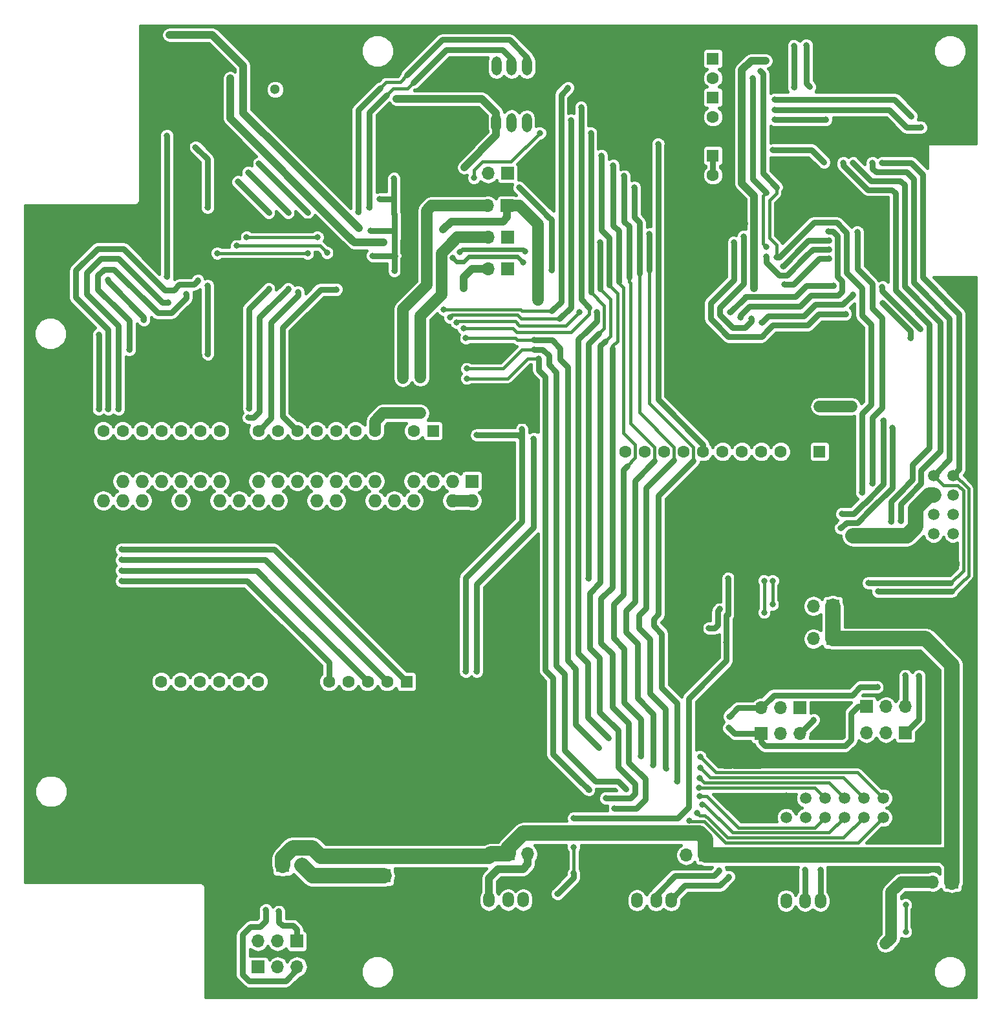
<source format=gbl>
G04 #@! TF.FileFunction,Copper,L2,Bot,Signal*
%FSLAX46Y46*%
G04 Gerber Fmt 4.6, Leading zero omitted, Abs format (unit mm)*
G04 Created by KiCad (PCBNEW 4.0.0-rc1-stable) date 11.2.2017 10:29:51*
%MOMM*%
G01*
G04 APERTURE LIST*
%ADD10C,0.100000*%
%ADD11C,1.506220*%
%ADD12R,1.700000X1.700000*%
%ADD13O,1.700000X1.700000*%
%ADD14C,4.600000*%
%ADD15O,1.500000X2.000000*%
%ADD16C,1.600000*%
%ADD17R,1.600000X1.600000*%
%ADD18O,1.300000X2.500000*%
%ADD19C,1.300000*%
%ADD20R,1.727200X1.727200*%
%ADD21O,1.727200X1.727200*%
%ADD22C,0.800000*%
%ADD23C,0.400000*%
%ADD24C,1.000000*%
%ADD25C,3.000000*%
%ADD26C,2.000000*%
%ADD27C,1.500000*%
%ADD28C,0.800000*%
%ADD29C,5.000000*%
%ADD30C,0.900000*%
%ADD31C,0.600000*%
G04 APERTURE END LIST*
D10*
D11*
X113030000Y24206200D03*
X113030000Y26746200D03*
X100330000Y24206200D03*
X100330000Y26746200D03*
X102870000Y24206200D03*
X102870000Y26746200D03*
X105410000Y24206200D03*
X105410000Y26746200D03*
X107950000Y24206200D03*
X107950000Y26746200D03*
X110490000Y24206200D03*
X110490000Y26746200D03*
D12*
X63969900Y19431000D03*
D13*
X66509900Y19431000D03*
D12*
X34404300Y17907000D03*
D13*
X36944300Y17907000D03*
D12*
X89781380Y19286220D03*
D13*
X87241380Y19286220D03*
D12*
X122034300Y15773400D03*
D13*
X119494300Y15773400D03*
D12*
X63830200Y108610400D03*
D13*
X61290200Y108610400D03*
D12*
X63863220Y100197920D03*
D13*
X61323220Y100197920D03*
D12*
X63832740Y96103440D03*
D13*
X61292740Y96103440D03*
D12*
X106433620Y47622460D03*
D13*
X103893620Y47622460D03*
D12*
X106436160Y51899820D03*
D13*
X103896160Y51899820D03*
D12*
X63804800Y104368600D03*
D13*
X61264800Y104368600D03*
D14*
X97309800Y10596900D03*
X110309800Y10596900D03*
D15*
X107309800Y13296900D03*
X100309800Y13296900D03*
X104809800Y13296900D03*
X102809800Y13296900D03*
D14*
X77794980Y10652780D03*
X90794980Y10652780D03*
D15*
X87794980Y13352780D03*
X80794980Y13352780D03*
X85294980Y13352780D03*
X83294980Y13352780D03*
D14*
X58414780Y10718820D03*
X71414780Y10718820D03*
D15*
X68414780Y13418820D03*
X61414780Y13418820D03*
X65914780Y13418820D03*
X63914780Y13418820D03*
D12*
X47673260Y16553180D03*
D13*
X50213260Y16553180D03*
D16*
X90741500Y103301800D03*
D17*
X90741500Y105841800D03*
D16*
X90741500Y108381800D03*
D17*
X90741500Y110921800D03*
D16*
X90741500Y116001800D03*
D17*
X90741500Y118541800D03*
D16*
X90741500Y121081800D03*
D17*
X90741500Y123621800D03*
D11*
X119621300Y69024500D03*
X122161300Y69024500D03*
X119621300Y66484500D03*
X122161300Y66484500D03*
X119621300Y63944500D03*
X122161300Y63944500D03*
X119621300Y61404500D03*
X122161300Y61404500D03*
X119621300Y58864500D03*
X122161300Y58864500D03*
D18*
X66370720Y115204240D03*
X64370720Y115204240D03*
X62370720Y115204240D03*
X60370720Y115204240D03*
X66388500Y122664220D03*
X64388500Y122664220D03*
X62388500Y122664220D03*
X60388500Y122664220D03*
D17*
X104697560Y72147440D03*
D16*
X102157560Y72147440D03*
X99617560Y72147440D03*
X97077560Y72147440D03*
X94537560Y72147440D03*
X79297560Y72147440D03*
X81837560Y72147440D03*
X84377560Y72147440D03*
X86917560Y72147440D03*
X89457560Y72147440D03*
X91997560Y72147440D03*
X10909300Y74866500D03*
X13449300Y74866500D03*
X15989300Y74866500D03*
X18529300Y74866500D03*
X21069300Y74866500D03*
X23609300Y74866500D03*
X26149300Y74866500D03*
X28689300Y74866500D03*
X31229300Y74866500D03*
X33769300Y74866500D03*
X36309300Y74866500D03*
X38849300Y74866500D03*
X41389300Y74866500D03*
X43929300Y74866500D03*
X46469300Y74866500D03*
X49009300Y74866500D03*
X51549300Y74866500D03*
D17*
X54089300Y74866500D03*
D16*
X37925900Y42011600D03*
X40465900Y42011600D03*
X43005900Y42011600D03*
X45545900Y42011600D03*
X48085900Y42011600D03*
X15975900Y42011600D03*
X18515900Y42011600D03*
X21055900Y42011600D03*
X23595900Y42011600D03*
X26135900Y42011600D03*
X28675900Y42011600D03*
X31215900Y42011600D03*
X33755900Y42011600D03*
D17*
X50625900Y42011600D03*
D19*
X33409500Y119594800D03*
D20*
X59169300Y68262500D03*
D21*
X59169300Y65722500D03*
X56629300Y68262500D03*
X56629300Y65722500D03*
X54089300Y68262500D03*
X54089300Y65722500D03*
X51549300Y68262500D03*
X51549300Y65722500D03*
X49009300Y68262500D03*
X49009300Y65722500D03*
X46469300Y68262500D03*
X46469300Y65722500D03*
X43929300Y68262500D03*
X43929300Y65722500D03*
X41389300Y68262500D03*
X41389300Y65722500D03*
X38849300Y68262500D03*
X38849300Y65722500D03*
X36309300Y68262500D03*
X36309300Y65722500D03*
X33769300Y68262500D03*
X33769300Y65722500D03*
X31229300Y68262500D03*
X31229300Y65722500D03*
X28689300Y68262500D03*
X28689300Y65722500D03*
X26149300Y68262500D03*
X26149300Y65722500D03*
X23609300Y68262500D03*
X23609300Y65722500D03*
X21069300Y68262500D03*
X21069300Y65722500D03*
X18529300Y68262500D03*
X18529300Y65722500D03*
X15989300Y68262500D03*
X15989300Y65722500D03*
X13449300Y68262500D03*
X13449300Y65722500D03*
X10909300Y68262500D03*
X10909300Y65722500D03*
D12*
X115928140Y35295840D03*
D13*
X113388140Y35295840D03*
X110848140Y35295840D03*
D12*
X110863380Y38755320D03*
D13*
X113403380Y38755320D03*
X115943380Y38755320D03*
D12*
X102108000Y38567360D03*
D13*
X99568000Y38567360D03*
X97028000Y38567360D03*
D12*
X97058480Y35212020D03*
D13*
X99598480Y35212020D03*
X102138480Y35212020D03*
D12*
X31219140Y4655820D03*
D13*
X33759140Y4655820D03*
X36299140Y4655820D03*
D12*
X36263580Y8008620D03*
D13*
X33723580Y8008620D03*
X31183580Y8008620D03*
D22*
X70331360Y122529600D03*
X78179960Y122491500D03*
X43432760Y85458300D03*
X122947460Y93535500D03*
X102002620Y64792860D03*
X51080700Y113281460D03*
X49300160Y113294160D03*
X51865560Y114249200D03*
X27096720Y122537220D03*
X19618780Y122140980D03*
X106415840Y106291380D03*
X110299500Y103748840D03*
X93563440Y41917620D03*
X90351610Y34121090D03*
X104962960Y31831280D03*
X106527600Y36842700D03*
X95938340Y25293320D03*
X43019980Y57452260D03*
X49613820Y57452260D03*
X42252900Y78714600D03*
X21109940Y83792060D03*
X25908000Y81114900D03*
X17289780Y81333340D03*
X15354300Y48729900D03*
X44234100Y34137600D03*
X15806420Y30965140D03*
X33017460Y32082740D03*
X66880740Y27277060D03*
X59895740Y27109420D03*
X68122800Y32499300D03*
X63741300Y41376600D03*
X66443860Y40144700D03*
X63969900Y31242000D03*
X115130580Y30573980D03*
X111980980Y32057340D03*
X116024660Y27322780D03*
X96801940Y31325820D03*
X108287820Y31803340D03*
X65123060Y42826940D03*
X67500500Y42095420D03*
X67236340Y81556860D03*
X94912180Y31305500D03*
X100296980Y102453500D03*
X99250500Y102453500D03*
X111472980Y119702580D03*
X94922340Y48902620D03*
X105783380Y119768620D03*
X94812940Y101990980D03*
X90741500Y103301800D03*
X51109880Y97563940D03*
X51117500Y101561900D03*
X51079400Y106210100D03*
X27119580Y95242380D03*
X38940740Y95189040D03*
X94891860Y16349980D03*
X118071900Y11010900D03*
X97289620Y16309340D03*
X74602340Y18676620D03*
X104697560Y78077060D03*
X108893640Y78077060D03*
X97668080Y123375420D03*
X96136460Y93543120D03*
X96141540Y105666540D03*
X58177460Y109395260D03*
X49297620Y118384320D03*
X29885640Y108745020D03*
X87678260Y23797260D03*
X74477880Y27828240D03*
X97119440Y89039700D03*
X67917060Y84345780D03*
X58506360Y81732120D03*
X16215360Y89367360D03*
X109049820Y92682060D03*
X11529060Y94642940D03*
X35130740Y103482140D03*
X77066140Y34607500D03*
X89054940Y32179260D03*
X75544680Y90411300D03*
X93002100Y90416380D03*
X73220580Y90411300D03*
X57195720Y89077800D03*
X106540300Y93860620D03*
X59809380Y43342560D03*
X67275740Y73847960D03*
X45764480Y104104440D03*
X102961440Y125409960D03*
X103433880Y119931180D03*
X112341660Y53812440D03*
X103944420Y37017960D03*
X112892840Y109966760D03*
X65721260Y75059540D03*
X58376820Y43334940D03*
X44309060Y103548180D03*
X101338380Y125341380D03*
X101338380Y119839740D03*
X111625380Y109979460D03*
X111107220Y54937660D03*
X59811920Y74317860D03*
X86052660Y28928060D03*
X82420460Y100662740D03*
X89039700Y27017980D03*
X80459580Y106766360D03*
X84627720Y30655260D03*
X88958420Y28082240D03*
X82931000Y31069280D03*
X79128620Y108242100D03*
X89319100Y25874980D03*
X81305400Y32217360D03*
X77701140Y109628940D03*
X89039700Y29344620D03*
X79347060Y27912060D03*
X88635840Y24818340D03*
X67345560Y85529420D03*
X94787720Y100365560D03*
X95775780Y89542620D03*
X58498740Y83019900D03*
X89054940Y30731460D03*
X75836780Y33362900D03*
X67345560Y86741000D03*
X58386980Y87007700D03*
X105895140Y100972620D03*
X94353380Y89712800D03*
X112257840Y41285160D03*
X109644180Y100926900D03*
X111574580Y68008500D03*
X97726500Y98960940D03*
X95930720Y121076720D03*
X108953300Y40246300D03*
X32219900Y12138660D03*
X92880180Y37437060D03*
X102809040Y17335500D03*
X115328700Y63035180D03*
X117711220Y42786300D03*
X109080300Y109969300D03*
X106436160Y49811940D03*
X110665260Y61137800D03*
X109034580Y61155580D03*
X110241080Y66774060D03*
X92819220Y35958780D03*
X96972120Y121980960D03*
X99082860Y97619820D03*
X33901380Y11894820D03*
X114063780Y63009780D03*
X107815380Y109964220D03*
X115943380Y42806620D03*
X113332260Y7658100D03*
X114081560Y8412480D03*
X52433220Y81831180D03*
X52428140Y77188060D03*
X55201820Y94902020D03*
X58086020Y93560900D03*
X44354780Y101406960D03*
X19620260Y126735840D03*
X47608520Y99562920D03*
X27523440Y121031000D03*
X67871340Y92011500D03*
X55412640Y101236900D03*
X50131980Y81800700D03*
X53228240Y103738680D03*
X74453780Y55526940D03*
X45949900Y101079300D03*
X46188660Y97805240D03*
X49011840Y95824040D03*
X74754740Y113896140D03*
X92730320Y55526940D03*
X72499220Y24104600D03*
X59443620Y108018580D03*
X68069460Y113896140D03*
X47137320Y105232200D03*
X92595700Y50680620D03*
X92516960Y47142400D03*
X49024540Y103263700D03*
X48981360Y107924600D03*
X70401180Y14211300D03*
X115984020Y9263380D03*
X115984020Y12760960D03*
X72504300Y20327620D03*
X72504300Y16924020D03*
X114216180Y75262740D03*
X107475020Y62143640D03*
X98549460Y55222140D03*
X98541840Y52158900D03*
X91645740Y51526440D03*
X90228420Y48999140D03*
X83562220Y112443260D03*
X105902760Y99791520D03*
X99898200Y96438720D03*
X56624220Y97558860D03*
X65859660Y96972120D03*
X107612180Y63985140D03*
X97436940Y55237380D03*
X97439480Y51079400D03*
X113090960Y76225400D03*
X105910380Y98595180D03*
X97703640Y97680780D03*
X66156840Y98389440D03*
X57584340Y98328480D03*
X105910380Y97475040D03*
X100134420Y94053660D03*
X69623940Y95951040D03*
X65366900Y106743500D03*
X112913160Y93710760D03*
X117853460Y88242140D03*
X116631720Y87005160D03*
X112981740Y91605100D03*
X58110120Y88270080D03*
X73472040Y117259100D03*
X117967760Y114607340D03*
X98811080Y116893340D03*
X38945820Y100225860D03*
X29687520Y100225860D03*
X116725700Y116098320D03*
X98816160Y118292880D03*
X71770240Y119814340D03*
X55504080Y90754200D03*
X40210740Y98193860D03*
X28392120Y99108260D03*
X56288940Y89725500D03*
X72123300Y115552220D03*
X105537000Y115663980D03*
X98811080Y115658900D03*
X37670740Y98137980D03*
X25849580Y98137980D03*
X76705460Y26733500D03*
X75956160Y99532440D03*
X93479620Y99565460D03*
X108101130Y90186510D03*
X76151740Y110904020D03*
X98541840Y111663480D03*
X105270300Y110065820D03*
X77868780Y25412700D03*
X36415980Y93047820D03*
X41460420Y93398340D03*
X24604980Y84940140D03*
X24579580Y93901260D03*
X28575000Y107497880D03*
X13314680Y55206900D03*
X32590740Y103479600D03*
X13327380Y56578500D03*
X21800820Y92796360D03*
X13307060Y57950100D03*
X14323060Y85483700D03*
X29956760Y77802740D03*
X32590740Y93479620D03*
X13307060Y59347100D03*
X29933900Y76603860D03*
X35130740Y93499940D03*
X37673280Y103487220D03*
X31295340Y109903260D03*
X10309860Y87469980D03*
X10309860Y77724000D03*
X22997160Y112047020D03*
X24574500Y104112060D03*
X19255740Y113545620D03*
X19255740Y95059500D03*
X23309580Y94556580D03*
X11559540Y77716380D03*
X19377660Y91660980D03*
X12926060Y77708760D03*
X104808020Y17335500D03*
X91584780Y17244060D03*
X92821760Y16446500D03*
D23*
X60388500Y121118660D02*
X61949360Y119557800D01*
X61949360Y119557800D02*
X67359560Y119557800D01*
X67359560Y119557800D02*
X70331360Y122529600D01*
X60388500Y122664220D02*
X60388500Y121118660D01*
X43467020Y85001100D02*
X43467020Y85424040D01*
X43467020Y85424040D02*
X43432760Y85458300D01*
X102002620Y64792860D02*
X102002620Y60495180D01*
X124509560Y91973400D02*
X122947460Y93535500D01*
X124509560Y69082920D02*
X124509560Y91973400D01*
X125096300Y68496180D02*
X124509560Y69082920D01*
X125096300Y54871620D02*
X125096300Y68496180D01*
X121641900Y51417220D02*
X125096300Y54871620D01*
X111080580Y51417220D02*
X121641900Y51417220D01*
X102002620Y60495180D02*
X111080580Y51417220D01*
D24*
X102002620Y64792860D02*
X102276940Y64518540D01*
X102276940Y64518540D02*
X102002620Y64792860D01*
X102002620Y64792860D02*
X102002620Y64244220D01*
D25*
X107671900Y69913500D02*
X107671900Y73911460D01*
X88543160Y79286100D02*
X88543160Y86930200D01*
X92810360Y75018900D02*
X88543160Y79286100D01*
X106564460Y75018900D02*
X92810360Y75018900D01*
X107671900Y73911460D02*
X106564460Y75018900D01*
D26*
X102157560Y72147440D02*
X102157560Y68056760D01*
X102157560Y68056760D02*
X103986360Y66227960D01*
D25*
X94903940Y57145540D02*
X102002620Y64244220D01*
X102002620Y64244220D02*
X103986360Y66227960D01*
X103986360Y66227960D02*
X107671900Y69913500D01*
X88543160Y86930200D02*
X88521540Y86951820D01*
D24*
X88521540Y87942420D02*
X88521540Y86951820D01*
D27*
X90741500Y103301800D02*
X90741500Y94333060D01*
X88521540Y92113100D02*
X90741500Y94333060D01*
X88521540Y87942420D02*
X88521540Y92113100D01*
D25*
X94922340Y57127140D02*
X94903940Y57145540D01*
X100798660Y50563780D02*
X100798660Y54201060D01*
X105923080Y55567580D02*
X107810300Y57454800D01*
X102165180Y55567580D02*
X105923080Y55567580D01*
X100798660Y54201060D02*
X102165180Y55567580D01*
X98365340Y48130460D02*
X94922340Y48130460D01*
X100798660Y50563780D02*
X98365340Y48130460D01*
D23*
X51865560Y114249200D02*
X51865560Y114066320D01*
D28*
X51068000Y113294160D02*
X51080700Y113281460D01*
X49300160Y113294160D02*
X51068000Y113294160D01*
D26*
X51079400Y110149640D02*
X51079400Y113280160D01*
X51079400Y106210100D02*
X51079400Y110149640D01*
X51079400Y113280160D02*
X51080700Y113281460D01*
D23*
X51865560Y114066320D02*
X51080700Y113281460D01*
D28*
X26700480Y122140980D02*
X27096720Y122537220D01*
X26700480Y122140980D02*
X19618780Y122140980D01*
X19618780Y122140980D02*
X19624040Y122140980D01*
D24*
X106415840Y106291380D02*
X107756960Y106291380D01*
X100296980Y102770940D02*
X103817420Y106291380D01*
X103817420Y106291380D02*
X106415840Y106291380D01*
X100296980Y102453500D02*
X100296980Y102770940D01*
X107756960Y106291380D02*
X110299500Y103748840D01*
X100330000Y26746200D02*
X97391220Y26746200D01*
X97391220Y26746200D02*
X95938340Y25293320D01*
X43019980Y57452260D02*
X49613820Y57452260D01*
X54089300Y61927740D02*
X49613820Y57452260D01*
X49613820Y57452260D02*
X43019980Y57452260D01*
X54089300Y65722500D02*
X54089300Y61927740D01*
X43467020Y80901540D02*
X43467020Y79928720D01*
X43467020Y79928720D02*
X42252900Y78714600D01*
X21109940Y83792060D02*
X19748500Y83792060D01*
X23787100Y81114900D02*
X21109940Y83792060D01*
X28689300Y75285600D02*
X28117800Y75857100D01*
X28117800Y78905100D02*
X25908000Y81114900D01*
X28117800Y75857100D02*
X28117800Y78905100D01*
X25908000Y81114900D02*
X23787100Y81114900D01*
X19748500Y83792060D02*
X17289780Y81333340D01*
X28689300Y74866500D02*
X28689300Y75285600D01*
X15975900Y42011600D02*
X15354300Y42633200D01*
X15354300Y42633200D02*
X15354300Y48729900D01*
X33017460Y32082740D02*
X35072320Y34137600D01*
X35072320Y34137600D02*
X44234100Y34137600D01*
X15806420Y30965140D02*
X16924020Y32082740D01*
X15806420Y41842120D02*
X15806420Y30965140D01*
X16924020Y32082740D02*
X33017460Y32082740D01*
X15975900Y42011600D02*
X15806420Y41842120D01*
X63969900Y31242000D02*
X66880740Y28331160D01*
X66880740Y28331160D02*
X66880740Y27277060D01*
X63969900Y31242000D02*
X59895740Y27167840D01*
X59895740Y27167840D02*
X59895740Y27109420D01*
X68122800Y32499300D02*
X66865500Y31242000D01*
X68122800Y38465760D02*
X68122800Y32499300D01*
X63741300Y41376600D02*
X64973200Y40144700D01*
X64973200Y40144700D02*
X66443860Y40144700D01*
X66443860Y40144700D02*
X68122800Y38465760D01*
X66865500Y31242000D02*
X63969900Y31242000D01*
X115130580Y30573980D02*
X116024660Y29679900D01*
X113464340Y30573980D02*
X115130580Y30573980D01*
X108287820Y31803340D02*
X108541820Y32057340D01*
X108541820Y32057340D02*
X111980980Y32057340D01*
X111980980Y32057340D02*
X113464340Y30573980D01*
X116024660Y29679900D02*
X116024660Y27322780D01*
X104962960Y31831280D02*
X104990900Y31803340D01*
X97307400Y31831280D02*
X104962960Y31831280D01*
D27*
X94912180Y31305500D02*
X96781620Y31305500D01*
X96781620Y31305500D02*
X96801940Y31325820D01*
D24*
X96801940Y31325820D02*
X97307400Y31831280D01*
X104990900Y31803340D02*
X108287820Y31803340D01*
X65123060Y42826940D02*
X65854580Y42095420D01*
X65123060Y42758360D02*
X65123060Y42826940D01*
X63741300Y41376600D02*
X65123060Y42758360D01*
X65854580Y42095420D02*
X67500500Y42095420D01*
X37925900Y40636300D02*
X39319200Y39243000D01*
X39319200Y39243000D02*
X61607700Y39243000D01*
X61607700Y39243000D02*
X63741300Y41376600D01*
X37925900Y42011600D02*
X37925900Y40636300D01*
D28*
X94812940Y101990980D02*
X92052320Y101990980D01*
X92052320Y101990980D02*
X90741500Y103301800D01*
X90741500Y105841800D02*
X90741500Y103301800D01*
X67236340Y81556860D02*
X67236340Y80083660D01*
X67236340Y80083660D02*
X65371980Y78219300D01*
D27*
X94912180Y31305500D02*
X93652340Y31305500D01*
D25*
X94922340Y43276520D02*
X93563440Y41917620D01*
X94922340Y48130460D02*
X94922340Y43276520D01*
X93563440Y41917620D02*
X92892880Y41247060D01*
X94922340Y48902620D02*
X94922340Y48130460D01*
X92491560Y41247060D02*
X92892880Y41247060D01*
X92407740Y32064960D02*
X90351610Y34121090D01*
X90351610Y34121090D02*
X90068400Y34404300D01*
X90068400Y34404300D02*
X90068400Y38823900D01*
X90068400Y38823900D02*
X92491560Y41247060D01*
X92892880Y32064960D02*
X92407740Y32064960D01*
D27*
X93652340Y31305500D02*
X92892880Y32064960D01*
D23*
X100296980Y102453500D02*
X100296980Y102458520D01*
X99250500Y102453500D02*
X99250500Y102450900D01*
D24*
X110408720Y119702580D02*
X111472980Y119702580D01*
D26*
X52158900Y79545180D02*
X53614320Y79545180D01*
X57279540Y75879960D02*
X57279540Y75110340D01*
X53614320Y79545180D02*
X57279540Y75879960D01*
D25*
X57279540Y73306940D02*
X57279540Y75110340D01*
X55308500Y71818500D02*
X55791100Y71818500D01*
X55791100Y71818500D02*
X57279540Y73306940D01*
X57279540Y75110340D02*
X60388500Y78219300D01*
X60388500Y78219300D02*
X65371980Y78219300D01*
D26*
X43467020Y82979260D02*
X43467020Y80901540D01*
X44823380Y79545180D02*
X45636180Y79545180D01*
X43467020Y80901540D02*
X44823380Y79545180D01*
X43467020Y85001100D02*
X43467020Y82979260D01*
X45636180Y79545180D02*
X52158900Y79545180D01*
X51109880Y95991680D02*
X51109880Y95031560D01*
X51109880Y97563940D02*
X51109880Y95991680D01*
X49857660Y93779340D02*
X47876460Y93779340D01*
X51109880Y95031560D02*
X49857660Y93779340D01*
X46131480Y95189040D02*
X46466760Y95189040D01*
X43467020Y95189040D02*
X46131480Y95189040D01*
X46466760Y95189040D02*
X47876460Y93779340D01*
X43467020Y85001100D02*
X43467020Y95189040D01*
X26479500Y95882460D02*
X24767540Y95882460D01*
X24767540Y95882460D02*
X23690580Y96959420D01*
X23690580Y96959420D02*
X23690580Y98219260D01*
X26479500Y95882460D02*
X27119580Y95242380D01*
D24*
X33755900Y42011600D02*
X29527500Y37783200D01*
X29527500Y37783200D02*
X29527500Y37614860D01*
X15975900Y42011600D02*
X15963900Y41999600D01*
X15963900Y41999600D02*
X15963900Y37614860D01*
X93847920Y123855480D02*
X95059500Y125067060D01*
X98458020Y125067060D02*
X100497640Y127106680D01*
X95059500Y125067060D02*
X98458020Y125067060D01*
X93032580Y121953020D02*
X93032580Y123040140D01*
X100497640Y127106680D02*
X103698040Y127106680D01*
X93032580Y123040140D02*
X93847920Y123855480D01*
X103698040Y127106680D02*
X105310940Y125493780D01*
X105310940Y125493780D02*
X107896660Y122908060D01*
X107896660Y122908060D02*
X107896660Y119702580D01*
X93032580Y121577100D02*
X93032580Y121953020D01*
X93032580Y118305580D02*
X93032580Y106570780D01*
X93032580Y106570780D02*
X92303600Y105841800D01*
X92303600Y105841800D02*
X90741500Y105841800D01*
X93032580Y118305580D02*
X93032580Y121577100D01*
D26*
X41856660Y95189040D02*
X43467020Y95189040D01*
X38940740Y95189040D02*
X41856660Y95189040D01*
D24*
X122161300Y58864500D02*
X122161300Y58127900D01*
X122161300Y58127900D02*
X121488200Y57454800D01*
X119621300Y58864500D02*
X119621300Y58148220D01*
X119621300Y58148220D02*
X118927880Y57454800D01*
X110408720Y119702580D02*
X107896660Y119702580D01*
X107896660Y119702580D02*
X105849420Y119702580D01*
X105849420Y119702580D02*
X105783380Y119768620D01*
X94812940Y101990980D02*
X94815660Y101993700D01*
D25*
X94922340Y48902620D02*
X94922340Y57127140D01*
D26*
X94922340Y48905160D02*
X94922340Y48902620D01*
D25*
X107810300Y57454800D02*
X118927880Y57454800D01*
X118927880Y57454800D02*
X121488200Y57454800D01*
D26*
X51109880Y97563940D02*
X51109880Y101554280D01*
X51109880Y101554280D02*
X51117500Y101561900D01*
X51107340Y97561400D02*
X51107340Y97558860D01*
X51109880Y97563940D02*
X51107340Y97561400D01*
X51079400Y106210100D02*
X51079400Y101600000D01*
X51079400Y101600000D02*
X51117500Y101561900D01*
X51122580Y101556820D02*
X51122580Y101551740D01*
X51117500Y101561900D02*
X51122580Y101556820D01*
X51081940Y106207560D02*
X51081940Y106205020D01*
X51079400Y106210100D02*
X51081940Y106207560D01*
X27119580Y95242380D02*
X38887400Y95242380D01*
X38887400Y95242380D02*
X38940740Y95189040D01*
D25*
X59283600Y71818500D02*
X59169300Y71818500D01*
X60322460Y61922660D02*
X62712600Y64312800D01*
X62712600Y64312800D02*
X62712600Y70370700D01*
X10777220Y61922660D02*
X60322460Y61922660D01*
X61264800Y71818500D02*
X59283600Y71818500D01*
X62712600Y70370700D02*
X61264800Y71818500D01*
X59169300Y71818500D02*
X55308500Y71818500D01*
X55308500Y71818500D02*
X13799820Y71818500D01*
X13799820Y71818500D02*
X13627100Y71645780D01*
D24*
X8796020Y64609980D02*
X8796020Y63903860D01*
D25*
X13627100Y37614860D02*
X15963900Y37614860D01*
X15963900Y37614860D02*
X29527500Y37614860D01*
X10777220Y40464740D02*
X10777220Y60358020D01*
X13627100Y37614860D02*
X10777220Y40464740D01*
X10777220Y61922660D02*
X10777220Y60358020D01*
D24*
X8796020Y63903860D02*
X10777220Y61922660D01*
D25*
X29527500Y21145500D02*
X29527500Y37614860D01*
X31208980Y14549120D02*
X29527500Y16230600D01*
X29527500Y16230600D02*
X29527500Y21145500D01*
X58414780Y10718820D02*
X55831620Y13301980D01*
X35575240Y14549120D02*
X32438340Y14549120D01*
X36822380Y13301980D02*
X35575240Y14549120D01*
X55831620Y13301980D02*
X36822380Y13301980D01*
X32438340Y14549120D02*
X31208980Y14549120D01*
D27*
X49049940Y70363080D02*
X49049940Y68303140D01*
X49049940Y68303140D02*
X49009300Y68262500D01*
X43959780Y70363080D02*
X49049940Y70363080D01*
X28689300Y70363080D02*
X43959780Y70363080D01*
X49009300Y74866500D02*
X49009300Y68262500D01*
X28689300Y70363080D02*
X28689300Y74866500D01*
X28689300Y70363080D02*
X28689300Y68262500D01*
X10909300Y68262500D02*
X10909300Y68961000D01*
X10909300Y68961000D02*
X12311380Y70363080D01*
X12311380Y70363080D02*
X28689300Y70363080D01*
X43969940Y63675260D02*
X43969940Y65681860D01*
X43969940Y65681860D02*
X43929300Y65722500D01*
X36347400Y63675260D02*
X36347400Y65684400D01*
X36347400Y65684400D02*
X36309300Y65722500D01*
X23500080Y65613280D02*
X23500080Y63675260D01*
X23500080Y63675260D02*
X22860000Y63675260D01*
X23500080Y65613280D02*
X23609300Y65722500D01*
X23609300Y65722500D02*
X23609300Y64424560D01*
X23609300Y64424560D02*
X23660100Y64475360D01*
X22085300Y63675260D02*
X22860000Y63675260D01*
X17780000Y63675260D02*
X22085300Y63675260D01*
X9730740Y63675260D02*
X17780000Y63675260D01*
X8796020Y64609980D02*
X9730740Y63675260D01*
X8796020Y66804540D02*
X8796020Y64609980D01*
X10253980Y68262500D02*
X8796020Y66804540D01*
X22860000Y63675260D02*
X36347400Y63675260D01*
X36347400Y63675260D02*
X43969940Y63675260D01*
X43969940Y63675260D02*
X53731160Y63675260D01*
X54089300Y64033400D02*
X54089300Y65722500D01*
X53731160Y63675260D02*
X54089300Y64033400D01*
X18529300Y63675260D02*
X18529300Y65722500D01*
X18529300Y63675260D02*
X18529300Y64424560D01*
X10909300Y68262500D02*
X10253980Y68262500D01*
D26*
X97309800Y10596900D02*
X94891860Y13014840D01*
X94891860Y13014840D02*
X94891860Y16349980D01*
D27*
X116634260Y7256780D02*
X114688620Y5311140D01*
X116634260Y7256780D02*
X118071900Y8694420D01*
X118071900Y11010900D02*
X118071900Y8694420D01*
X108935640Y5311140D02*
X106979840Y7266940D01*
X114688620Y5311140D02*
X108935640Y5311140D01*
D26*
X97289620Y10617080D02*
X97289620Y16309340D01*
X97309800Y10596900D02*
X97289620Y10617080D01*
X74602340Y13845420D02*
X74541380Y13845420D01*
X74541380Y13845420D02*
X71414780Y10718820D01*
X74602340Y18676620D02*
X74602340Y13845420D01*
X74602340Y13845420D02*
X77794980Y10652780D01*
D23*
X74602340Y18676620D02*
X74599800Y18676620D01*
D24*
X107309800Y13296900D02*
X107609800Y13296900D01*
X107609800Y13296900D02*
X110309800Y10596900D01*
X87794980Y13352780D02*
X88094980Y13352780D01*
X88094980Y13352780D02*
X90794980Y10652780D01*
X68414780Y13418820D02*
X68714780Y13418820D01*
X68714780Y13418820D02*
X71414780Y10718820D01*
D26*
X58414780Y10718820D02*
X52580420Y16553180D01*
X52580420Y16553180D02*
X50213260Y16553180D01*
D29*
X97309800Y10596900D02*
X100639760Y7266940D01*
X100639760Y7266940D02*
X106979840Y7266940D01*
X106979840Y7266940D02*
X110309800Y10596900D01*
X90794980Y10652780D02*
X90850860Y10596900D01*
X90850860Y10596900D02*
X94094300Y10596900D01*
X94094300Y10596900D02*
X97309800Y10596900D01*
X77794980Y10652780D02*
X80309600Y8138160D01*
X80309600Y8138160D02*
X88280360Y8138160D01*
X88280360Y8138160D02*
X90794980Y10652780D01*
X71414780Y10718820D02*
X71480820Y10652780D01*
X71480820Y10652780D02*
X77794980Y10652780D01*
X58414780Y10718820D02*
X60210580Y8923020D01*
X60210580Y8923020D02*
X69618980Y8923020D01*
X69618980Y8923020D02*
X71414780Y10718820D01*
D27*
X108893640Y78077060D02*
X104697560Y78077060D01*
D24*
X97668080Y123375420D02*
X95752920Y123375420D01*
X95752920Y123375420D02*
X94546420Y122168920D01*
X94546420Y107261660D02*
X96141540Y105666540D01*
X94546420Y122168920D02*
X94546420Y107261660D01*
X96141540Y105666540D02*
X96141540Y93548200D01*
X96141540Y93548200D02*
X96136460Y93543120D01*
X62370720Y115204240D02*
X62370720Y113588520D01*
X62370720Y113588520D02*
X58177460Y109395260D01*
X49297620Y118384320D02*
X60486320Y118384320D01*
X62370720Y115204240D02*
X62370720Y116499920D01*
X62370720Y116499920D02*
X61332140Y117538500D01*
X60486320Y118384320D02*
X61332140Y117538500D01*
D28*
X68540660Y82196940D02*
X68799740Y81937860D01*
X67917060Y82820540D02*
X68540660Y82196940D01*
X67917060Y84345780D02*
X67917060Y82820540D01*
X68799740Y43517820D02*
X69813200Y42504360D01*
X68799740Y81937860D02*
X68799740Y43517820D01*
X73174860Y29131260D02*
X69813200Y32492920D01*
X74493120Y27813000D02*
X73174860Y29131260D01*
X69813200Y32492920D02*
X69813200Y42504360D01*
X32486600Y106126280D02*
X29885640Y108727240D01*
X29885640Y108727240D02*
X29885640Y108745020D01*
D23*
X89588340Y23675340D02*
X87800180Y23675340D01*
X109725460Y20901660D02*
X113030000Y24206200D01*
X92407740Y20901660D02*
X92362020Y20901660D01*
X109725460Y20901660D02*
X92407740Y20901660D01*
X92362020Y20901660D02*
X89588340Y23675340D01*
X87800180Y23675340D02*
X87678260Y23797260D01*
D28*
X74477880Y27828240D02*
X74493120Y27813000D01*
D23*
X109049820Y92712540D02*
X109049820Y92682060D01*
D28*
X97119440Y89039700D02*
X98010980Y89931240D01*
X107739180Y91401900D02*
X109049820Y92712540D01*
X104124760Y91401900D02*
X107739180Y91401900D01*
X102654100Y89931240D02*
X104124760Y91401900D01*
X98010980Y89931240D02*
X102654100Y89931240D01*
D23*
X63205360Y81732120D02*
X63886080Y81732120D01*
X66499740Y84345780D02*
X67917060Y84345780D01*
X63886080Y81732120D02*
X66499740Y84345780D01*
X58506360Y81732120D02*
X63205360Y81732120D01*
D28*
X11529060Y94449900D02*
X16215360Y89763600D01*
X16215360Y89763600D02*
X16215360Y89367360D01*
X11529060Y94449900D02*
X11529060Y94642940D01*
D23*
X109049820Y92682060D02*
X109034580Y92697300D01*
X109034580Y92697300D02*
X109049820Y92682060D01*
D28*
X11529060Y94642940D02*
X11539220Y94642940D01*
X35130740Y103482140D02*
X32486600Y106126280D01*
X74326780Y88044020D02*
X73127900Y86845140D01*
X73127900Y45671740D02*
X74326780Y44472860D01*
X73127900Y86845140D02*
X73127900Y45671740D01*
X74326780Y41099740D02*
X74326780Y44472860D01*
D23*
X91127580Y30106620D02*
X89054940Y32179260D01*
X109669580Y30106620D02*
X113030000Y26746200D01*
X109669580Y30106620D02*
X99982020Y30106620D01*
X99982020Y30106620D02*
X97772220Y30106620D01*
X97772220Y30106620D02*
X91127580Y30106620D01*
D28*
X77066140Y34607500D02*
X74326780Y37346860D01*
X74326780Y37346860D02*
X74326780Y41099740D01*
X74326780Y88044020D02*
X75544680Y89261920D01*
X75544680Y90411300D02*
X75544680Y89261920D01*
X94823280Y92237560D02*
X94993460Y92407740D01*
D23*
X71470520Y88661240D02*
X73220580Y90411300D01*
X57195720Y89077800D02*
X57350660Y89232740D01*
X65415160Y88661240D02*
X70030340Y88661240D01*
X64843660Y89232740D02*
X65415160Y88661240D01*
X57350660Y89232740D02*
X64843660Y89232740D01*
X70030340Y88661240D02*
X71470520Y88661240D01*
D28*
X93002100Y90416380D02*
X94823280Y92237560D01*
X102948740Y93860620D02*
X106540300Y93860620D01*
X101495860Y92407740D02*
X102948740Y93860620D01*
X94993460Y92407740D02*
X101495860Y92407740D01*
X67271900Y71549260D02*
X67271900Y73844120D01*
X59809380Y54780180D02*
X67271900Y62242700D01*
X59809380Y43342560D02*
X59809380Y54780180D01*
X67271900Y62242700D02*
X67271900Y71549260D01*
X67271900Y73844120D02*
X67275740Y73847960D01*
X60074840Y124780040D02*
X55817800Y124780040D01*
X63173640Y124780040D02*
X60074840Y124780040D01*
X64388500Y123565180D02*
X63173640Y124780040D01*
D23*
X48835340Y119687340D02*
X50725100Y119687340D01*
X50725100Y119687340D02*
X51532820Y120495060D01*
D28*
X45764480Y104104440D02*
X45764480Y116616480D01*
X45764480Y116616480D02*
X48027620Y118879620D01*
D23*
X48027620Y118879620D02*
X48835340Y119687340D01*
D28*
X55817800Y124780040D02*
X51532820Y120495060D01*
X64388500Y122664220D02*
X64388500Y123565180D01*
X103433880Y119931180D02*
X102961440Y120403620D01*
X102961440Y125409960D02*
X102961440Y120403620D01*
X118206520Y107426760D02*
X118206520Y108473240D01*
X116713000Y109966760D02*
X112892840Y109966760D01*
X118206520Y108473240D02*
X116713000Y109966760D01*
X122948700Y74505820D02*
X122948700Y90205560D01*
X122948700Y69811900D02*
X122948700Y74505820D01*
X122161300Y69024500D02*
X122948700Y69811900D01*
X122948700Y90205560D02*
X118206520Y94947740D01*
D23*
X123215400Y54919880D02*
X122107960Y53812440D01*
X122107960Y53812440D02*
X122024140Y53812440D01*
D28*
X112341660Y53812440D02*
X122024140Y53812440D01*
D23*
X124193300Y56278780D02*
X124193300Y55897780D01*
X123974860Y67541140D02*
X124193300Y67322700D01*
X122491500Y69024500D02*
X123974860Y67541140D01*
X124193300Y67322700D02*
X124193300Y64518540D01*
X124193300Y64518540D02*
X124193300Y56278780D01*
X124193300Y55897780D02*
X123215400Y54919880D01*
D28*
X103944420Y37017960D02*
X102138480Y35212020D01*
D23*
X122161300Y69024500D02*
X122491500Y69024500D01*
D28*
X118206520Y101206300D02*
X118206520Y94947740D01*
X118206520Y107426760D02*
X118206520Y101206300D01*
X64370720Y115204240D02*
X64370720Y116177560D01*
X62438280Y74328020D02*
X65276760Y74328020D01*
X59763660Y74328020D02*
X62438280Y74328020D01*
X65276760Y74328020D02*
X65722500Y73882280D01*
X65722500Y75058300D02*
X65722500Y73882280D01*
X65722500Y75058300D02*
X65721260Y75059540D01*
X65722500Y73882280D02*
X65722500Y71043800D01*
X58376820Y43334940D02*
X58376820Y55653940D01*
X65722500Y62999620D02*
X65722500Y71043800D01*
X58376820Y55653940D02*
X65722500Y62999620D01*
X50679380Y121455180D02*
X55330120Y126105920D01*
X64088040Y126105920D02*
X60257720Y126105920D01*
X64088040Y126105920D02*
X66388500Y123805460D01*
X55330120Y126105920D02*
X60257720Y126105920D01*
D23*
X47189420Y119794020D02*
X47951420Y120556020D01*
D28*
X44309060Y116913660D02*
X47189420Y119794020D01*
X44309060Y103548180D02*
X44309060Y116913660D01*
D23*
X49780220Y120556020D02*
X50679380Y121455180D01*
X50679380Y121455180D02*
X50694620Y121470420D01*
X47951420Y120556020D02*
X49780220Y120556020D01*
D28*
X66388500Y122664220D02*
X66388500Y123805460D01*
X101338380Y125341380D02*
X101338380Y119839740D01*
X114973100Y108755180D02*
X116070380Y108755180D01*
X116070380Y108755180D02*
X117005100Y107820460D01*
X117088920Y94221300D02*
X117005100Y94305120D01*
X117005100Y94305120D02*
X117005100Y96177100D01*
X117005100Y96177100D02*
X117005100Y107820460D01*
X121706640Y71109840D02*
X121706640Y74508360D01*
X119621300Y69024500D02*
X121706640Y71109840D01*
X121706640Y89603580D02*
X121706640Y74508360D01*
X117088920Y94221300D02*
X121706640Y89603580D01*
X114973100Y108755180D02*
X112082580Y108755180D01*
X112082580Y108755180D02*
X111625380Y109212380D01*
X111625380Y109212380D02*
X111625380Y109979460D01*
D23*
X123527820Y56588660D02*
X121876820Y54937660D01*
X122567700Y67754500D02*
X122806460Y67754500D01*
X120891300Y67754500D02*
X122567700Y67754500D01*
X120891300Y67754500D02*
X119621300Y69024500D01*
X123527820Y67033140D02*
X123527820Y63375540D01*
X122806460Y67754500D02*
X123527820Y67033140D01*
X123527820Y63375540D02*
X123527820Y56588660D01*
D28*
X111107220Y54937660D02*
X121876820Y54937660D01*
X59811920Y74328020D02*
X59763660Y74328020D01*
X59811920Y74317860D02*
X59811920Y74328020D01*
X59763660Y74328020D02*
X59758580Y74322940D01*
D23*
X88185020Y71818500D02*
X88185020Y70942200D01*
X82420460Y78512700D02*
X88185020Y72748140D01*
X88185020Y72748140D02*
X88185020Y71818500D01*
X82420460Y80215740D02*
X82420460Y78512700D01*
D28*
X83613020Y66370200D02*
X88185020Y70942200D01*
X84039740Y43944540D02*
X84039740Y48272700D01*
X86047580Y39213820D02*
X84039740Y41221660D01*
X84039740Y41221660D02*
X84039740Y43944540D01*
X86047580Y39213820D02*
X86047580Y37340540D01*
X82983100Y50223420D02*
X83613020Y50853340D01*
X82983100Y49329340D02*
X82983100Y50223420D01*
X84039740Y48272700D02*
X82983100Y49329340D01*
X86047580Y37340540D02*
X86047580Y28933140D01*
X86047580Y28933140D02*
X86052660Y28928060D01*
X83613020Y50853340D02*
X83613020Y66370200D01*
D23*
X82420460Y84455000D02*
X82420460Y80215740D01*
X82420460Y80215740D02*
X82420460Y78665100D01*
D28*
X82420460Y100662740D02*
X82420460Y95948500D01*
D23*
X82420460Y95948500D02*
X82420460Y84455000D01*
X89921080Y27017980D02*
X89039700Y27017980D01*
X99976940Y22882860D02*
X94056200Y22882860D01*
X102743000Y22882860D02*
X99976940Y22882860D01*
X104086660Y22882860D02*
X102743000Y22882860D01*
X105410000Y24206200D02*
X104086660Y22882860D01*
X94056200Y22882860D02*
X89921080Y27017980D01*
D28*
X81987420Y51633120D02*
X81987420Y67409060D01*
X84510880Y36664900D02*
X84510880Y32110680D01*
X84510880Y31117540D02*
X84510880Y32110680D01*
X81073020Y50718720D02*
X81987420Y51633120D01*
X84510880Y38395940D02*
X82470020Y40436800D01*
X82470020Y40436800D02*
X82470020Y47617380D01*
X82470020Y47617380D02*
X81073020Y49014380D01*
X81073020Y49014380D02*
X81073020Y50718720D01*
X84510880Y38395940D02*
X84510880Y36664900D01*
D23*
X81140300Y84427060D02*
X81140300Y77252860D01*
D28*
X81140300Y100594160D02*
X81140300Y95491300D01*
X80459580Y102842060D02*
X81140300Y102161340D01*
X81140300Y102161340D02*
X81140300Y100594160D01*
X80459580Y106766360D02*
X80459580Y102842060D01*
D23*
X81140300Y95491300D02*
X81140300Y95371920D01*
X81140300Y95371920D02*
X81140300Y86248240D01*
X81140300Y86248240D02*
X81140300Y84427060D01*
X81140300Y77252860D02*
X85645020Y72748140D01*
X85645020Y72748140D02*
X85645020Y71066660D01*
D28*
X81987420Y67409060D02*
X85645020Y71066660D01*
X84627720Y30655260D02*
X84510880Y30772100D01*
D23*
X92765880Y28087320D02*
X88963500Y28087320D01*
X105410000Y26746200D02*
X104068880Y28087320D01*
X104068880Y28087320D02*
X99776280Y28087320D01*
X99776280Y28087320D02*
X92765880Y28087320D01*
X88963500Y28087320D02*
X88958420Y28082240D01*
D28*
X84510880Y30772100D02*
X84510880Y31117540D01*
X84510880Y31117540D02*
X84513420Y31115000D01*
D23*
X83105020Y71755000D02*
X83105020Y70924420D01*
X79941420Y75896500D02*
X83105020Y72732900D01*
X83105020Y72732900D02*
X83105020Y71755000D01*
X79941420Y80703420D02*
X79941420Y75896500D01*
D28*
X80504060Y68313300D02*
X83110100Y70919340D01*
X82918300Y37781260D02*
X82918300Y31160720D01*
X80504060Y52478940D02*
X79325500Y51300380D01*
X79325500Y51300380D02*
X79325500Y48536860D01*
X79325500Y48536860D02*
X80849500Y47012860D01*
X80849500Y47012860D02*
X80849500Y39850060D01*
X80849500Y39850060D02*
X82918300Y37781260D01*
X80504060Y52478940D02*
X80504060Y68313300D01*
D23*
X83105020Y70924420D02*
X83110100Y70919340D01*
X79941420Y84216240D02*
X79941420Y80703420D01*
X79941420Y80703420D02*
X79941420Y76206380D01*
X79781400Y94960440D02*
X79781400Y94411800D01*
X79781400Y94411800D02*
X79941420Y94251780D01*
X79941420Y92910660D02*
X79941420Y94251780D01*
X79941420Y92910660D02*
X79941420Y84216240D01*
D28*
X79128620Y108242100D02*
X79128620Y102311200D01*
X79781400Y101658420D02*
X79781400Y100820220D01*
X79128620Y102311200D02*
X79781400Y101658420D01*
X79781400Y100820220D02*
X79781400Y94960440D01*
D23*
X93284040Y22219920D02*
X89628980Y25874980D01*
X89628980Y25874980D02*
X89319100Y25874980D01*
X105963720Y22219920D02*
X103827580Y22219920D01*
X107950000Y24206200D02*
X105963720Y22219920D01*
X103827580Y22219920D02*
X93284040Y22219920D01*
D28*
X79011780Y53404740D02*
X79011780Y69777580D01*
X77730380Y47708820D02*
X77730380Y52123340D01*
X79122300Y46316900D02*
X77730380Y47708820D01*
X79122300Y39291260D02*
X79122300Y46316900D01*
X81305400Y37108160D02*
X79122300Y39291260D01*
X81305400Y32217360D02*
X81305400Y35328860D01*
X81305400Y35328860D02*
X81305400Y37108160D01*
X79011780Y53404740D02*
X77730380Y52123340D01*
D23*
X80565020Y71330820D02*
X79513460Y70279260D01*
X79011780Y75032900D02*
X79011780Y74621420D01*
X79011780Y84002880D02*
X79011780Y75032900D01*
X79011780Y93352620D02*
X79011780Y93619320D01*
X79011780Y93619320D02*
X78417420Y94213680D01*
X79011780Y84574380D02*
X79011780Y84002880D01*
X79011780Y93352620D02*
X79011780Y84574380D01*
X78417420Y94358460D02*
X78417420Y94213680D01*
D28*
X77701140Y109628940D02*
X77701140Y101765100D01*
X78417420Y101048820D02*
X78417420Y94358460D01*
X77701140Y101765100D02*
X78417420Y101048820D01*
D23*
X80565020Y73068180D02*
X80565020Y71729600D01*
X79011780Y74621420D02*
X80565020Y73068180D01*
X80565020Y71729600D02*
X80565020Y71330820D01*
D28*
X79011780Y69777580D02*
X79513460Y70279260D01*
D23*
X92219780Y28745180D02*
X89639140Y28745180D01*
X105951020Y28745180D02*
X99794060Y28745180D01*
X107950000Y26746200D02*
X105951020Y28745180D01*
X99794060Y28745180D02*
X92219780Y28745180D01*
X89639140Y28745180D02*
X89039700Y29344620D01*
D28*
X70194200Y82585560D02*
X70194200Y44091860D01*
X70194200Y44091860D02*
X71278780Y43007280D01*
X69248050Y84748370D02*
X69248050Y83531710D01*
X69248050Y83531710D02*
X70194200Y82585560D01*
X71278780Y38762940D02*
X71278780Y43007280D01*
X71278780Y33054260D02*
X71278780Y38762940D01*
X74592180Y29740860D02*
X71278780Y33054260D01*
X79347060Y27912060D02*
X78331060Y28928060D01*
X78331060Y28928060D02*
X75404980Y28928060D01*
D23*
X89855040Y24323040D02*
X89695020Y24483060D01*
X92621100Y21556980D02*
X89992200Y24185880D01*
X110490000Y24206200D02*
X107840780Y21556980D01*
X107840780Y21556980D02*
X103680260Y21556980D01*
X103680260Y21556980D02*
X92621100Y21556980D01*
X89992200Y24185880D02*
X89855040Y24323040D01*
X88971120Y24483060D02*
X88635840Y24818340D01*
X89695020Y24483060D02*
X88971120Y24483060D01*
D28*
X75404980Y28928060D02*
X74592180Y29740860D01*
X69248050Y84748370D02*
X68467000Y85529420D01*
D23*
X67345560Y85529420D02*
X65745360Y85529420D01*
D28*
X68467000Y85529420D02*
X67345560Y85529420D01*
D23*
X65745360Y85529420D02*
X63235840Y83019900D01*
X63253620Y83019900D02*
X64025780Y83792060D01*
X63235840Y83019900D02*
X63253620Y83019900D01*
D28*
X91904820Y91264740D02*
X91630500Y90990420D01*
X94787720Y94147640D02*
X91904820Y91264740D01*
X94787720Y100365560D02*
X94787720Y94147640D01*
X94937580Y88399620D02*
X95775780Y89237820D01*
X93306900Y88399620D02*
X94937580Y88399620D01*
X91630500Y90076020D02*
X93306900Y88399620D01*
X91630500Y90990420D02*
X91630500Y90076020D01*
X95775780Y89237820D02*
X95775780Y89542620D01*
D23*
X58498740Y83019900D02*
X63235840Y83019900D01*
D28*
X70741570Y85680550D02*
X70741570Y84202270D01*
X71702960Y44780200D02*
X72782460Y43700700D01*
X71702960Y83240880D02*
X71702960Y44780200D01*
X70741570Y84202270D02*
X71702960Y83240880D01*
X68950840Y86741000D02*
X69681120Y86741000D01*
X69681120Y86741000D02*
X70741570Y85680550D01*
X72782460Y38905180D02*
X72782460Y43700700D01*
X72782460Y36417220D02*
X72782460Y38905180D01*
X75836780Y33362900D02*
X72782460Y36417220D01*
X68950840Y86741000D02*
X67345560Y86741000D01*
D23*
X91737180Y29420820D02*
X90365580Y29420820D01*
X90365580Y29420820D02*
X89054940Y30731460D01*
X97360740Y29420820D02*
X91737180Y29420820D01*
X99829620Y29420820D02*
X97360740Y29420820D01*
X110490000Y26746200D02*
X107815380Y29420820D01*
X107815380Y29420820D02*
X99829620Y29420820D01*
D28*
X75836780Y33362900D02*
X75836780Y33352740D01*
D23*
X64838580Y87007700D02*
X65105280Y86741000D01*
X58386980Y87007700D02*
X63665100Y87007700D01*
X63665100Y87007700D02*
X64838580Y87007700D01*
X65105280Y86741000D02*
X67345560Y86741000D01*
D28*
X105895140Y100972620D02*
X106443780Y100972620D01*
X107673140Y94439740D02*
X107673140Y93164660D01*
X107043220Y95069660D02*
X107673140Y94439740D01*
X107043220Y100373180D02*
X107043220Y95069660D01*
X106443780Y100972620D02*
X107043220Y100373180D01*
X103426260Y92453460D02*
X103593900Y92621100D01*
X107129580Y92621100D02*
X107673140Y93164660D01*
X103593900Y92621100D02*
X107129580Y92621100D01*
X101353620Y91142820D02*
X102115620Y91142820D01*
X102115620Y91142820D02*
X103426260Y92453460D01*
X95379540Y90985340D02*
X95537020Y91142820D01*
X95537020Y91142820D02*
X101353620Y91142820D01*
X94353380Y89959180D02*
X95379540Y90985340D01*
X94353380Y89712800D02*
X94353380Y89959180D01*
X94353380Y89712800D02*
X94366080Y89712800D01*
X111574580Y74871580D02*
X111574580Y76579700D01*
X112873820Y89626440D02*
X111574580Y90925680D01*
X112873820Y77878940D02*
X112873820Y89626440D01*
X111574580Y76579700D02*
X112873820Y77878940D01*
X108953300Y40246300D02*
X109992160Y41285160D01*
X109992160Y41285160D02*
X112257840Y41285160D01*
X111574580Y68008500D02*
X111574580Y74871580D01*
X111574580Y90925680D02*
X111574580Y92428060D01*
X109644180Y96065340D02*
X111574580Y94134940D01*
X111574580Y94134940D02*
X111574580Y92428060D01*
X109644180Y100926900D02*
X109644180Y96065340D01*
X90741500Y121081800D02*
X90434160Y121081800D01*
D23*
X97726500Y106078020D02*
X97322640Y105674160D01*
D28*
X95928180Y110390940D02*
X95928180Y121074180D01*
X97726500Y106078020D02*
X95928180Y107876340D01*
X95928180Y107876340D02*
X95928180Y110390940D01*
X95928180Y121074180D02*
X95930720Y121076720D01*
D23*
X97322640Y105674160D02*
X97322640Y99364800D01*
X97322640Y99364800D02*
X97726500Y98960940D01*
D28*
X108950760Y40243760D02*
X108953300Y40246300D01*
X103388160Y40243760D02*
X108950760Y40243760D01*
X36299140Y4655820D02*
X36299140Y4318000D01*
X36299140Y4318000D02*
X34780220Y2799080D01*
X32219900Y10665460D02*
X31452820Y9898380D01*
X31452820Y9898380D02*
X30198060Y9898380D01*
X30198060Y9898380D02*
X29161740Y8862060D01*
X29161740Y8862060D02*
X29161740Y3629660D01*
X32219900Y12138660D02*
X32219900Y10665460D01*
X29992320Y2799080D02*
X29161740Y3629660D01*
X34780220Y2799080D02*
X29992320Y2799080D01*
X94010480Y38567360D02*
X92880180Y37437060D01*
X97028000Y38567360D02*
X94010480Y38567360D01*
X98704400Y40243760D02*
X103388160Y40243760D01*
X98704400Y40243760D02*
X97028000Y38567360D01*
X102809800Y17334740D02*
X102809040Y17335500D01*
X102809800Y17334740D02*
X102809800Y13296900D01*
X115328700Y65295780D02*
X115328700Y63035180D01*
X116102130Y66069210D02*
X115328700Y65295780D01*
X116102130Y66069210D02*
X117980460Y67947540D01*
X115928140Y35295840D02*
X117711220Y37078920D01*
X117711220Y37078920D02*
X117711220Y42786300D01*
X117980460Y67947540D02*
X117980460Y69684900D01*
X120525540Y85305900D02*
X120525540Y72229980D01*
X115816380Y93789500D02*
X120525540Y89080340D01*
X120525540Y89080340D02*
X120525540Y85305900D01*
X115816380Y105727500D02*
X115816380Y97111820D01*
X111447580Y107602020D02*
X115282980Y107602020D01*
X115282980Y107602020D02*
X115816380Y107068620D01*
X115816380Y107068620D02*
X115816380Y105727500D01*
X109080300Y109969300D02*
X111447580Y107602020D01*
X115816380Y97111820D02*
X115816380Y93789500D01*
X120525540Y72229980D02*
X117980460Y69684900D01*
X117980460Y69684900D02*
X118254780Y69959220D01*
D26*
X113769140Y61155580D02*
X116166900Y61155580D01*
X117304820Y62293500D02*
X117304820Y64691260D01*
X116166900Y61155580D02*
X117304820Y62293500D01*
X119621300Y66484500D02*
X119098060Y66484500D01*
X119098060Y66484500D02*
X117304820Y64691260D01*
X113769140Y61155580D02*
X109034580Y61155580D01*
X63969900Y19431000D02*
X63969900Y20215860D01*
X63969900Y20215860D02*
X65915540Y22161500D01*
X88999060Y22161500D02*
X89781380Y21379180D01*
X65915540Y22161500D02*
X88999060Y22161500D01*
X118046500Y47622460D02*
X118569740Y47622460D01*
X122034300Y15773400D02*
X122034300Y44157900D01*
X118046500Y47622460D02*
X106433620Y47622460D01*
X118569740Y47622460D02*
X122034300Y44157900D01*
X106436160Y51899820D02*
X106436160Y49811940D01*
X106436160Y49811940D02*
X106436160Y47625000D01*
X106436160Y47625000D02*
X106433620Y47622460D01*
X122034300Y15773400D02*
X122034300Y18135600D01*
X122034300Y18135600D02*
X120883680Y19286220D01*
X120883680Y19286220D02*
X89781380Y19286220D01*
X89781380Y21379180D02*
X89781380Y19286220D01*
D27*
X63969900Y19431000D02*
X63969900Y19850100D01*
D26*
X34404300Y17907000D02*
X34404300Y18935700D01*
X61686440Y19431000D02*
X63969900Y19431000D01*
X61389260Y19133820D02*
X61686440Y19431000D01*
X39387780Y19133820D02*
X61389260Y19133820D01*
X38260020Y20261580D02*
X39387780Y19133820D01*
X35730180Y20261580D02*
X38260020Y20261580D01*
X34404300Y18935700D02*
X35730180Y20261580D01*
D24*
X61414780Y13418820D02*
X61414780Y16289140D01*
X66509900Y18077180D02*
X66509900Y19431000D01*
X65905380Y17472660D02*
X66509900Y18077180D01*
X62598300Y17472660D02*
X65905380Y17472660D01*
X61414780Y16289140D02*
X62598300Y17472660D01*
D26*
X36944300Y17907000D02*
X38298120Y16553180D01*
X38298120Y16553180D02*
X47673260Y16553180D01*
D28*
X110241080Y75338940D02*
X110241080Y77095320D01*
X111456500Y88811100D02*
X110241080Y90026520D01*
X111456500Y78310740D02*
X111456500Y88811100D01*
X110241080Y77095320D02*
X111456500Y78310740D01*
X110241080Y66774060D02*
X110241080Y68102480D01*
X110241080Y92433140D02*
X110241080Y90026520D01*
X108059220Y101003100D02*
X108242100Y100820220D01*
X99433380Y97619820D02*
X103959660Y102146100D01*
X103959660Y102146100D02*
X106916220Y102146100D01*
X106916220Y102146100D02*
X108059220Y101003100D01*
X99082860Y97619820D02*
X99433380Y97619820D01*
X110241080Y93576140D02*
X110241080Y92433140D01*
X108242100Y95575120D02*
X110241080Y93576140D01*
X108242100Y100820220D02*
X108242100Y95575120D01*
X110241080Y75338940D02*
X110241080Y70972680D01*
X110241080Y70972680D02*
X110241080Y68102480D01*
D23*
X98148140Y104013000D02*
X98148140Y100124260D01*
X99082860Y106032300D02*
X98148140Y105097580D01*
X98148140Y105097580D02*
X98148140Y104013000D01*
X99082860Y106789220D02*
X99082860Y106032300D01*
X98148140Y100124260D02*
X99082860Y99189540D01*
D28*
X97289620Y121663460D02*
X96972120Y121980960D01*
D23*
X99082860Y97619820D02*
X99082860Y99189540D01*
D28*
X97289620Y108582460D02*
X97289620Y111285020D01*
X99082860Y106789220D02*
X97289620Y108582460D01*
X97289620Y111285020D02*
X97289620Y121663460D01*
X33901380Y11894820D02*
X33901380Y10492740D01*
X34358580Y10035540D02*
X35760660Y10035540D01*
X33901380Y10492740D02*
X34358580Y10035540D01*
X92819220Y35958780D02*
X93565980Y35212020D01*
X93565980Y35212020D02*
X97058480Y35212020D01*
X92819220Y35958780D02*
X92821760Y35958780D01*
X36263580Y9532620D02*
X35760660Y10035540D01*
X36263580Y8008620D02*
X36263580Y9532620D01*
X103685340Y33611820D02*
X108066840Y33611820D01*
X97058480Y34081720D02*
X97528380Y33611820D01*
X97528380Y33611820D02*
X103685340Y33611820D01*
X109743240Y38755320D02*
X110863380Y38755320D01*
X97058480Y35212020D02*
X97058480Y34081720D01*
X108066840Y33611820D02*
X108851700Y34396680D01*
X108851700Y34396680D02*
X108851700Y37863780D01*
X108851700Y37863780D02*
X109743240Y38755320D01*
X114063780Y65631060D02*
X114063780Y63009780D01*
X115016280Y66583560D02*
X114063780Y65631060D01*
X116883180Y68450460D02*
X116883180Y70446900D01*
X115016280Y66583560D02*
X116883180Y68450460D01*
X117264180Y70827900D02*
X116883180Y70446900D01*
X119100600Y88811100D02*
X119100600Y72664320D01*
X114642900Y106009440D02*
X114642900Y93268800D01*
X114642900Y93268800D02*
X119100600Y88811100D01*
X110779560Y106687620D02*
X111008160Y106459020D01*
X107815380Y109651800D02*
X110779560Y106687620D01*
X107815380Y109964220D02*
X107815380Y109651800D01*
X114193320Y106459020D02*
X114536220Y106116120D01*
X111008160Y106459020D02*
X114193320Y106459020D01*
X114536220Y106116120D02*
X114642900Y106009440D01*
X119100600Y72664320D02*
X117264180Y70827900D01*
X115943380Y38755320D02*
X115943380Y42806620D01*
D27*
X114081560Y8412480D02*
X114081560Y8407400D01*
X114081560Y8407400D02*
X113332260Y7658100D01*
X119494300Y15773400D02*
X115407440Y15773400D01*
X114081560Y14447520D02*
X114081560Y8412480D01*
X115407440Y15773400D02*
X114081560Y14447520D01*
X52433220Y81831180D02*
X52433220Y89943940D01*
X52433220Y89943940D02*
X55201820Y92712540D01*
X52428140Y77188060D02*
X52428140Y77198220D01*
X52428140Y77198220D02*
X52428140Y77188060D01*
X52428140Y77188060D02*
X52428140Y77198220D01*
X55201820Y94902020D02*
X55201820Y92712540D01*
X46469300Y76111100D02*
X47556420Y77198220D01*
X47556420Y77198220D02*
X52428140Y77198220D01*
X46469300Y74866500D02*
X46469300Y76111100D01*
X55211980Y98127820D02*
X55211980Y94891860D01*
X61323220Y100197920D02*
X57282080Y100197920D01*
X57282080Y100197920D02*
X56121300Y99037140D01*
X56121300Y99037140D02*
X55211980Y98127820D01*
D23*
X55211980Y94902020D02*
X55211980Y94891860D01*
X55211980Y94902020D02*
X55201820Y94902020D01*
D24*
X58086020Y93560900D02*
X58102500Y93560900D01*
X58102500Y93560900D02*
X58086020Y93560900D01*
X58086020Y93560900D02*
X58102500Y93560900D01*
X44354780Y101409500D02*
X44354780Y101406960D01*
X29236700Y117868700D02*
X29236700Y116527580D01*
X29236700Y122257820D02*
X29236700Y117868700D01*
X19620260Y126735840D02*
X24758680Y126735840D01*
X25205720Y126735840D02*
X29236700Y122704860D01*
X29236700Y122704860D02*
X29236700Y122257820D01*
X24758680Y126735840D02*
X25205720Y126735840D01*
X29236700Y116527580D02*
X34784060Y110980220D01*
X34784060Y110980220D02*
X44354780Y101409500D01*
X61292740Y96103440D02*
X59187080Y96103440D01*
X58102500Y95018860D02*
X58102500Y93560900D01*
X59187080Y96103440D02*
X58102500Y95018860D01*
D27*
X56629300Y65722500D02*
X59169300Y65722500D01*
D24*
X43769280Y99562920D02*
X47608520Y99562920D01*
X42141790Y101190410D02*
X43769280Y99562920D01*
X27523440Y121031000D02*
X27523440Y115808760D01*
X27523440Y115808760D02*
X42141790Y101190410D01*
X42141790Y101190410D02*
X43563540Y99768660D01*
D27*
X67871340Y96469200D02*
X67871340Y92011500D01*
X67871340Y101902260D02*
X66423540Y103350060D01*
X63804800Y104368600D02*
X65405000Y104368600D01*
X65405000Y104368600D02*
X66423540Y103350060D01*
X67871340Y96469200D02*
X67871340Y101902260D01*
D24*
X59385200Y102285800D02*
X63256160Y102285800D01*
X63256160Y102285800D02*
X63804800Y102834440D01*
X63804800Y102834440D02*
X63804800Y104368600D01*
X55412640Y101236900D02*
X56461540Y102285800D01*
X57297320Y102285800D02*
X59385200Y102285800D01*
X56461540Y102285800D02*
X57297320Y102285800D01*
X55412640Y101236900D02*
X55412640Y101234240D01*
D27*
X50131980Y81800700D02*
X50131980Y90827860D01*
X50131980Y90827860D02*
X50838100Y91533980D01*
X53240940Y101922580D02*
X53240940Y96850200D01*
X53240940Y96850200D02*
X53240940Y93936820D01*
X53240940Y93936820D02*
X50838100Y91533980D01*
X53240940Y103728520D02*
X53240940Y101922580D01*
D30*
X53230780Y103738680D02*
X53240940Y103728520D01*
X53228240Y103738680D02*
X53230780Y103738680D01*
D27*
X53957220Y104368600D02*
X53881020Y104368600D01*
X53881020Y104368600D02*
X53240940Y103728520D01*
X61264800Y104368600D02*
X53957220Y104368600D01*
X53881020Y104368600D02*
X53240940Y103728520D01*
D23*
X75779660Y87607140D02*
X76511180Y88338660D01*
D28*
X74453780Y86281260D02*
X75779660Y87607140D01*
X74453780Y55526940D02*
X74453780Y86281260D01*
D23*
X76511180Y88704420D02*
X76512420Y88704420D01*
X76511180Y88338660D02*
X76511180Y88704420D01*
D28*
X45949900Y101079300D02*
X48906460Y101079300D01*
X48906460Y101079300D02*
X49024540Y101197380D01*
X46188660Y97805240D02*
X49011840Y97805240D01*
X49102040Y97817940D02*
X49011840Y97817940D01*
X49024540Y97817940D02*
X49102040Y97817940D01*
X49011840Y97805240D02*
X49024540Y97817940D01*
X49011840Y95824040D02*
X49011840Y97817940D01*
X49011840Y97817940D02*
X49011840Y99877880D01*
D23*
X49024540Y99890580D02*
X49019460Y99885500D01*
D28*
X49024540Y103263700D02*
X49024540Y101197380D01*
X49024540Y101197380D02*
X49024540Y99890580D01*
D23*
X49011840Y99877880D02*
X49019460Y99885500D01*
X76512420Y89100660D02*
X76512420Y88704420D01*
D28*
X74754740Y93017340D02*
X74754740Y95760540D01*
X74754740Y113896140D02*
X74754740Y95760540D01*
D23*
X76512420Y90045540D02*
X76512420Y91259660D01*
X76512420Y91259660D02*
X74754740Y93017340D01*
X76512420Y90045540D02*
X76512420Y89100660D01*
D28*
X87576660Y33561020D02*
X87576660Y25554940D01*
X87576660Y25554940D02*
X86126320Y24104600D01*
X81366360Y24104600D02*
X86126320Y24104600D01*
X72499220Y24104600D02*
X80152240Y24104600D01*
X80152240Y24104600D02*
X81366360Y24104600D01*
X92730320Y55526940D02*
X92727780Y55526940D01*
X92727780Y55526940D02*
X92730320Y55526940D01*
X92730320Y55526940D02*
X92727780Y55526940D01*
D23*
X59443620Y109011720D02*
X60563760Y110131860D01*
X59443620Y108018580D02*
X59443620Y109011720D01*
X60563760Y110131860D02*
X62674500Y110131860D01*
X64305180Y110131860D02*
X68069460Y113896140D01*
X62674500Y110131860D02*
X64305180Y110131860D01*
D28*
X48981360Y105244900D02*
X47150020Y105244900D01*
X47150020Y105244900D02*
X47137320Y105232200D01*
X48981360Y107924600D02*
X48981360Y105244900D01*
X48981360Y105244900D02*
X48981360Y103306880D01*
X48981360Y103306880D02*
X49024540Y103263700D01*
X48981360Y107076240D02*
X48981360Y107924600D01*
X92595700Y50680620D02*
X92727780Y50812700D01*
X92727780Y50812700D02*
X92727780Y55526940D01*
X87576660Y37523420D02*
X87576660Y39819580D01*
X92516960Y44759880D02*
X92516960Y47142400D01*
X87576660Y39819580D02*
X92516960Y44759880D01*
X87576660Y33561020D02*
X87576660Y37523420D01*
X92516960Y47142400D02*
X92516960Y50601880D01*
X92516960Y50601880D02*
X92595700Y50680620D01*
D23*
X92516960Y47142400D02*
X92595700Y47221140D01*
X48981360Y107924600D02*
X48983900Y107924600D01*
D28*
X72504300Y16924020D02*
X72504300Y16314420D01*
X72504300Y16314420D02*
X70401180Y14211300D01*
D23*
X115984020Y12760960D02*
X115984020Y9263380D01*
X72504300Y20327620D02*
X72504300Y16924020D01*
D28*
X111366300Y64579500D02*
X114216180Y67429380D01*
X109639100Y62852300D02*
X108183680Y62852300D01*
X114216180Y75262740D02*
X114216180Y67429380D01*
X108183680Y62852300D02*
X107475020Y62143640D01*
D23*
X98541840Y55214520D02*
X98549460Y55222140D01*
X98541840Y55214520D02*
X98541840Y52158900D01*
D28*
X111366300Y64579500D02*
X109639100Y62852300D01*
X90228420Y48999140D02*
X90939620Y48999140D01*
X91386660Y51267360D02*
X91645740Y51526440D01*
X91386660Y49446180D02*
X91386660Y51267360D01*
X90939620Y48999140D02*
X91386660Y49446180D01*
X89457560Y73070720D02*
X83559680Y78968600D01*
X83559680Y78968600D02*
X83559680Y112440720D01*
X83559680Y112440720D02*
X83562220Y112443260D01*
X89457560Y72147440D02*
X89457560Y73070720D01*
X103858060Y99794060D02*
X105900220Y99794060D01*
X105900220Y99794060D02*
X105902760Y99791520D01*
X103858060Y99794060D02*
X103253540Y99794060D01*
X103253540Y99794060D02*
X102674420Y99214940D01*
X102674420Y99214940D02*
X99898200Y96438720D01*
D31*
X56624220Y97558860D02*
X57165240Y97017840D01*
X58818780Y97736660D02*
X62738000Y97736660D01*
X58099960Y97017840D02*
X58818780Y97736660D01*
X57165240Y97017840D02*
X58099960Y97017840D01*
X62738000Y97736660D02*
X64343280Y97736660D01*
X65095120Y97736660D02*
X65859660Y96972120D01*
X64343280Y97736660D02*
X65095120Y97736660D01*
D28*
X99898200Y96438720D02*
X99898200Y96469200D01*
X99898200Y96469200D02*
X99898200Y96438720D01*
X99898200Y96438720D02*
X99898200Y96469200D01*
X110528100Y65379600D02*
X110566200Y65379600D01*
X110528100Y65379600D02*
X109133640Y63985140D01*
X113090960Y76225400D02*
X113090960Y67904360D01*
X109133640Y63985140D02*
X107612180Y63985140D01*
D23*
X97439480Y55234840D02*
X97436940Y55237380D01*
X97439480Y51079400D02*
X97439480Y55234840D01*
D28*
X110566200Y65379600D02*
X113090960Y67904360D01*
X113090960Y76253340D02*
X113088420Y76255880D01*
X113090960Y76225400D02*
X113090960Y76253340D01*
X103792020Y98595180D02*
X105910380Y98595180D01*
X97703640Y97680780D02*
X97703640Y96969580D01*
D31*
X65905380Y98640900D02*
X66156840Y98389440D01*
X62339220Y98640900D02*
X65013840Y98640900D01*
X57896760Y98640900D02*
X62339220Y98640900D01*
X57896760Y98640900D02*
X57584340Y98328480D01*
X65013840Y98640900D02*
X65905380Y98640900D01*
D28*
X99400360Y95272860D02*
X97703640Y96969580D01*
X100449380Y95272860D02*
X102925880Y97749360D01*
X99400360Y95272860D02*
X100449380Y95272860D01*
X103781860Y98605340D02*
X102925880Y97749360D01*
X103792020Y98595180D02*
X103781860Y98605340D01*
X104708960Y97475040D02*
X105910380Y97475040D01*
X104708960Y97475040D02*
X104683560Y97475040D01*
X104683560Y97475040D02*
X104556560Y97348040D01*
X104556560Y97348040D02*
X101262180Y94053660D01*
X101262180Y94053660D02*
X100134420Y94053660D01*
X69623940Y102486460D02*
X69623940Y95951040D01*
X69146420Y102963980D02*
X69623940Y102486460D01*
X68267580Y103842820D02*
X69146420Y102963980D01*
X65366900Y106743500D02*
X68267580Y103842820D01*
X112913160Y93182440D02*
X112913160Y93710760D01*
X117853460Y88242140D02*
X112913160Y93182440D01*
X116631720Y87005160D02*
X116624100Y87005160D01*
X116624100Y87005160D02*
X116631720Y87005160D01*
X116631720Y87005160D02*
X116624100Y87005160D01*
X112981740Y91602560D02*
X112981740Y91605100D01*
X116624100Y87960200D02*
X116624100Y87005160D01*
X116624100Y87960200D02*
X112981740Y91602560D01*
D23*
X71127620Y87782400D02*
X72146160Y87782400D01*
X72146160Y87782400D02*
X74531220Y90167460D01*
X74531220Y90167460D02*
X74531220Y91025980D01*
X58110120Y88270080D02*
X64569340Y88270080D01*
X65057020Y87782400D02*
X70076060Y87782400D01*
X64569340Y88270080D02*
X65057020Y87782400D01*
X70076060Y87782400D02*
X71127620Y87782400D01*
D28*
X73474580Y117256560D02*
X73472040Y117259100D01*
X73474580Y92082620D02*
X73474580Y117256560D01*
X74531220Y91025980D02*
X73474580Y92082620D01*
X98811080Y116893340D02*
X99220020Y116893340D01*
X116136420Y114607340D02*
X113850420Y116893340D01*
X113850420Y116893340D02*
X104929940Y116893340D01*
X117967760Y114607340D02*
X116136420Y114607340D01*
X99220020Y116893340D02*
X104929940Y116893340D01*
D23*
X38945820Y100225860D02*
X29687520Y100225860D01*
X67757040Y90558620D02*
X69634100Y90558620D01*
D28*
X70853300Y118897400D02*
X70853300Y95496380D01*
X70853300Y95496380D02*
X70853300Y91777820D01*
X70853300Y91777820D02*
X69634100Y90558620D01*
X114528600Y118295420D02*
X105376980Y118295420D01*
X116725700Y116098320D02*
X114528600Y118295420D01*
X99580700Y118295420D02*
X105376980Y118295420D01*
X99580700Y118295420D02*
X98818700Y118295420D01*
X98818700Y118295420D02*
X98816160Y118292880D01*
D23*
X55504080Y90754200D02*
X65537080Y90754200D01*
X65537080Y90754200D02*
X65732660Y90558620D01*
X65732660Y90558620D02*
X67757040Y90558620D01*
D28*
X71770240Y119814340D02*
X70853300Y118897400D01*
D23*
X39296340Y99108260D02*
X40210740Y98193860D01*
X28392120Y99108260D02*
X39296340Y99108260D01*
D28*
X70660260Y89557860D02*
X72123300Y91020900D01*
D23*
X56288940Y89725500D02*
X56608980Y90045540D01*
X65641220Y89557860D02*
X70035420Y89557860D01*
X65153540Y90045540D02*
X65641220Y89557860D01*
X56608980Y90045540D02*
X65153540Y90045540D01*
X70035420Y89557860D02*
X70660260Y89557860D01*
D28*
X72123300Y91020900D02*
X72123300Y115552220D01*
X105537000Y115663980D02*
X98816160Y115663980D01*
X98816160Y115663980D02*
X98811080Y115658900D01*
D23*
X37670740Y98137980D02*
X25849580Y98137980D01*
D28*
X90741500Y110921800D02*
X90741500Y108381800D01*
D23*
X76661040Y86649560D02*
X77301120Y87289640D01*
D28*
X78331060Y35607020D02*
X75904120Y38033960D01*
X75904120Y38033960D02*
X75904120Y45102780D01*
X75904120Y45102780D02*
X74590940Y46415960D01*
X74590940Y46415960D02*
X74590940Y53596540D01*
X74590940Y53596540D02*
X75993020Y54998620D01*
X75993020Y54998620D02*
X75993020Y85981540D01*
X75993020Y85981540D02*
X76661040Y86649560D01*
X78331060Y34876740D02*
X78331060Y35607020D01*
D23*
X77301120Y88089740D02*
X77304900Y88089740D01*
X77301120Y87289640D02*
X77301120Y88089740D01*
D28*
X79943960Y26733500D02*
X80558640Y27348180D01*
X76705460Y26733500D02*
X79943960Y26733500D01*
X78331060Y30810200D02*
X78331060Y31264860D01*
X80558640Y28582620D02*
X78331060Y30810200D01*
X80558640Y27348180D02*
X80558640Y28582620D01*
X78331060Y31264860D02*
X78331060Y31188660D01*
D23*
X77304900Y88689180D02*
X77304900Y88089740D01*
X77304900Y92148660D02*
X77304900Y88689180D01*
X75956160Y93497400D02*
X77304900Y92148660D01*
D28*
X75956160Y99532440D02*
X75956160Y93497400D01*
X78331060Y31264860D02*
X78331060Y34876740D01*
X90421460Y91574620D02*
X93479620Y94632780D01*
X90421460Y89578180D02*
X90421460Y91574620D01*
X98000820Y88132920D02*
X97094040Y87226140D01*
X104626410Y90186510D02*
X103159560Y88719660D01*
X103159560Y88719660D02*
X98595180Y88719660D01*
X98595180Y88719660D02*
X98008440Y88132920D01*
X98008440Y88132920D02*
X98000820Y88132920D01*
X108101130Y90186510D02*
X104626410Y90186510D01*
X92773500Y87226140D02*
X91142820Y88856820D01*
X97094040Y87226140D02*
X92773500Y87226140D01*
X91142820Y88856820D02*
X90421460Y89578180D01*
X93479620Y94632780D02*
X93479620Y99565460D01*
X108101130Y90186510D02*
X108104940Y90182700D01*
D23*
X77585600Y85656420D02*
X77585600Y85986620D01*
D28*
X77552580Y38718460D02*
X77552580Y45605700D01*
X77552580Y45605700D02*
X76094620Y47063660D01*
X76094620Y47063660D02*
X76094620Y52905660D01*
X76094620Y52905660D02*
X77580520Y54391560D01*
X77580520Y54391560D02*
X77580520Y85651340D01*
X77580520Y85651340D02*
X77585600Y85656420D01*
X79689960Y36581080D02*
X77552580Y38718460D01*
D23*
X77585600Y85986620D02*
X78214220Y86615240D01*
D28*
X80728820Y25412700D02*
X81871820Y26555700D01*
X77868780Y25412700D02*
X80728820Y25412700D01*
X79689960Y31442660D02*
X79689960Y32138620D01*
X81871820Y29260800D02*
X79689960Y31442660D01*
X81871820Y26555700D02*
X81871820Y29260800D01*
X79689960Y32138620D02*
X79689960Y32082740D01*
D23*
X78214220Y92908120D02*
X78214220Y86615240D01*
X77162660Y93959680D02*
X78214220Y92908120D01*
D28*
X76151740Y110904020D02*
X76151740Y101173280D01*
X103672640Y111663480D02*
X98541840Y111663480D01*
X105270300Y110065820D02*
X103817420Y111518700D01*
X103817420Y111518700D02*
X103672640Y111663480D01*
X77162660Y100162360D02*
X77162660Y97566480D01*
X76151740Y101173280D02*
X77162660Y100162360D01*
X77162660Y97566480D02*
X77162660Y93959680D01*
X79689960Y32138620D02*
X79689960Y36581080D01*
X77876400Y25405080D02*
X77868780Y25412700D01*
X36415980Y93047820D02*
X36415980Y92613480D01*
X32880300Y89077800D02*
X32880300Y76517500D01*
X36415980Y92613480D02*
X32880300Y89077800D01*
X31229300Y74866500D02*
X32880300Y76517500D01*
X34366200Y83477100D02*
X34366200Y76809600D01*
X34366200Y76809600D02*
X36309300Y74866500D01*
X41460420Y93398340D02*
X39372540Y93398340D01*
X34366200Y88392000D02*
X34366200Y83477100D01*
X39372540Y93398340D02*
X34366200Y88392000D01*
X24604980Y84940140D02*
X24574500Y84940140D01*
X24574500Y84940140D02*
X24604980Y84940140D01*
X24604980Y84940140D02*
X24574500Y84940140D01*
X24574500Y87858600D02*
X24574500Y84940140D01*
X24574500Y87858600D02*
X24574500Y88907620D01*
X24574500Y88907620D02*
X24579580Y88912700D01*
X24579580Y93901260D02*
X24579580Y88912700D01*
X31097220Y104973120D02*
X28575000Y107495340D01*
X28575000Y107495340D02*
X28575000Y107497880D01*
X40465900Y44497100D02*
X40465900Y42011600D01*
X29756100Y55206900D02*
X13314680Y55206900D01*
X40465900Y44497100D02*
X29756100Y55206900D01*
X32590740Y103479600D02*
X31097220Y104973120D01*
X34184480Y53373020D02*
X30979000Y56578500D01*
X30979000Y56578500D02*
X13327380Y56578500D01*
X34184480Y53373020D02*
X45545900Y42011600D01*
X21800820Y92796360D02*
X21800820Y92285820D01*
X21800820Y92285820D02*
X20772120Y91257120D01*
X19829780Y90314780D02*
X18036540Y90314780D01*
X11000740Y96037400D02*
X10218420Y95255080D01*
X12313920Y96037400D02*
X11000740Y96037400D01*
X18036540Y90314780D02*
X12313920Y96037400D01*
X14323060Y89298780D02*
X13063220Y90558620D01*
X32147400Y57950100D02*
X13307060Y57950100D01*
X35271600Y54825900D02*
X32223600Y57873900D01*
X35271600Y54825900D02*
X48085900Y42011600D01*
X32223600Y57873900D02*
X32147400Y57950100D01*
X14323060Y85483700D02*
X14323060Y89298780D01*
X10218420Y93403420D02*
X13063220Y90558620D01*
X10218420Y95255080D02*
X10218420Y93403420D01*
X20772120Y91257120D02*
X19829780Y90314780D01*
X32590740Y93479620D02*
X29956760Y90845640D01*
X29956760Y90845640D02*
X29956760Y77802740D01*
X36302840Y56334660D02*
X33290400Y59347100D01*
X33290400Y59347100D02*
X13307060Y59347100D01*
X50625900Y42011600D02*
X36302840Y56334660D01*
X35130740Y93499940D02*
X31356300Y89725500D01*
X31356300Y77350620D02*
X30609540Y76603860D01*
X31356300Y89725500D02*
X31356300Y77350620D01*
X29933900Y76603860D02*
X30609540Y76603860D01*
X31295340Y109903260D02*
X31295340Y109865160D01*
X37673280Y103487220D02*
X34808160Y106352340D01*
X34808160Y106352340D02*
X33855660Y107304840D01*
X31295340Y109865160D02*
X33855660Y107304840D01*
X10309860Y77724000D02*
X10309860Y87469980D01*
X24574500Y110469680D02*
X22997160Y112047020D01*
X24574500Y104112060D02*
X24574500Y110469680D01*
X19255740Y113545620D02*
X19255740Y95059500D01*
X23309580Y94556580D02*
X22776180Y94023180D01*
X22776180Y94023180D02*
X22263100Y94023180D01*
X22263100Y94023180D02*
X20871180Y94023180D01*
X17899380Y94378780D02*
X18986500Y93291660D01*
X11558270Y78233270D02*
X11558270Y88102440D01*
X11558270Y88102440D02*
X7312660Y92348050D01*
X17899380Y94378780D02*
X13530580Y98747580D01*
X13530580Y98747580D02*
X10177780Y98747580D01*
X10177780Y98747580D02*
X7312660Y95882460D01*
X7312660Y95882460D02*
X7312660Y92348050D01*
X18986500Y93291660D02*
X20139660Y93291660D01*
X20139660Y93291660D02*
X20871180Y94023180D01*
X11558270Y77717650D02*
X11559540Y77716380D01*
X11558270Y77717650D02*
X11558270Y78233270D01*
X11559540Y78234540D02*
X11558270Y78233270D01*
X19377660Y91660980D02*
X18646140Y91660980D01*
X12920980Y88607900D02*
X11396980Y90131900D01*
X12920980Y88607900D02*
X12920980Y86819740D01*
X8775700Y92753180D02*
X8775700Y95577660D01*
X11396980Y90131900D02*
X8775700Y92753180D01*
X18646140Y91660980D02*
X12900660Y97406460D01*
X12900660Y97406460D02*
X10604500Y97406460D01*
X10604500Y97406460D02*
X8775700Y95577660D01*
X12920980Y86819740D02*
X12920980Y78884780D01*
X12926060Y78884780D02*
X12926060Y77708760D01*
X12926060Y78884780D02*
X12920980Y78884780D01*
X12920980Y78884780D02*
X12926060Y78884780D01*
X12926060Y78884780D02*
X12920980Y78884780D01*
X12920980Y88046560D02*
X12920980Y86819740D01*
X104809800Y17333720D02*
X104809800Y13296900D01*
X104809800Y17333720D02*
X104808020Y17335500D01*
X90898980Y16558260D02*
X91584780Y17244060D01*
X85763100Y16558260D02*
X90898980Y16558260D01*
X83294980Y14090140D02*
X85763100Y16558260D01*
X83294980Y13352780D02*
X83294980Y14090140D01*
X91668600Y15293340D02*
X92821760Y16446500D01*
X87096600Y15293340D02*
X91668600Y15293340D01*
X85294980Y13491720D02*
X87096600Y15293340D01*
X85294980Y13352780D02*
X85294980Y13491720D01*
D23*
G36*
X125126460Y112495963D02*
X119024483Y112498480D01*
X118951653Y112484781D01*
X118884903Y112441800D01*
X118840134Y112376237D01*
X118824400Y112298421D01*
X118825297Y109268677D01*
X117420107Y110673867D01*
X117095684Y110890640D01*
X116713000Y110966760D01*
X112893139Y110966760D01*
X112694800Y110966933D01*
X112327126Y110815013D01*
X112265588Y110753582D01*
X112192574Y110826724D01*
X111825165Y110979286D01*
X111427340Y110979633D01*
X111059666Y110827713D01*
X110778116Y110546654D01*
X110625554Y110179245D01*
X110625257Y109838557D01*
X109787406Y110676408D01*
X109647494Y110816564D01*
X109462986Y110893179D01*
X109462984Y110893180D01*
X109462982Y110893180D01*
X109280085Y110969126D01*
X108882260Y110969473D01*
X108697618Y110893180D01*
X108697616Y110893180D01*
X108697614Y110893179D01*
X108514586Y110817553D01*
X108445430Y110748518D01*
X108382574Y110811484D01*
X108015165Y110964046D01*
X107617340Y110964393D01*
X107249666Y110812473D01*
X106968116Y110531414D01*
X106815554Y110164005D01*
X106815207Y109766180D01*
X106815380Y109765761D01*
X106815380Y109651800D01*
X106891500Y109269116D01*
X107108273Y108944693D01*
X110072451Y105980516D01*
X110072453Y105980513D01*
X110301053Y105751913D01*
X110625477Y105535140D01*
X111008160Y105459020D01*
X113642900Y105459020D01*
X113642900Y94395194D01*
X113480354Y94558024D01*
X113112945Y94710586D01*
X112715120Y94710933D01*
X112444116Y94598956D01*
X112281687Y94842047D01*
X110644180Y96479554D01*
X110644180Y100926900D01*
X110644353Y101124940D01*
X110492433Y101492614D01*
X110211374Y101774164D01*
X109843965Y101926726D01*
X109446140Y101927073D01*
X109078466Y101775153D01*
X108889759Y101586775D01*
X107623327Y102853207D01*
X107298904Y103069980D01*
X106916220Y103146100D01*
X103959665Y103146100D01*
X103959660Y103146101D01*
X103576976Y103069980D01*
X103466584Y102996218D01*
X103252553Y102853207D01*
X103252551Y102853204D01*
X99834087Y99434741D01*
X99821964Y99495687D01*
X99648546Y99755225D01*
X98948140Y100455630D01*
X98948140Y104766210D01*
X99648546Y105466615D01*
X99821964Y105726153D01*
X99882860Y106032300D01*
X99882860Y106221138D01*
X100006739Y106406536D01*
X100082860Y106789220D01*
X100006739Y107171904D01*
X99789967Y107496327D01*
X98289620Y108996674D01*
X98289620Y110685427D01*
X98342055Y110663654D01*
X98739880Y110663307D01*
X98740299Y110663480D01*
X103258426Y110663480D01*
X104562863Y109359044D01*
X104703106Y109218556D01*
X104887614Y109141941D01*
X104887616Y109141940D01*
X104887618Y109141940D01*
X105070515Y109065994D01*
X105270296Y109065820D01*
X105270300Y109065819D01*
X105270304Y109065820D01*
X105468340Y109065647D01*
X105652982Y109141940D01*
X105652984Y109141940D01*
X105652986Y109141941D01*
X105836014Y109217567D01*
X106117564Y109498626D01*
X106194179Y109683134D01*
X106194180Y109683136D01*
X106194180Y109683138D01*
X106270126Y109866035D01*
X106270300Y110065816D01*
X106270301Y110065820D01*
X106270300Y110065824D01*
X106270473Y110263860D01*
X106118553Y110631534D01*
X105837494Y110913084D01*
X105837075Y110913258D01*
X104524527Y112225807D01*
X104379747Y112370587D01*
X104055324Y112587360D01*
X103672640Y112663480D01*
X98542139Y112663480D01*
X98343800Y112663653D01*
X98289620Y112641266D01*
X98289620Y114792646D01*
X98428394Y114735021D01*
X98428396Y114735020D01*
X98428398Y114735020D01*
X98611295Y114659074D01*
X99009120Y114658727D01*
X99021833Y114663980D01*
X105536701Y114663980D01*
X105735040Y114663807D01*
X106102714Y114815727D01*
X106384264Y115096786D01*
X106536826Y115464195D01*
X106537173Y115862020D01*
X106524232Y115893340D01*
X113436206Y115893340D01*
X115429313Y113900233D01*
X115753737Y113683460D01*
X116136420Y113607340D01*
X117967461Y113607340D01*
X118165800Y113607167D01*
X118533474Y113759087D01*
X118815024Y114040146D01*
X118967586Y114407555D01*
X118967933Y114805380D01*
X118816013Y115173054D01*
X118534954Y115454604D01*
X118167545Y115607166D01*
X117769720Y115607513D01*
X117769301Y115607340D01*
X117604611Y115607340D01*
X117649579Y115715634D01*
X117649580Y115715636D01*
X117649580Y115715638D01*
X117725526Y115898535D01*
X117725700Y116098316D01*
X117725701Y116098320D01*
X117725700Y116098324D01*
X117725873Y116296360D01*
X117573953Y116664034D01*
X117292894Y116945584D01*
X117292477Y116945757D01*
X115235707Y119002527D01*
X114911284Y119219300D01*
X114528600Y119295420D01*
X104212458Y119295420D01*
X104281144Y119363986D01*
X104357759Y119548494D01*
X104357760Y119548496D01*
X104357760Y119548498D01*
X104433706Y119731395D01*
X104434053Y120129220D01*
X104282133Y120496894D01*
X104001074Y120778444D01*
X104000657Y120778617D01*
X103961440Y120817834D01*
X103961440Y124214813D01*
X119590079Y124214813D01*
X119924303Y123405928D01*
X120542633Y122786518D01*
X121350933Y122450882D01*
X122226147Y122450119D01*
X123035032Y122784343D01*
X123654442Y123402673D01*
X123990078Y124210973D01*
X123990841Y125086187D01*
X123656617Y125895072D01*
X123038287Y126514482D01*
X122229987Y126850118D01*
X121354773Y126850881D01*
X120545888Y126516657D01*
X119926478Y125898327D01*
X119590842Y125090027D01*
X119590079Y124214813D01*
X103961440Y124214813D01*
X103961440Y125409960D01*
X103961613Y125608000D01*
X103809693Y125975674D01*
X103528634Y126257224D01*
X103161225Y126409786D01*
X102763400Y126410133D01*
X102395726Y126258213D01*
X102115438Y125978414D01*
X101905574Y126188644D01*
X101538165Y126341206D01*
X101140340Y126341553D01*
X100772666Y126189633D01*
X100491116Y125908574D01*
X100338554Y125541165D01*
X100338207Y125143340D01*
X100338380Y125142921D01*
X100338380Y119840039D01*
X100338207Y119641700D01*
X100481287Y119295420D01*
X98818700Y119295420D01*
X98805976Y119292889D01*
X98618120Y119293053D01*
X98442973Y119220684D01*
X98436017Y119219300D01*
X98430171Y119215394D01*
X98289620Y119157319D01*
X98289620Y121663460D01*
X98216478Y122031173D01*
X98213500Y122046144D01*
X98014288Y122344285D01*
X98089032Y122359153D01*
X98445897Y122597603D01*
X98684347Y122954468D01*
X98768080Y123375420D01*
X98684347Y123796372D01*
X98445897Y124153237D01*
X98089032Y124391687D01*
X97668080Y124475420D01*
X95752920Y124475420D01*
X95331969Y124391688D01*
X94975103Y124153238D01*
X93768603Y122946737D01*
X93530153Y122589872D01*
X93446420Y122168920D01*
X93446420Y107261660D01*
X93530153Y106840708D01*
X93759339Y106497707D01*
X93768603Y106483843D01*
X95041540Y105210905D01*
X95041540Y101342949D01*
X94987505Y101365386D01*
X94589680Y101365733D01*
X94222006Y101213813D01*
X93940456Y100932754D01*
X93787894Y100565345D01*
X93787855Y100520254D01*
X93679405Y100565286D01*
X93281580Y100565633D01*
X92913906Y100413713D01*
X92632356Y100132654D01*
X92479794Y99765245D01*
X92479447Y99367420D01*
X92479620Y99367001D01*
X92479620Y95046994D01*
X89714353Y92281727D01*
X89497580Y91957304D01*
X89444897Y91692447D01*
X89421460Y91574620D01*
X89421460Y89578180D01*
X89497580Y89195496D01*
X89714353Y88871073D01*
X92066393Y86519033D01*
X92390816Y86302260D01*
X92773500Y86226140D01*
X97094040Y86226140D01*
X97476724Y86302260D01*
X97801147Y86519033D01*
X98692580Y87410467D01*
X98715547Y87425813D01*
X99009394Y87719660D01*
X103159560Y87719660D01*
X103542244Y87795780D01*
X103866667Y88012553D01*
X105040624Y89186510D01*
X108085786Y89186510D01*
X108104940Y89182700D01*
X108123992Y89186490D01*
X108299170Y89186337D01*
X108462499Y89253823D01*
X108487624Y89258821D01*
X108508738Y89272929D01*
X108666844Y89338257D01*
X108788980Y89460180D01*
X108812047Y89475593D01*
X108827325Y89498458D01*
X108948394Y89619316D01*
X109014576Y89778700D01*
X109028819Y89800016D01*
X109033777Y89824940D01*
X109100956Y89986725D01*
X109101110Y90163446D01*
X109104940Y90182700D01*
X109101144Y90201786D01*
X109101303Y90384550D01*
X109030894Y90554953D01*
X109028819Y90565384D01*
X109022962Y90574150D01*
X108949383Y90752224D01*
X108812061Y90889786D01*
X108812047Y90889807D01*
X108808236Y90893618D01*
X108726745Y90975251D01*
X109241080Y91489586D01*
X109241080Y90026520D01*
X109317200Y89643836D01*
X109533973Y89319413D01*
X110456500Y88396887D01*
X110456500Y78724953D01*
X110171463Y78439917D01*
X110140877Y78593683D01*
X109848234Y79031654D01*
X109410263Y79324297D01*
X108893640Y79427060D01*
X104697560Y79427060D01*
X104180937Y79324297D01*
X103742966Y79031654D01*
X103450323Y78593683D01*
X103347560Y78077060D01*
X103450323Y77560437D01*
X103742966Y77122466D01*
X104180937Y76829823D01*
X104697560Y76727060D01*
X108893640Y76727060D01*
X109241080Y76796170D01*
X109241080Y66774359D01*
X109240907Y66576020D01*
X109392827Y66208346D01*
X109667490Y65933204D01*
X108719426Y64985140D01*
X107612479Y64985140D01*
X107414140Y64985313D01*
X107046466Y64833393D01*
X106764916Y64552334D01*
X106612354Y64184925D01*
X106612007Y63787100D01*
X106763927Y63419426D01*
X107044986Y63137876D01*
X107052092Y63134925D01*
X106767913Y62850747D01*
X106627756Y62710834D01*
X106551141Y62526326D01*
X106551140Y62526324D01*
X106551140Y62526322D01*
X106475194Y62343425D01*
X106474847Y61945600D01*
X106626767Y61577926D01*
X106907826Y61296376D01*
X107092334Y61219761D01*
X107092336Y61219760D01*
X107092338Y61219760D01*
X107275235Y61143814D01*
X107436948Y61143673D01*
X107556373Y60543287D01*
X107903209Y60024209D01*
X108422287Y59677373D01*
X109034580Y59555580D01*
X116166900Y59555580D01*
X116779194Y59677373D01*
X117298271Y60024209D01*
X118309660Y61035598D01*
X118473520Y60639026D01*
X118853824Y60258058D01*
X119350969Y60051625D01*
X119889269Y60051156D01*
X120386774Y60256720D01*
X120767742Y60637024D01*
X120891349Y60934703D01*
X121013520Y60639026D01*
X121393824Y60258058D01*
X121890969Y60051625D01*
X122429269Y60051156D01*
X122727820Y60174514D01*
X122727820Y56920031D01*
X121745450Y55937660D01*
X111107519Y55937660D01*
X110909180Y55937833D01*
X110541506Y55785913D01*
X110259956Y55504854D01*
X110107394Y55137445D01*
X110107047Y54739620D01*
X110258967Y54371946D01*
X110540026Y54090396D01*
X110907435Y53937834D01*
X111305260Y53937487D01*
X111305679Y53937660D01*
X111341769Y53937660D01*
X111341487Y53614400D01*
X111493407Y53246726D01*
X111774466Y52965176D01*
X112141875Y52812614D01*
X112539700Y52812267D01*
X112540119Y52812440D01*
X122024140Y52812440D01*
X122406823Y52888560D01*
X122731247Y53105333D01*
X122948020Y53429757D01*
X122970708Y53543818D01*
X123781086Y54354195D01*
X123781088Y54354198D01*
X124758985Y55332094D01*
X124932404Y55591633D01*
X124942973Y55644767D01*
X124993300Y55897780D01*
X124993300Y67322700D01*
X124932404Y67628847D01*
X124904134Y67671156D01*
X124758986Y67888385D01*
X124540548Y68106822D01*
X124540546Y68106825D01*
X123599192Y69048178D01*
X123655807Y69104793D01*
X123872580Y69429216D01*
X123948700Y69811900D01*
X123948700Y90205560D01*
X123872580Y90588243D01*
X123655807Y90912667D01*
X119620074Y94948400D01*
X125126460Y94948400D01*
X125126460Y676900D01*
X24322160Y676900D01*
X24322160Y8862060D01*
X28161740Y8862060D01*
X28161740Y3629660D01*
X28237860Y3246976D01*
X28454633Y2922553D01*
X29285211Y2091976D01*
X29285213Y2091973D01*
X29447425Y1983586D01*
X29609636Y1875200D01*
X29992320Y1799079D01*
X29992325Y1799080D01*
X34780220Y1799080D01*
X35162904Y1875200D01*
X35487327Y2091973D01*
X36640710Y3245356D01*
X36854031Y3287788D01*
X37268628Y3564813D01*
X44609279Y3564813D01*
X44943503Y2755928D01*
X45561833Y2136518D01*
X46370133Y1800882D01*
X47245347Y1800119D01*
X48054232Y2134343D01*
X48673642Y2752673D01*
X49009278Y3560973D01*
X49009281Y3564813D01*
X119590079Y3564813D01*
X119924303Y2755928D01*
X120542633Y2136518D01*
X121350933Y1800882D01*
X122226147Y1800119D01*
X123035032Y2134343D01*
X123654442Y2752673D01*
X123990078Y3560973D01*
X123990841Y4436187D01*
X123656617Y5245072D01*
X123038287Y5864482D01*
X122229987Y6200118D01*
X121354773Y6200881D01*
X120545888Y5866657D01*
X119926478Y5248327D01*
X119590842Y4440027D01*
X119590079Y3564813D01*
X49009281Y3564813D01*
X49010041Y4436187D01*
X48675817Y5245072D01*
X48057487Y5864482D01*
X47249187Y6200118D01*
X46373973Y6200881D01*
X45565088Y5866657D01*
X44945678Y5248327D01*
X44610042Y4440027D01*
X44609279Y3564813D01*
X37268628Y3564813D01*
X37324445Y3602108D01*
X37638765Y4072522D01*
X37749140Y4627413D01*
X37749140Y4684227D01*
X37638765Y5239118D01*
X37324445Y5709532D01*
X36854031Y6023852D01*
X36299140Y6134227D01*
X35744249Y6023852D01*
X35273835Y5709532D01*
X35029140Y5343319D01*
X34784445Y5709532D01*
X34314031Y6023852D01*
X33759140Y6134227D01*
X33204249Y6023852D01*
X32733835Y5709532D01*
X32662618Y5602948D01*
X32639057Y5728166D01*
X32507650Y5932378D01*
X32307147Y6069376D01*
X32069140Y6117574D01*
X30369140Y6117574D01*
X30161740Y6078549D01*
X30161740Y6952593D01*
X30628689Y6640588D01*
X31183580Y6530213D01*
X31738471Y6640588D01*
X32208885Y6954908D01*
X32453580Y7321121D01*
X32698275Y6954908D01*
X33168689Y6640588D01*
X33723580Y6530213D01*
X34278471Y6640588D01*
X34748885Y6954908D01*
X34820102Y7061492D01*
X34843663Y6936274D01*
X34975070Y6732062D01*
X35175573Y6595064D01*
X35413580Y6546866D01*
X37113580Y6546866D01*
X37335926Y6588703D01*
X37540138Y6720110D01*
X37677136Y6920613D01*
X37725334Y7158620D01*
X37725334Y8858620D01*
X37683497Y9080966D01*
X37552090Y9285178D01*
X37351587Y9422176D01*
X37263580Y9439998D01*
X37263580Y9532620D01*
X37187460Y9915303D01*
X36970687Y10239727D01*
X36467767Y10742647D01*
X36143344Y10959420D01*
X35760660Y11035540D01*
X34901380Y11035540D01*
X34901380Y11894820D01*
X34901553Y12092860D01*
X34749633Y12460534D01*
X34468574Y12742084D01*
X34101165Y12894646D01*
X33703340Y12894993D01*
X33335666Y12743073D01*
X33134952Y12542709D01*
X33068153Y12704374D01*
X32787094Y12985924D01*
X32419685Y13138486D01*
X32021860Y13138833D01*
X31654186Y12986913D01*
X31372636Y12705854D01*
X31220074Y12338445D01*
X31219727Y11940620D01*
X31219900Y11940201D01*
X31219900Y11079674D01*
X31038606Y10898380D01*
X30198060Y10898380D01*
X29815376Y10822260D01*
X29490953Y10605487D01*
X28454633Y9569167D01*
X28237860Y9244744D01*
X28201576Y9062332D01*
X28161740Y8862060D01*
X24322160Y8862060D01*
X24322160Y15040360D01*
X24270779Y15298671D01*
X24124457Y15517657D01*
X23905471Y15663979D01*
X23647160Y15715360D01*
X717860Y15715360D01*
X717860Y27202053D01*
X1850919Y27202053D01*
X2185143Y26393168D01*
X2803473Y25773758D01*
X3611773Y25438122D01*
X4486987Y25437359D01*
X5295872Y25771583D01*
X5915282Y26389913D01*
X6250918Y27198213D01*
X6251681Y28073427D01*
X5917457Y28882312D01*
X5299127Y29501722D01*
X4490827Y29837358D01*
X3615613Y29838121D01*
X2806728Y29503897D01*
X2187318Y28885567D01*
X1851682Y28077267D01*
X1850919Y27202053D01*
X717860Y27202053D01*
X717860Y41734344D01*
X17115657Y41734344D01*
X17328345Y41219600D01*
X17721828Y40825430D01*
X18236201Y40611843D01*
X18793156Y40611357D01*
X19307900Y40824045D01*
X19702070Y41217528D01*
X19785842Y41419273D01*
X19868345Y41219600D01*
X20261828Y40825430D01*
X20776201Y40611843D01*
X21333156Y40611357D01*
X21847900Y40824045D01*
X22242070Y41217528D01*
X22325842Y41419273D01*
X22408345Y41219600D01*
X22801828Y40825430D01*
X23316201Y40611843D01*
X23873156Y40611357D01*
X24387900Y40824045D01*
X24782070Y41217528D01*
X24865842Y41419273D01*
X24948345Y41219600D01*
X25341828Y40825430D01*
X25856201Y40611843D01*
X26413156Y40611357D01*
X26927900Y40824045D01*
X27322070Y41217528D01*
X27405842Y41419273D01*
X27488345Y41219600D01*
X27881828Y40825430D01*
X28396201Y40611843D01*
X28953156Y40611357D01*
X29467900Y40824045D01*
X29862070Y41217528D01*
X29945842Y41419273D01*
X30028345Y41219600D01*
X30421828Y40825430D01*
X30936201Y40611843D01*
X31493156Y40611357D01*
X32007900Y40824045D01*
X32402070Y41217528D01*
X32615657Y41731901D01*
X32616143Y42288856D01*
X32403455Y42803600D01*
X32009972Y43197770D01*
X31495599Y43411357D01*
X30938644Y43411843D01*
X30423900Y43199155D01*
X30029730Y42805672D01*
X29945958Y42603927D01*
X29863455Y42803600D01*
X29469972Y43197770D01*
X28955599Y43411357D01*
X28398644Y43411843D01*
X27883900Y43199155D01*
X27489730Y42805672D01*
X27405958Y42603927D01*
X27323455Y42803600D01*
X26929972Y43197770D01*
X26415599Y43411357D01*
X25858644Y43411843D01*
X25343900Y43199155D01*
X24949730Y42805672D01*
X24865958Y42603927D01*
X24783455Y42803600D01*
X24389972Y43197770D01*
X23875599Y43411357D01*
X23318644Y43411843D01*
X22803900Y43199155D01*
X22409730Y42805672D01*
X22325958Y42603927D01*
X22243455Y42803600D01*
X21849972Y43197770D01*
X21335599Y43411357D01*
X20778644Y43411843D01*
X20263900Y43199155D01*
X19869730Y42805672D01*
X19785958Y42603927D01*
X19703455Y42803600D01*
X19309972Y43197770D01*
X18795599Y43411357D01*
X18238644Y43411843D01*
X17723900Y43199155D01*
X17329730Y42805672D01*
X17116143Y42291299D01*
X17115657Y41734344D01*
X717860Y41734344D01*
X717860Y59149060D01*
X12306887Y59149060D01*
X12458807Y58781386D01*
X12591346Y58648615D01*
X12459796Y58517294D01*
X12307234Y58149885D01*
X12306887Y57752060D01*
X12458807Y57384386D01*
X12588789Y57254177D01*
X12480116Y57145694D01*
X12327554Y56778285D01*
X12327207Y56380460D01*
X12479127Y56012786D01*
X12592628Y55899087D01*
X12467416Y55774094D01*
X12314854Y55406685D01*
X12314507Y55008860D01*
X12466427Y54641186D01*
X12747486Y54359636D01*
X13114895Y54207074D01*
X13512720Y54206727D01*
X13513139Y54206900D01*
X29341886Y54206900D01*
X39465900Y44082887D01*
X39465900Y42991518D01*
X39279730Y42805672D01*
X39066143Y42291299D01*
X39065657Y41734344D01*
X39278345Y41219600D01*
X39671828Y40825430D01*
X40186201Y40611843D01*
X40743156Y40611357D01*
X41257900Y40824045D01*
X41652070Y41217528D01*
X41735842Y41419273D01*
X41818345Y41219600D01*
X42211828Y40825430D01*
X42726201Y40611843D01*
X43283156Y40611357D01*
X43797900Y40824045D01*
X44192070Y41217528D01*
X44275842Y41419273D01*
X44358345Y41219600D01*
X44751828Y40825430D01*
X45266201Y40611843D01*
X45823156Y40611357D01*
X46337900Y40824045D01*
X46732070Y41217528D01*
X46815842Y41419273D01*
X46898345Y41219600D01*
X47291828Y40825430D01*
X47806201Y40611843D01*
X48363156Y40611357D01*
X48877900Y40824045D01*
X49222367Y41167911D01*
X49255983Y40989254D01*
X49387390Y40785042D01*
X49587893Y40648044D01*
X49825900Y40599846D01*
X51425900Y40599846D01*
X51648246Y40641683D01*
X51852458Y40773090D01*
X51989456Y40973593D01*
X52037654Y41211600D01*
X52037654Y42811600D01*
X51995817Y43033946D01*
X51864410Y43238158D01*
X51663907Y43375156D01*
X51425900Y43423354D01*
X50628360Y43423354D01*
X37009947Y57041767D01*
X37009944Y57041769D01*
X33997507Y60054207D01*
X33673084Y60270980D01*
X33290400Y60347100D01*
X13307359Y60347100D01*
X13109020Y60347273D01*
X12741346Y60195353D01*
X12459796Y59914294D01*
X12307234Y59546885D01*
X12306887Y59149060D01*
X717860Y59149060D01*
X717860Y65722500D01*
X9417026Y65722500D01*
X9528436Y65162405D01*
X9845705Y64687579D01*
X10320531Y64370310D01*
X10880626Y64258900D01*
X10937974Y64258900D01*
X11498069Y64370310D01*
X11972895Y64687579D01*
X12179300Y64996486D01*
X12385705Y64687579D01*
X12860531Y64370310D01*
X13420626Y64258900D01*
X13477974Y64258900D01*
X14038069Y64370310D01*
X14512895Y64687579D01*
X14719300Y64996486D01*
X14925705Y64687579D01*
X15400531Y64370310D01*
X15960626Y64258900D01*
X16017974Y64258900D01*
X16578069Y64370310D01*
X17052895Y64687579D01*
X17370164Y65162405D01*
X17481574Y65722500D01*
X17370164Y66282595D01*
X17052895Y66757421D01*
X16701075Y66992500D01*
X17052895Y67227579D01*
X17259300Y67536486D01*
X17465705Y67227579D01*
X17940531Y66910310D01*
X18500626Y66798900D01*
X18557974Y66798900D01*
X19118069Y66910310D01*
X19592895Y67227579D01*
X19799300Y67536486D01*
X20005705Y67227579D01*
X20357525Y66992500D01*
X20005705Y66757421D01*
X19688436Y66282595D01*
X19577026Y65722500D01*
X19688436Y65162405D01*
X20005705Y64687579D01*
X20480531Y64370310D01*
X21040626Y64258900D01*
X21097974Y64258900D01*
X21658069Y64370310D01*
X22132895Y64687579D01*
X22450164Y65162405D01*
X22561574Y65722500D01*
X22450164Y66282595D01*
X22132895Y66757421D01*
X21781075Y66992500D01*
X22132895Y67227579D01*
X22339300Y67536486D01*
X22545705Y67227579D01*
X23020531Y66910310D01*
X23580626Y66798900D01*
X23637974Y66798900D01*
X24198069Y66910310D01*
X24672895Y67227579D01*
X24879300Y67536486D01*
X25085705Y67227579D01*
X25437525Y66992500D01*
X25085705Y66757421D01*
X24768436Y66282595D01*
X24657026Y65722500D01*
X24768436Y65162405D01*
X25085705Y64687579D01*
X25560531Y64370310D01*
X26120626Y64258900D01*
X26177974Y64258900D01*
X26738069Y64370310D01*
X27212895Y64687579D01*
X27419300Y64996486D01*
X27625705Y64687579D01*
X28100531Y64370310D01*
X28660626Y64258900D01*
X28717974Y64258900D01*
X29278069Y64370310D01*
X29752895Y64687579D01*
X29959300Y64996486D01*
X30165705Y64687579D01*
X30640531Y64370310D01*
X31200626Y64258900D01*
X31257974Y64258900D01*
X31818069Y64370310D01*
X32292895Y64687579D01*
X32499300Y64996486D01*
X32705705Y64687579D01*
X33180531Y64370310D01*
X33740626Y64258900D01*
X33797974Y64258900D01*
X34358069Y64370310D01*
X34832895Y64687579D01*
X35150164Y65162405D01*
X35261574Y65722500D01*
X35150164Y66282595D01*
X34832895Y66757421D01*
X34481075Y66992500D01*
X34832895Y67227579D01*
X35039300Y67536486D01*
X35245705Y67227579D01*
X35720531Y66910310D01*
X36280626Y66798900D01*
X36337974Y66798900D01*
X36898069Y66910310D01*
X37372895Y67227579D01*
X37579300Y67536486D01*
X37785705Y67227579D01*
X38137525Y66992500D01*
X37785705Y66757421D01*
X37468436Y66282595D01*
X37357026Y65722500D01*
X37468436Y65162405D01*
X37785705Y64687579D01*
X38260531Y64370310D01*
X38820626Y64258900D01*
X38877974Y64258900D01*
X39438069Y64370310D01*
X39912895Y64687579D01*
X40119300Y64996486D01*
X40325705Y64687579D01*
X40800531Y64370310D01*
X41360626Y64258900D01*
X41417974Y64258900D01*
X41978069Y64370310D01*
X42452895Y64687579D01*
X42770164Y65162405D01*
X42881574Y65722500D01*
X42770164Y66282595D01*
X42452895Y66757421D01*
X42101075Y66992500D01*
X42452895Y67227579D01*
X42659300Y67536486D01*
X42865705Y67227579D01*
X43340531Y66910310D01*
X43900626Y66798900D01*
X43957974Y66798900D01*
X44518069Y66910310D01*
X44992895Y67227579D01*
X45199300Y67536486D01*
X45405705Y67227579D01*
X45757525Y66992500D01*
X45405705Y66757421D01*
X45088436Y66282595D01*
X44977026Y65722500D01*
X45088436Y65162405D01*
X45405705Y64687579D01*
X45880531Y64370310D01*
X46440626Y64258900D01*
X46497974Y64258900D01*
X47058069Y64370310D01*
X47532895Y64687579D01*
X47739300Y64996486D01*
X47945705Y64687579D01*
X48420531Y64370310D01*
X48980626Y64258900D01*
X49037974Y64258900D01*
X49598069Y64370310D01*
X50072895Y64687579D01*
X50279300Y64996486D01*
X50485705Y64687579D01*
X50960531Y64370310D01*
X51520626Y64258900D01*
X51577974Y64258900D01*
X52138069Y64370310D01*
X52612895Y64687579D01*
X52930164Y65162405D01*
X53041574Y65722500D01*
X52930164Y66282595D01*
X52612895Y66757421D01*
X52261075Y66992500D01*
X52612895Y67227579D01*
X52819300Y67536486D01*
X53025705Y67227579D01*
X53500531Y66910310D01*
X54060626Y66798900D01*
X54117974Y66798900D01*
X54678069Y66910310D01*
X55152895Y67227579D01*
X55359300Y67536486D01*
X55565705Y67227579D01*
X55917525Y66992500D01*
X55565705Y66757421D01*
X55248436Y66282595D01*
X55137026Y65722500D01*
X55248436Y65162405D01*
X55565705Y64687579D01*
X56040531Y64370310D01*
X56600626Y64258900D01*
X56657974Y64258900D01*
X57218069Y64370310D01*
X57221347Y64372500D01*
X58577253Y64372500D01*
X58580531Y64370310D01*
X59140626Y64258900D01*
X59197974Y64258900D01*
X59758069Y64370310D01*
X60232895Y64687579D01*
X60550164Y65162405D01*
X60661574Y65722500D01*
X60550164Y66282595D01*
X60232895Y66757421D01*
X60154239Y66809977D01*
X60255246Y66828983D01*
X60459458Y66960390D01*
X60596456Y67160893D01*
X60644654Y67398900D01*
X60644654Y69126100D01*
X60602817Y69348446D01*
X60471410Y69552658D01*
X60270907Y69689656D01*
X60032900Y69737854D01*
X58305700Y69737854D01*
X58083354Y69696017D01*
X57879142Y69564610D01*
X57742144Y69364107D01*
X57720326Y69256368D01*
X57692895Y69297421D01*
X57218069Y69614690D01*
X56657974Y69726100D01*
X56600626Y69726100D01*
X56040531Y69614690D01*
X55565705Y69297421D01*
X55359300Y68988514D01*
X55152895Y69297421D01*
X54678069Y69614690D01*
X54117974Y69726100D01*
X54060626Y69726100D01*
X53500531Y69614690D01*
X53025705Y69297421D01*
X52819300Y68988514D01*
X52612895Y69297421D01*
X52138069Y69614690D01*
X51577974Y69726100D01*
X51520626Y69726100D01*
X50960531Y69614690D01*
X50485705Y69297421D01*
X50168436Y68822595D01*
X50057026Y68262500D01*
X50168436Y67702405D01*
X50485705Y67227579D01*
X50837525Y66992500D01*
X50485705Y66757421D01*
X50279300Y66448514D01*
X50072895Y66757421D01*
X49598069Y67074690D01*
X49037974Y67186100D01*
X48980626Y67186100D01*
X48420531Y67074690D01*
X47945705Y66757421D01*
X47739300Y66448514D01*
X47532895Y66757421D01*
X47181075Y66992500D01*
X47532895Y67227579D01*
X47850164Y67702405D01*
X47961574Y68262500D01*
X47850164Y68822595D01*
X47532895Y69297421D01*
X47058069Y69614690D01*
X46497974Y69726100D01*
X46440626Y69726100D01*
X45880531Y69614690D01*
X45405705Y69297421D01*
X45199300Y68988514D01*
X44992895Y69297421D01*
X44518069Y69614690D01*
X43957974Y69726100D01*
X43900626Y69726100D01*
X43340531Y69614690D01*
X42865705Y69297421D01*
X42659300Y68988514D01*
X42452895Y69297421D01*
X41978069Y69614690D01*
X41417974Y69726100D01*
X41360626Y69726100D01*
X40800531Y69614690D01*
X40325705Y69297421D01*
X40119300Y68988514D01*
X39912895Y69297421D01*
X39438069Y69614690D01*
X38877974Y69726100D01*
X38820626Y69726100D01*
X38260531Y69614690D01*
X37785705Y69297421D01*
X37579300Y68988514D01*
X37372895Y69297421D01*
X36898069Y69614690D01*
X36337974Y69726100D01*
X36280626Y69726100D01*
X35720531Y69614690D01*
X35245705Y69297421D01*
X35039300Y68988514D01*
X34832895Y69297421D01*
X34358069Y69614690D01*
X33797974Y69726100D01*
X33740626Y69726100D01*
X33180531Y69614690D01*
X32705705Y69297421D01*
X32499300Y68988514D01*
X32292895Y69297421D01*
X31818069Y69614690D01*
X31257974Y69726100D01*
X31200626Y69726100D01*
X30640531Y69614690D01*
X30165705Y69297421D01*
X29848436Y68822595D01*
X29737026Y68262500D01*
X29848436Y67702405D01*
X30165705Y67227579D01*
X30517525Y66992500D01*
X30165705Y66757421D01*
X29959300Y66448514D01*
X29752895Y66757421D01*
X29278069Y67074690D01*
X28717974Y67186100D01*
X28660626Y67186100D01*
X28100531Y67074690D01*
X27625705Y66757421D01*
X27419300Y66448514D01*
X27212895Y66757421D01*
X26861075Y66992500D01*
X27212895Y67227579D01*
X27530164Y67702405D01*
X27641574Y68262500D01*
X27530164Y68822595D01*
X27212895Y69297421D01*
X26738069Y69614690D01*
X26177974Y69726100D01*
X26120626Y69726100D01*
X25560531Y69614690D01*
X25085705Y69297421D01*
X24879300Y68988514D01*
X24672895Y69297421D01*
X24198069Y69614690D01*
X23637974Y69726100D01*
X23580626Y69726100D01*
X23020531Y69614690D01*
X22545705Y69297421D01*
X22339300Y68988514D01*
X22132895Y69297421D01*
X21658069Y69614690D01*
X21097974Y69726100D01*
X21040626Y69726100D01*
X20480531Y69614690D01*
X20005705Y69297421D01*
X19799300Y68988514D01*
X19592895Y69297421D01*
X19118069Y69614690D01*
X18557974Y69726100D01*
X18500626Y69726100D01*
X17940531Y69614690D01*
X17465705Y69297421D01*
X17259300Y68988514D01*
X17052895Y69297421D01*
X16578069Y69614690D01*
X16017974Y69726100D01*
X15960626Y69726100D01*
X15400531Y69614690D01*
X14925705Y69297421D01*
X14719300Y68988514D01*
X14512895Y69297421D01*
X14038069Y69614690D01*
X13477974Y69726100D01*
X13420626Y69726100D01*
X12860531Y69614690D01*
X12385705Y69297421D01*
X12068436Y68822595D01*
X11957026Y68262500D01*
X12068436Y67702405D01*
X12385705Y67227579D01*
X12737525Y66992500D01*
X12385705Y66757421D01*
X12179300Y66448514D01*
X11972895Y66757421D01*
X11498069Y67074690D01*
X10937974Y67186100D01*
X10880626Y67186100D01*
X10320531Y67074690D01*
X9845705Y66757421D01*
X9528436Y66282595D01*
X9417026Y65722500D01*
X717860Y65722500D01*
X717860Y74589244D01*
X9509057Y74589244D01*
X9721745Y74074500D01*
X10115228Y73680330D01*
X10629601Y73466743D01*
X11186556Y73466257D01*
X11701300Y73678945D01*
X12095470Y74072428D01*
X12179242Y74274173D01*
X12261745Y74074500D01*
X12655228Y73680330D01*
X13169601Y73466743D01*
X13726556Y73466257D01*
X14241300Y73678945D01*
X14635470Y74072428D01*
X14719242Y74274173D01*
X14801745Y74074500D01*
X15195228Y73680330D01*
X15709601Y73466743D01*
X16266556Y73466257D01*
X16781300Y73678945D01*
X17175470Y74072428D01*
X17259242Y74274173D01*
X17341745Y74074500D01*
X17735228Y73680330D01*
X18249601Y73466743D01*
X18806556Y73466257D01*
X19321300Y73678945D01*
X19715470Y74072428D01*
X19799242Y74274173D01*
X19881745Y74074500D01*
X20275228Y73680330D01*
X20789601Y73466743D01*
X21346556Y73466257D01*
X21861300Y73678945D01*
X22255470Y74072428D01*
X22339242Y74274173D01*
X22421745Y74074500D01*
X22815228Y73680330D01*
X23329601Y73466743D01*
X23886556Y73466257D01*
X24401300Y73678945D01*
X24795470Y74072428D01*
X24879242Y74274173D01*
X24961745Y74074500D01*
X25355228Y73680330D01*
X25869601Y73466743D01*
X26426556Y73466257D01*
X26941300Y73678945D01*
X27335470Y74072428D01*
X27549057Y74586801D01*
X27549543Y75143756D01*
X27336855Y75658500D01*
X26943372Y76052670D01*
X26428999Y76266257D01*
X25872044Y76266743D01*
X25357300Y76054055D01*
X24963130Y75660572D01*
X24879358Y75458827D01*
X24796855Y75658500D01*
X24403372Y76052670D01*
X23888999Y76266257D01*
X23332044Y76266743D01*
X22817300Y76054055D01*
X22423130Y75660572D01*
X22339358Y75458827D01*
X22256855Y75658500D01*
X21863372Y76052670D01*
X21348999Y76266257D01*
X20792044Y76266743D01*
X20277300Y76054055D01*
X19883130Y75660572D01*
X19799358Y75458827D01*
X19716855Y75658500D01*
X19323372Y76052670D01*
X18808999Y76266257D01*
X18252044Y76266743D01*
X17737300Y76054055D01*
X17343130Y75660572D01*
X17259358Y75458827D01*
X17176855Y75658500D01*
X16783372Y76052670D01*
X16268999Y76266257D01*
X15712044Y76266743D01*
X15197300Y76054055D01*
X14803130Y75660572D01*
X14719358Y75458827D01*
X14636855Y75658500D01*
X14243372Y76052670D01*
X13728999Y76266257D01*
X13172044Y76266743D01*
X12657300Y76054055D01*
X12263130Y75660572D01*
X12179358Y75458827D01*
X12096855Y75658500D01*
X11703372Y76052670D01*
X11188999Y76266257D01*
X10632044Y76266743D01*
X10117300Y76054055D01*
X9723130Y75660572D01*
X9509543Y75146199D01*
X9509057Y74589244D01*
X717860Y74589244D01*
X717860Y76405820D01*
X28933727Y76405820D01*
X29085647Y76038146D01*
X29366706Y75756596D01*
X29734115Y75604034D01*
X30019550Y75603785D01*
X29829543Y75146199D01*
X29829057Y74589244D01*
X30041745Y74074500D01*
X30435228Y73680330D01*
X30949601Y73466743D01*
X31506556Y73466257D01*
X32021300Y73678945D01*
X32415470Y74072428D01*
X32499242Y74274173D01*
X32581745Y74074500D01*
X32975228Y73680330D01*
X33489601Y73466743D01*
X34046556Y73466257D01*
X34561300Y73678945D01*
X34955470Y74072428D01*
X35039242Y74274173D01*
X35121745Y74074500D01*
X35515228Y73680330D01*
X36029601Y73466743D01*
X36586556Y73466257D01*
X37101300Y73678945D01*
X37495470Y74072428D01*
X37579242Y74274173D01*
X37661745Y74074500D01*
X38055228Y73680330D01*
X38569601Y73466743D01*
X39126556Y73466257D01*
X39641300Y73678945D01*
X40035470Y74072428D01*
X40119242Y74274173D01*
X40201745Y74074500D01*
X40595228Y73680330D01*
X41109601Y73466743D01*
X41666556Y73466257D01*
X42181300Y73678945D01*
X42575470Y74072428D01*
X42659242Y74274173D01*
X42741745Y74074500D01*
X43135228Y73680330D01*
X43649601Y73466743D01*
X44206556Y73466257D01*
X44721300Y73678945D01*
X45115470Y74072428D01*
X45199242Y74274173D01*
X45281745Y74074500D01*
X45675228Y73680330D01*
X46189601Y73466743D01*
X46746556Y73466257D01*
X47261300Y73678945D01*
X47655470Y74072428D01*
X47869057Y74586801D01*
X47869543Y75143756D01*
X47819300Y75265353D01*
X47819300Y75551912D01*
X48115608Y75848220D01*
X50551106Y75848220D01*
X50363130Y75660572D01*
X50149543Y75146199D01*
X50149057Y74589244D01*
X50361745Y74074500D01*
X50755228Y73680330D01*
X51269601Y73466743D01*
X51826556Y73466257D01*
X52341300Y73678945D01*
X52685767Y74022811D01*
X52719383Y73844154D01*
X52850790Y73639942D01*
X53051293Y73502944D01*
X53289300Y73454746D01*
X54889300Y73454746D01*
X55111646Y73496583D01*
X55315858Y73627990D01*
X55452856Y73828493D01*
X55501054Y74066500D01*
X55501054Y75666500D01*
X55459217Y75888846D01*
X55327810Y76093058D01*
X55127307Y76230056D01*
X54889300Y76278254D01*
X53412660Y76278254D01*
X53675377Y76671437D01*
X53778140Y77188060D01*
X53778140Y77198220D01*
X53675377Y77714843D01*
X53382734Y78152814D01*
X52944763Y78445457D01*
X52428140Y78548220D01*
X47556420Y78548220D01*
X47039797Y78445457D01*
X46783903Y78274474D01*
X46601826Y78152814D01*
X45514706Y77065694D01*
X45222063Y76627723D01*
X45119300Y76111100D01*
X45119300Y75652583D01*
X45116855Y75658500D01*
X44723372Y76052670D01*
X44208999Y76266257D01*
X43652044Y76266743D01*
X43137300Y76054055D01*
X42743130Y75660572D01*
X42659358Y75458827D01*
X42576855Y75658500D01*
X42183372Y76052670D01*
X41668999Y76266257D01*
X41112044Y76266743D01*
X40597300Y76054055D01*
X40203130Y75660572D01*
X40119358Y75458827D01*
X40036855Y75658500D01*
X39643372Y76052670D01*
X39128999Y76266257D01*
X38572044Y76266743D01*
X38057300Y76054055D01*
X37663130Y75660572D01*
X37579358Y75458827D01*
X37496855Y75658500D01*
X37103372Y76052670D01*
X36588999Y76266257D01*
X36323525Y76266489D01*
X35366200Y77223814D01*
X35366200Y87977786D01*
X39786754Y92398340D01*
X41460121Y92398340D01*
X41658460Y92398167D01*
X42026134Y92550087D01*
X42307684Y92831146D01*
X42460246Y93198555D01*
X42460593Y93596380D01*
X42308673Y93964054D01*
X42027614Y94245604D01*
X41660205Y94398166D01*
X41262380Y94398513D01*
X41261961Y94398340D01*
X39372540Y94398340D01*
X38989856Y94322220D01*
X38665433Y94105447D01*
X37415980Y92855994D01*
X37415980Y93047820D01*
X37416153Y93245860D01*
X37264233Y93613534D01*
X36983174Y93895084D01*
X36615765Y94047646D01*
X36217940Y94047993D01*
X36020072Y93966235D01*
X35978993Y94065654D01*
X35697934Y94347204D01*
X35330525Y94499766D01*
X34932700Y94500113D01*
X34565026Y94348193D01*
X34283476Y94067134D01*
X34283303Y94066717D01*
X33590648Y93374062D01*
X33590913Y93677660D01*
X33438993Y94045334D01*
X33157934Y94326884D01*
X32790525Y94479446D01*
X32392700Y94479793D01*
X32025026Y94327873D01*
X31743476Y94046814D01*
X31743303Y94046397D01*
X29249653Y91552747D01*
X29032880Y91228324D01*
X28991621Y91020900D01*
X28956760Y90845640D01*
X28956760Y77803039D01*
X28956587Y77604700D01*
X29108507Y77237026D01*
X29130577Y77214918D01*
X29086636Y77171054D01*
X28934074Y76803645D01*
X28933727Y76405820D01*
X717860Y76405820D01*
X717860Y87161293D01*
X1779799Y87161293D01*
X2114023Y86352408D01*
X2732353Y85732998D01*
X3540653Y85397362D01*
X4415867Y85396599D01*
X5224752Y85730823D01*
X5844162Y86349153D01*
X6179798Y87157453D01*
X6180561Y88032667D01*
X5846337Y88841552D01*
X5228007Y89460962D01*
X4419707Y89796598D01*
X3544493Y89797361D01*
X2735608Y89463137D01*
X2116198Y88844807D01*
X1780562Y88036507D01*
X1779799Y87161293D01*
X717860Y87161293D01*
X717860Y95882460D01*
X6312660Y95882460D01*
X6312660Y92348050D01*
X6388780Y91965366D01*
X6605553Y91640943D01*
X9874430Y88372066D01*
X9744146Y88318233D01*
X9462596Y88037174D01*
X9310034Y87669765D01*
X9309687Y87271940D01*
X9309860Y87271521D01*
X9309860Y77724299D01*
X9309687Y77525960D01*
X9461607Y77158286D01*
X9742666Y76876736D01*
X10110075Y76724174D01*
X10507900Y76723827D01*
X10875574Y76875747D01*
X10930746Y76930823D01*
X10992346Y76869116D01*
X11176854Y76792501D01*
X11176856Y76792500D01*
X11176858Y76792500D01*
X11359755Y76716554D01*
X11757580Y76716207D01*
X11942222Y76792500D01*
X11942224Y76792500D01*
X11942226Y76792501D01*
X12125254Y76868127D01*
X12238948Y76981623D01*
X12358866Y76861496D01*
X12726275Y76708934D01*
X13124100Y76708587D01*
X13491774Y76860507D01*
X13773324Y77141566D01*
X13925886Y77508975D01*
X13926233Y77906800D01*
X13926060Y77907219D01*
X13926060Y78884780D01*
X13920980Y78910319D01*
X13920980Y84567874D01*
X14123275Y84483874D01*
X14521100Y84483527D01*
X14888774Y84635447D01*
X15170324Y84916506D01*
X15322886Y85283915D01*
X15323233Y85681740D01*
X15323060Y85682159D01*
X15323060Y88908248D01*
X15367107Y88801646D01*
X15648166Y88520096D01*
X16015575Y88367534D01*
X16413400Y88367187D01*
X16781074Y88519107D01*
X17062624Y88800166D01*
X17215186Y89167575D01*
X17215533Y89565400D01*
X17215360Y89565819D01*
X17215360Y89721746D01*
X17329433Y89607673D01*
X17653856Y89390900D01*
X18036540Y89314780D01*
X19829780Y89314780D01*
X20212464Y89390900D01*
X20536887Y89607673D01*
X21479227Y90550013D01*
X22507924Y91578711D01*
X22507927Y91578713D01*
X22724700Y91903137D01*
X22800820Y92285820D01*
X22800820Y92796360D01*
X22800993Y92994400D01*
X22788120Y93025555D01*
X23158864Y93099300D01*
X23483287Y93316073D01*
X23579580Y93412366D01*
X23579580Y88933159D01*
X23574500Y88907620D01*
X23574500Y84940140D01*
X23604847Y84787576D01*
X23604807Y84742100D01*
X23622326Y84699700D01*
X23650620Y84557457D01*
X23730491Y84437921D01*
X23756727Y84374426D01*
X23805691Y84325376D01*
X23867393Y84233033D01*
X23958929Y84171870D01*
X24037786Y84092876D01*
X24141779Y84049694D01*
X24191817Y84016260D01*
X24250324Y84004622D01*
X24405195Y83940314D01*
X24574367Y83940166D01*
X24574500Y83940140D01*
X24604681Y83940140D01*
X24803020Y83939967D01*
X25170694Y84091887D01*
X25452244Y84372946D01*
X25604806Y84740355D01*
X25605153Y85138180D01*
X25574500Y85212366D01*
X25574500Y88887161D01*
X25579580Y88912700D01*
X25579580Y93901260D01*
X25579753Y94099300D01*
X25427833Y94466974D01*
X25146774Y94748524D01*
X24779365Y94901086D01*
X24381540Y94901433D01*
X24268406Y94854687D01*
X24157833Y95122294D01*
X23876774Y95403844D01*
X23692266Y95480459D01*
X23692264Y95480460D01*
X23692262Y95480460D01*
X23509365Y95556406D01*
X23309584Y95556580D01*
X23309580Y95556581D01*
X23309576Y95556580D01*
X23111540Y95556753D01*
X22926898Y95480460D01*
X22926896Y95480460D01*
X22926894Y95480459D01*
X22743866Y95404833D01*
X22462316Y95123774D01*
X22462142Y95123355D01*
X22361967Y95023180D01*
X20871185Y95023180D01*
X20871180Y95023181D01*
X20488496Y94947060D01*
X20331334Y94842047D01*
X20216318Y94765196D01*
X20255566Y94859715D01*
X20255913Y95257540D01*
X20255740Y95257959D01*
X20255740Y97939940D01*
X24849407Y97939940D01*
X25001327Y97572266D01*
X25282386Y97290716D01*
X25649795Y97138154D01*
X26047620Y97137807D01*
X26415294Y97289727D01*
X26463631Y97337980D01*
X37056364Y97337980D01*
X37103546Y97290716D01*
X37470955Y97138154D01*
X37868780Y97137807D01*
X38236454Y97289727D01*
X38518004Y97570786D01*
X38670566Y97938195D01*
X38670889Y98308260D01*
X38964970Y98308260D01*
X39210625Y98062604D01*
X39210567Y97995820D01*
X39362487Y97628146D01*
X39643546Y97346596D01*
X40010955Y97194034D01*
X40408780Y97193687D01*
X40776454Y97345607D01*
X41058004Y97626666D01*
X41210566Y97994075D01*
X41210913Y98391900D01*
X41058993Y98759574D01*
X40777934Y99041124D01*
X40410525Y99193686D01*
X40342225Y99193746D01*
X39862025Y99673945D01*
X39813024Y99706687D01*
X39945646Y100026075D01*
X39945993Y100423900D01*
X39794073Y100791574D01*
X39513014Y101073124D01*
X39145605Y101225686D01*
X38747780Y101226033D01*
X38380106Y101074113D01*
X38331769Y101025860D01*
X30301896Y101025860D01*
X30254714Y101073124D01*
X29887305Y101225686D01*
X29489480Y101226033D01*
X29121806Y101074113D01*
X28840256Y100793054D01*
X28687694Y100425645D01*
X28687382Y100068440D01*
X28591905Y100108086D01*
X28194080Y100108433D01*
X27826406Y99956513D01*
X27544856Y99675454D01*
X27392294Y99308045D01*
X27391971Y98937980D01*
X26463956Y98937980D01*
X26416774Y98985244D01*
X26049365Y99137806D01*
X25651540Y99138153D01*
X25283866Y98986233D01*
X25002316Y98705174D01*
X24849754Y98337765D01*
X24849407Y97939940D01*
X20255740Y97939940D01*
X20255740Y111848980D01*
X21996987Y111848980D01*
X22148907Y111481306D01*
X22429966Y111199756D01*
X22430383Y111199583D01*
X23574500Y110055466D01*
X23574500Y104112359D01*
X23574327Y103914020D01*
X23726247Y103546346D01*
X24007306Y103264796D01*
X24374715Y103112234D01*
X24772540Y103111887D01*
X25140214Y103263807D01*
X25421764Y103544866D01*
X25574326Y103912275D01*
X25574673Y104310100D01*
X25574500Y104310519D01*
X25574500Y110469675D01*
X25574501Y110469680D01*
X25498380Y110852364D01*
X25281607Y111176787D01*
X23704266Y112754128D01*
X23564354Y112894284D01*
X23379846Y112970899D01*
X23379844Y112970900D01*
X23379842Y112970900D01*
X23196945Y113046846D01*
X22799120Y113047193D01*
X22614478Y112970900D01*
X22614476Y112970900D01*
X22614474Y112970899D01*
X22431446Y112895273D01*
X22149896Y112614214D01*
X22073281Y112429706D01*
X22073280Y112429704D01*
X22073280Y112429702D01*
X21997334Y112246805D01*
X21996987Y111848980D01*
X20255740Y111848980D01*
X20255740Y113545620D01*
X20255913Y113743660D01*
X20103993Y114111334D01*
X19822934Y114392884D01*
X19455525Y114545446D01*
X19057700Y114545793D01*
X18690026Y114393873D01*
X18408476Y114112814D01*
X18255914Y113745405D01*
X18255567Y113347580D01*
X18255740Y113347161D01*
X18255740Y95436634D01*
X14237687Y99454687D01*
X13913264Y99671460D01*
X13530580Y99747580D01*
X10177785Y99747580D01*
X10177780Y99747581D01*
X9795096Y99671460D01*
X9675780Y99591735D01*
X9470673Y99454687D01*
X9470671Y99454684D01*
X6605553Y96589567D01*
X6388780Y96265144D01*
X6349896Y96069660D01*
X6312660Y95882460D01*
X717860Y95882460D01*
X717860Y104384340D01*
X15057460Y104384340D01*
X15315771Y104435721D01*
X15534757Y104582043D01*
X15681079Y104801029D01*
X15732460Y105059340D01*
X15732460Y126735840D01*
X18520260Y126735840D01*
X18603993Y126314888D01*
X18842443Y125958023D01*
X19199308Y125719573D01*
X19620260Y125635840D01*
X24750086Y125635840D01*
X28136700Y122249225D01*
X28136700Y121918771D01*
X27944392Y122047267D01*
X27523440Y122131000D01*
X27102488Y122047267D01*
X26745623Y121808817D01*
X26507173Y121451952D01*
X26423440Y121031000D01*
X26423440Y115808760D01*
X26507173Y115387808D01*
X26745623Y115030943D01*
X30938675Y110837890D01*
X30729626Y110751513D01*
X30448076Y110470454D01*
X30295514Y110103045D01*
X30295167Y109705220D01*
X30318842Y109647923D01*
X30085425Y109744846D01*
X29687600Y109745193D01*
X29319926Y109593273D01*
X29038376Y109312214D01*
X28885814Y108944805D01*
X28885467Y108546980D01*
X28932966Y108432023D01*
X28774785Y108497706D01*
X28376960Y108498053D01*
X28009286Y108346133D01*
X27727736Y108065074D01*
X27575174Y107697665D01*
X27574827Y107299840D01*
X27650145Y107117556D01*
X27651120Y107112656D01*
X27653871Y107108538D01*
X27726747Y106932166D01*
X27862759Y106795916D01*
X27867893Y106788233D01*
X31883633Y102772493D01*
X32023546Y102632336D01*
X32390955Y102479774D01*
X32788780Y102479427D01*
X33156454Y102631347D01*
X33438004Y102912406D01*
X33590566Y103279815D01*
X33590852Y103607814D01*
X34423633Y102775033D01*
X34563546Y102634876D01*
X34748054Y102558261D01*
X34748056Y102558260D01*
X34748058Y102558260D01*
X34930955Y102482314D01*
X35130736Y102482140D01*
X35130740Y102482139D01*
X35130744Y102482140D01*
X35328780Y102481967D01*
X35513422Y102558260D01*
X35513424Y102558260D01*
X35513426Y102558261D01*
X35696454Y102633887D01*
X35978004Y102914946D01*
X36054619Y103099454D01*
X36054620Y103099456D01*
X36054620Y103099458D01*
X36130566Y103282355D01*
X36130740Y103482136D01*
X36130741Y103482140D01*
X36130740Y103482144D01*
X36130857Y103615430D01*
X36965843Y102780444D01*
X37106086Y102639956D01*
X37290594Y102563341D01*
X37290596Y102563340D01*
X37290598Y102563340D01*
X37473495Y102487394D01*
X37673276Y102487220D01*
X37673280Y102487219D01*
X37673284Y102487220D01*
X37871320Y102487047D01*
X38055962Y102563340D01*
X38055964Y102563340D01*
X38055966Y102563341D01*
X38238994Y102638967D01*
X38520544Y102920026D01*
X38597159Y103104534D01*
X38597160Y103104536D01*
X38597160Y103104538D01*
X38619127Y103157439D01*
X41363973Y100412592D01*
X41363976Y100412590D01*
X42991462Y98785103D01*
X43318655Y98566480D01*
X43348328Y98546653D01*
X43769280Y98462920D01*
X45432040Y98462920D01*
X45341396Y98372434D01*
X45188834Y98005025D01*
X45188487Y97607200D01*
X45340407Y97239526D01*
X45621466Y96957976D01*
X45988875Y96805414D01*
X46386700Y96805067D01*
X46387119Y96805240D01*
X48011840Y96805240D01*
X48011840Y95824339D01*
X48011667Y95626000D01*
X48163587Y95258326D01*
X48444646Y94976776D01*
X48812055Y94824214D01*
X49209880Y94823867D01*
X49577554Y94975787D01*
X49859104Y95256846D01*
X50011666Y95624255D01*
X50012013Y96022080D01*
X50011840Y96022499D01*
X50011840Y97414185D01*
X50025920Y97435257D01*
X50102040Y97817940D01*
X50025920Y98200623D01*
X50011840Y98221695D01*
X50011840Y99826732D01*
X50024540Y99890580D01*
X50024540Y103263700D01*
X50024713Y103461740D01*
X49981360Y103566662D01*
X49981360Y107924600D01*
X49981533Y108122640D01*
X49829613Y108490314D01*
X49548554Y108771864D01*
X49181145Y108924426D01*
X48783320Y108924773D01*
X48415646Y108772853D01*
X48134096Y108491794D01*
X47981534Y108124385D01*
X47981187Y107726560D01*
X47981360Y107726141D01*
X47981360Y106244900D01*
X47150025Y106244900D01*
X47150020Y106244901D01*
X47086393Y106232245D01*
X46939280Y106232373D01*
X46802117Y106175698D01*
X46767336Y106168780D01*
X46764480Y106166872D01*
X46764480Y116202266D01*
X48379178Y117816964D01*
X48519803Y117606503D01*
X48876668Y117368053D01*
X49297620Y117284320D01*
X60030686Y117284320D01*
X60554322Y116760683D01*
X60554325Y116760681D01*
X61179420Y116135586D01*
X61120720Y115840484D01*
X61120720Y114567996D01*
X61215871Y114089642D01*
X61256060Y114029495D01*
X57399643Y110173077D01*
X57161193Y109816211D01*
X57077461Y109395260D01*
X57161193Y108974309D01*
X57399643Y108617443D01*
X57756509Y108378993D01*
X58177460Y108295261D01*
X58502577Y108359931D01*
X58443794Y108218365D01*
X58443447Y107820540D01*
X58595367Y107452866D01*
X58876426Y107171316D01*
X59243835Y107018754D01*
X59641660Y107018407D01*
X60009334Y107170327D01*
X60290884Y107451386D01*
X60319468Y107520224D01*
X60735309Y107242368D01*
X61290200Y107131993D01*
X61845091Y107242368D01*
X62315505Y107556688D01*
X62386722Y107663272D01*
X62410283Y107538054D01*
X62541690Y107333842D01*
X62742193Y107196844D01*
X62980200Y107148646D01*
X64452348Y107148646D01*
X64443021Y107126186D01*
X64443020Y107126184D01*
X64443020Y107126182D01*
X64367074Y106943285D01*
X64366727Y106545460D01*
X64518647Y106177786D01*
X64799706Y105896236D01*
X64800123Y105896063D01*
X64959814Y105736372D01*
X64892807Y105782156D01*
X64654800Y105830354D01*
X62954800Y105830354D01*
X62732454Y105788517D01*
X62528242Y105657110D01*
X62391244Y105456607D01*
X62362391Y105314128D01*
X62290105Y105422312D01*
X61819691Y105736632D01*
X61264800Y105847007D01*
X60709909Y105736632D01*
X60682922Y105718600D01*
X53881020Y105718600D01*
X53364397Y105615837D01*
X52993502Y105368013D01*
X52926426Y105323194D01*
X52286346Y104683114D01*
X51993703Y104245143D01*
X51890940Y103728520D01*
X51890940Y94496008D01*
X49177386Y91782454D01*
X48884743Y91344483D01*
X48781980Y90827860D01*
X48781980Y81800700D01*
X48884743Y81284077D01*
X49177386Y80846106D01*
X49615357Y80553463D01*
X50131980Y80450700D01*
X50648603Y80553463D01*
X51086574Y80846106D01*
X51292783Y81154720D01*
X51478626Y80876586D01*
X51916597Y80583943D01*
X52433220Y80481180D01*
X52949843Y80583943D01*
X53387814Y80876586D01*
X53680457Y81314557D01*
X53783220Y81831180D01*
X53783220Y89384752D01*
X54635690Y90237222D01*
X54655827Y90188486D01*
X54936886Y89906936D01*
X55288970Y89760737D01*
X55288767Y89527460D01*
X55440687Y89159786D01*
X55721746Y88878236D01*
X56089155Y88725674D01*
X56259275Y88725526D01*
X56347467Y88512086D01*
X56628526Y88230536D01*
X56995935Y88077974D01*
X57109952Y88077875D01*
X57109947Y88072040D01*
X57261867Y87704366D01*
X57496061Y87469762D01*
X57387154Y87207485D01*
X57386807Y86809660D01*
X57538727Y86441986D01*
X57819786Y86160436D01*
X58187195Y86007874D01*
X58585020Y86007527D01*
X58952694Y86159447D01*
X59001031Y86207700D01*
X64507209Y86207700D01*
X64539595Y86175314D01*
X64751050Y86034024D01*
X64799133Y86001896D01*
X65038794Y85954225D01*
X62904470Y83819900D01*
X59113116Y83819900D01*
X59065934Y83867164D01*
X58698525Y84019726D01*
X58300700Y84020073D01*
X57933026Y83868153D01*
X57651476Y83587094D01*
X57498914Y83219685D01*
X57498567Y82821860D01*
X57650487Y82454186D01*
X57732220Y82372310D01*
X57659096Y82299314D01*
X57506534Y81931905D01*
X57506187Y81534080D01*
X57658107Y81166406D01*
X57939166Y80884856D01*
X58306575Y80732294D01*
X58704400Y80731947D01*
X59072074Y80883867D01*
X59120411Y80932120D01*
X63886080Y80932120D01*
X64192227Y80993016D01*
X64451765Y81166435D01*
X66831111Y83545780D01*
X66917060Y83545780D01*
X66917060Y82820540D01*
X66993180Y82437856D01*
X67209953Y82113433D01*
X67799740Y81523647D01*
X67799740Y74713160D01*
X67658426Y74771839D01*
X67658424Y74771840D01*
X67658422Y74771840D01*
X67475525Y74847786D01*
X67275744Y74847960D01*
X67275740Y74847961D01*
X67275736Y74847960D01*
X67077700Y74848133D01*
X66893058Y74771840D01*
X66893056Y74771840D01*
X66893054Y74771839D01*
X66722500Y74701367D01*
X66722500Y75058295D01*
X66722501Y75058300D01*
X66721265Y75064516D01*
X66721433Y75257580D01*
X66647056Y75437586D01*
X66646380Y75440984D01*
X66644472Y75443839D01*
X66569513Y75625254D01*
X66429612Y75765399D01*
X66429607Y75765407D01*
X66428366Y75766648D01*
X66288454Y75906804D01*
X66103946Y75983419D01*
X66103944Y75983420D01*
X66103942Y75983420D01*
X65921045Y76059366D01*
X65523220Y76059713D01*
X65338578Y75983420D01*
X65338576Y75983420D01*
X65338574Y75983419D01*
X65155546Y75907793D01*
X64873996Y75626734D01*
X64797381Y75442226D01*
X64797380Y75442224D01*
X64797380Y75442222D01*
X64749959Y75328020D01*
X59763660Y75328020D01*
X59713017Y75317947D01*
X59613880Y75318033D01*
X59521450Y75279842D01*
X59380977Y75251900D01*
X59262929Y75173023D01*
X59246206Y75166113D01*
X59233287Y75153217D01*
X59056553Y75035127D01*
X59051473Y75030047D01*
X58834700Y74705624D01*
X58758580Y74322940D01*
X58834700Y73940256D01*
X59051473Y73615833D01*
X59196432Y73518974D01*
X59244726Y73470596D01*
X59308413Y73444151D01*
X59375896Y73399060D01*
X59454801Y73383365D01*
X59612135Y73318034D01*
X60009960Y73317687D01*
X60034968Y73328020D01*
X64722500Y73328020D01*
X64722500Y63413834D01*
X57669713Y56361047D01*
X57452940Y56036624D01*
X57401931Y55780180D01*
X57376820Y55653940D01*
X57376820Y43335239D01*
X57376647Y43136900D01*
X57528567Y42769226D01*
X57809626Y42487676D01*
X58177035Y42335114D01*
X58574860Y42334767D01*
X58942534Y42486687D01*
X59096926Y42640810D01*
X59242186Y42495296D01*
X59609595Y42342734D01*
X60007420Y42342387D01*
X60375094Y42494307D01*
X60656644Y42775366D01*
X60809206Y43142775D01*
X60809553Y43540600D01*
X60809380Y43541019D01*
X60809380Y54365966D01*
X67799740Y61356326D01*
X67799740Y43517820D01*
X67875860Y43135136D01*
X68092633Y42810713D01*
X68813200Y42090146D01*
X68813200Y32492920D01*
X68889320Y32110236D01*
X69106093Y31785813D01*
X73770773Y27121133D01*
X73910686Y26980976D01*
X74075201Y26912663D01*
X74110436Y26889120D01*
X74151635Y26880925D01*
X74278095Y26828414D01*
X74416230Y26828294D01*
X74493120Y26812999D01*
X74569339Y26828160D01*
X74675920Y26828067D01*
X74775292Y26869127D01*
X74875804Y26889120D01*
X74960269Y26945558D01*
X75043594Y26979987D01*
X75107964Y27044245D01*
X75200227Y27105893D01*
X75261337Y27197350D01*
X75325144Y27261046D01*
X75360023Y27345045D01*
X75417000Y27430316D01*
X75436833Y27530022D01*
X75477706Y27628455D01*
X75477800Y27735975D01*
X75493121Y27813000D01*
X75477934Y27889352D01*
X75477967Y27928060D01*
X77916846Y27928060D01*
X78111406Y27733500D01*
X76705759Y27733500D01*
X76507420Y27733673D01*
X76139746Y27581753D01*
X75858196Y27300694D01*
X75705634Y26933285D01*
X75705287Y26535460D01*
X75857207Y26167786D01*
X76138266Y25886236D01*
X76505675Y25733674D01*
X76903500Y25733327D01*
X76903919Y25733500D01*
X76919204Y25733500D01*
X76868954Y25612485D01*
X76868607Y25214660D01*
X76914083Y25104600D01*
X72499519Y25104600D01*
X72301180Y25104773D01*
X71933506Y24952853D01*
X71651956Y24671794D01*
X71499394Y24304385D01*
X71499047Y23906560D01*
X71558985Y23761500D01*
X65915540Y23761500D01*
X65303247Y23639707D01*
X65128644Y23523041D01*
X64784169Y23292871D01*
X62838529Y21347231D01*
X62627230Y21031000D01*
X61686440Y21031000D01*
X61074146Y20909207D01*
X60811661Y20733820D01*
X40050522Y20733820D01*
X39391391Y21392951D01*
X38872314Y21739787D01*
X38260020Y21861580D01*
X35730180Y21861580D01*
X35117887Y21739787D01*
X34832663Y21549207D01*
X34598809Y21392951D01*
X33272929Y20067071D01*
X32926093Y19547994D01*
X32853602Y19183558D01*
X32804300Y18935700D01*
X32804300Y17907000D01*
X32926093Y17294707D01*
X32942546Y17270083D01*
X32942546Y17057000D01*
X32984383Y16834654D01*
X33115790Y16630442D01*
X33316293Y16493444D01*
X33554300Y16445246D01*
X33767383Y16445246D01*
X33792007Y16428793D01*
X34404300Y16307000D01*
X35016593Y16428793D01*
X35041217Y16445246D01*
X35254300Y16445246D01*
X35476646Y16487083D01*
X35680858Y16618490D01*
X35800716Y16793907D01*
X35812929Y16775629D01*
X37166749Y15421809D01*
X37685827Y15074973D01*
X38298120Y14953180D01*
X47673260Y14953180D01*
X48285553Y15074973D01*
X48310177Y15091426D01*
X48523260Y15091426D01*
X48745606Y15133263D01*
X48949818Y15264670D01*
X49086816Y15465173D01*
X49135014Y15703180D01*
X49135014Y15916263D01*
X49151467Y15940887D01*
X49273260Y16553180D01*
X49151467Y17165473D01*
X49135014Y17190097D01*
X49135014Y17403180D01*
X49110433Y17533820D01*
X61103826Y17533820D01*
X60636963Y17066957D01*
X60398513Y16710092D01*
X60314780Y16289140D01*
X60314780Y14437145D01*
X60167543Y14216789D01*
X60064780Y13700166D01*
X60064780Y13137474D01*
X60167543Y12620851D01*
X60460186Y12182880D01*
X60898157Y11890237D01*
X61414780Y11787474D01*
X61931403Y11890237D01*
X62369374Y12182880D01*
X62662017Y12620851D01*
X62664780Y12634741D01*
X62667543Y12620851D01*
X62960186Y12182880D01*
X63398157Y11890237D01*
X63914780Y11787474D01*
X64431403Y11890237D01*
X64869374Y12182880D01*
X64914780Y12250835D01*
X64960186Y12182880D01*
X65398157Y11890237D01*
X65914780Y11787474D01*
X66431403Y11890237D01*
X66869374Y12182880D01*
X67162017Y12620851D01*
X67264780Y13137474D01*
X67264780Y13700166D01*
X67162017Y14216789D01*
X66869374Y14654760D01*
X66431403Y14947403D01*
X65914780Y15050166D01*
X65398157Y14947403D01*
X64960186Y14654760D01*
X64914780Y14586805D01*
X64869374Y14654760D01*
X64431403Y14947403D01*
X63914780Y15050166D01*
X63398157Y14947403D01*
X62960186Y14654760D01*
X62667543Y14216789D01*
X62664780Y14202899D01*
X62662017Y14216789D01*
X62514780Y14437145D01*
X62514780Y15833506D01*
X63053934Y16372660D01*
X65905380Y16372660D01*
X66326332Y16456393D01*
X66683197Y16694843D01*
X67287717Y17299362D01*
X67526167Y17656228D01*
X67532133Y17686220D01*
X67609900Y18077180D01*
X67609900Y18489077D01*
X67849525Y18847702D01*
X67959900Y19402593D01*
X67959900Y19459407D01*
X67849525Y20014298D01*
X67535205Y20484712D01*
X67420283Y20561500D01*
X71518632Y20561500D01*
X71504474Y20527405D01*
X71504127Y20129580D01*
X71656047Y19761906D01*
X71704300Y19713569D01*
X71704300Y17538396D01*
X71657036Y17491214D01*
X71504474Y17123805D01*
X71504129Y16728463D01*
X69694073Y14918407D01*
X69553916Y14778494D01*
X69477301Y14593986D01*
X69477300Y14593984D01*
X69477300Y14593982D01*
X69401354Y14411085D01*
X69401007Y14013260D01*
X69552927Y13645586D01*
X69833986Y13364036D01*
X70018494Y13287421D01*
X70018496Y13287420D01*
X70018498Y13287420D01*
X70201395Y13211474D01*
X70599220Y13211127D01*
X70783862Y13287420D01*
X70783864Y13287420D01*
X70783866Y13287421D01*
X70966894Y13363047D01*
X71248444Y13644106D01*
X71248617Y13644523D01*
X73211407Y15607313D01*
X73428180Y15931736D01*
X73504300Y16314420D01*
X73504300Y16924020D01*
X73504473Y17122060D01*
X73352553Y17489734D01*
X73304300Y17538071D01*
X73304300Y19713244D01*
X73351564Y19760426D01*
X73504126Y20127835D01*
X73504473Y20525660D01*
X73489664Y20561500D01*
X86547676Y20561500D01*
X86216075Y20339932D01*
X85901755Y19869518D01*
X85791380Y19314627D01*
X85791380Y19257813D01*
X85901755Y18702922D01*
X86216075Y18232508D01*
X86686489Y17918188D01*
X87241380Y17807813D01*
X87796271Y17918188D01*
X88266685Y18232508D01*
X88337902Y18339092D01*
X88361463Y18213874D01*
X88492870Y18009662D01*
X88693373Y17872664D01*
X88931380Y17824466D01*
X89144463Y17824466D01*
X89169087Y17808013D01*
X89781380Y17686220D01*
X90612726Y17686220D01*
X90484766Y17558260D01*
X85763100Y17558260D01*
X85380416Y17482140D01*
X85055993Y17265367D01*
X82587873Y14797247D01*
X82535772Y14719273D01*
X82340386Y14588720D01*
X82047743Y14150749D01*
X82044980Y14136859D01*
X82042217Y14150749D01*
X81749574Y14588720D01*
X81311603Y14881363D01*
X80794980Y14984126D01*
X80278357Y14881363D01*
X79840386Y14588720D01*
X79547743Y14150749D01*
X79444980Y13634126D01*
X79444980Y13071434D01*
X79547743Y12554811D01*
X79840386Y12116840D01*
X80278357Y11824197D01*
X80794980Y11721434D01*
X81311603Y11824197D01*
X81749574Y12116840D01*
X82042217Y12554811D01*
X82044980Y12568701D01*
X82047743Y12554811D01*
X82340386Y12116840D01*
X82778357Y11824197D01*
X83294980Y11721434D01*
X83811603Y11824197D01*
X84249574Y12116840D01*
X84294980Y12184795D01*
X84340386Y12116840D01*
X84778357Y11824197D01*
X85294980Y11721434D01*
X85811603Y11824197D01*
X86249574Y12116840D01*
X86542217Y12554811D01*
X86644980Y13071434D01*
X86644980Y13427506D01*
X87510813Y14293340D01*
X91668600Y14293340D01*
X92051284Y14369460D01*
X92375707Y14586233D01*
X93528536Y15739063D01*
X93669024Y15879306D01*
X93745639Y16063814D01*
X93745640Y16063816D01*
X93745640Y16063818D01*
X93821586Y16246715D01*
X93821760Y16446496D01*
X93821761Y16446500D01*
X93821760Y16446504D01*
X93821933Y16644540D01*
X93670013Y17012214D01*
X93388954Y17293764D01*
X93204446Y17370379D01*
X93204444Y17370380D01*
X93204442Y17370380D01*
X93021545Y17446326D01*
X92821764Y17446500D01*
X92821760Y17446501D01*
X92821756Y17446500D01*
X92623720Y17446673D01*
X92584943Y17430651D01*
X92584953Y17442100D01*
X92484085Y17686220D01*
X101871888Y17686220D01*
X101809214Y17535285D01*
X101808867Y17137460D01*
X101809800Y17135202D01*
X101809800Y14464885D01*
X101562563Y14094869D01*
X101559800Y14080979D01*
X101557037Y14094869D01*
X101264394Y14532840D01*
X100826423Y14825483D01*
X100309800Y14928246D01*
X99793177Y14825483D01*
X99355206Y14532840D01*
X99062563Y14094869D01*
X98959800Y13578246D01*
X98959800Y13015554D01*
X99062563Y12498931D01*
X99355206Y12060960D01*
X99793177Y11768317D01*
X100309800Y11665554D01*
X100826423Y11768317D01*
X101264394Y12060960D01*
X101557037Y12498931D01*
X101559800Y12512821D01*
X101562563Y12498931D01*
X101855206Y12060960D01*
X102293177Y11768317D01*
X102809800Y11665554D01*
X103326423Y11768317D01*
X103764394Y12060960D01*
X103809800Y12128915D01*
X103855206Y12060960D01*
X104293177Y11768317D01*
X104809800Y11665554D01*
X105326423Y11768317D01*
X105764394Y12060960D01*
X106057037Y12498931D01*
X106159800Y13015554D01*
X106159800Y13578246D01*
X106057037Y14094869D01*
X105809800Y14464885D01*
X105809800Y17333720D01*
X105808026Y17342636D01*
X105808193Y17533540D01*
X105745107Y17686220D01*
X120220938Y17686220D01*
X120434300Y17472858D01*
X120434300Y16884111D01*
X120049191Y17141432D01*
X119494300Y17251807D01*
X118939409Y17141432D01*
X118912422Y17123400D01*
X115407440Y17123400D01*
X114890817Y17020637D01*
X114601187Y16827112D01*
X114452846Y16727994D01*
X113126966Y15402114D01*
X112834323Y14964143D01*
X112731560Y14447520D01*
X112731560Y8966588D01*
X112377666Y8612694D01*
X112085023Y8174722D01*
X111982260Y7658100D01*
X112085023Y7141478D01*
X112377666Y6703506D01*
X112815638Y6410863D01*
X113332260Y6308100D01*
X113848882Y6410863D01*
X114286854Y6703506D01*
X115036154Y7452806D01*
X115173327Y7658100D01*
X115328797Y7890777D01*
X115431560Y8407400D01*
X115431560Y8409998D01*
X115784235Y8263554D01*
X116182060Y8263207D01*
X116549734Y8415127D01*
X116831284Y8696186D01*
X116983846Y9063595D01*
X116984193Y9461420D01*
X116832273Y9829094D01*
X116784020Y9877431D01*
X116784020Y12146584D01*
X116831284Y12193766D01*
X116983846Y12561175D01*
X116984193Y12959000D01*
X116832273Y13326674D01*
X116551214Y13608224D01*
X116183805Y13760786D01*
X115785980Y13761133D01*
X115431560Y13614689D01*
X115431560Y13888332D01*
X115966628Y14423400D01*
X118912422Y14423400D01*
X118939409Y14405368D01*
X119494300Y14294993D01*
X120049191Y14405368D01*
X120519605Y14719688D01*
X120590822Y14826272D01*
X120614383Y14701054D01*
X120745790Y14496842D01*
X120946293Y14359844D01*
X121184300Y14311646D01*
X121397383Y14311646D01*
X121422007Y14295193D01*
X122034300Y14173400D01*
X122646593Y14295193D01*
X122671217Y14311646D01*
X122884300Y14311646D01*
X123106646Y14353483D01*
X123310858Y14484890D01*
X123447856Y14685393D01*
X123496054Y14923400D01*
X123496054Y15136483D01*
X123512507Y15161107D01*
X123634300Y15773400D01*
X123634300Y44157900D01*
X123512507Y44770193D01*
X123165671Y45289271D01*
X119701111Y48753831D01*
X119182034Y49100667D01*
X118569740Y49222460D01*
X108036160Y49222460D01*
X108036160Y51899820D01*
X107914367Y52512113D01*
X107897914Y52536737D01*
X107897914Y52749820D01*
X107856077Y52972166D01*
X107724670Y53176378D01*
X107524167Y53313376D01*
X107286160Y53361574D01*
X107073077Y53361574D01*
X107048453Y53378027D01*
X106436160Y53499820D01*
X105823867Y53378027D01*
X105799243Y53361574D01*
X105586160Y53361574D01*
X105363814Y53319737D01*
X105159602Y53188330D01*
X105022604Y52987827D01*
X104993751Y52845348D01*
X104921465Y52953532D01*
X104451051Y53267852D01*
X103896160Y53378227D01*
X103341269Y53267852D01*
X102870855Y52953532D01*
X102556535Y52483118D01*
X102446160Y51928227D01*
X102446160Y51871413D01*
X102556535Y51316522D01*
X102870855Y50846108D01*
X103341269Y50531788D01*
X103896160Y50421413D01*
X104451051Y50531788D01*
X104836160Y50789109D01*
X104836160Y48731474D01*
X104448511Y48990492D01*
X103893620Y49100867D01*
X103338729Y48990492D01*
X102868315Y48676172D01*
X102553995Y48205758D01*
X102443620Y47650867D01*
X102443620Y47594053D01*
X102553995Y47039162D01*
X102868315Y46568748D01*
X103338729Y46254428D01*
X103893620Y46144053D01*
X104448511Y46254428D01*
X104918925Y46568748D01*
X104990142Y46675332D01*
X105013703Y46550114D01*
X105145110Y46345902D01*
X105345613Y46208904D01*
X105583620Y46160706D01*
X105796702Y46160706D01*
X105821326Y46144253D01*
X106433620Y46022460D01*
X117906998Y46022460D01*
X120434300Y43495158D01*
X120434300Y20886220D01*
X110841390Y20886220D01*
X112808453Y22853282D01*
X113297969Y22852856D01*
X113795474Y23058420D01*
X114176442Y23438724D01*
X114382875Y23935869D01*
X114383344Y24474169D01*
X114177780Y24971674D01*
X113797476Y25352642D01*
X113499797Y25476249D01*
X113795474Y25598420D01*
X114176442Y25978724D01*
X114382875Y26475869D01*
X114383344Y27014169D01*
X114177780Y27511674D01*
X113797476Y27892642D01*
X113300331Y28099075D01*
X112808067Y28099504D01*
X110235265Y30672305D01*
X109975727Y30845724D01*
X109669580Y30906620D01*
X91458951Y30906620D01*
X90055055Y32310515D01*
X90055113Y32377300D01*
X89903193Y32744974D01*
X89622134Y33026524D01*
X89254725Y33179086D01*
X88856900Y33179433D01*
X88576660Y33063640D01*
X88576660Y35760740D01*
X91819047Y35760740D01*
X91970967Y35393066D01*
X92252026Y35111516D01*
X92252443Y35111343D01*
X92858873Y34504913D01*
X93183297Y34288140D01*
X93565980Y34212020D01*
X95624950Y34212020D01*
X95638563Y34139674D01*
X95769970Y33935462D01*
X95970473Y33798464D01*
X96120881Y33768005D01*
X96134600Y33699036D01*
X96351373Y33374613D01*
X96821273Y32904713D01*
X97145696Y32687940D01*
X97528380Y32611820D01*
X108066840Y32611820D01*
X108449524Y32687940D01*
X108773947Y32904713D01*
X109558807Y33689573D01*
X109775580Y34013996D01*
X109821389Y34244292D01*
X109822835Y34242128D01*
X110293249Y33927808D01*
X110848140Y33817433D01*
X111403031Y33927808D01*
X111873445Y34242128D01*
X112118140Y34608341D01*
X112362835Y34242128D01*
X112833249Y33927808D01*
X113388140Y33817433D01*
X113943031Y33927808D01*
X114413445Y34242128D01*
X114484662Y34348712D01*
X114508223Y34223494D01*
X114639630Y34019282D01*
X114840133Y33882284D01*
X115078140Y33834086D01*
X116778140Y33834086D01*
X117000486Y33875923D01*
X117204698Y34007330D01*
X117341696Y34207833D01*
X117389894Y34445840D01*
X117389894Y35343380D01*
X118418327Y36371813D01*
X118635100Y36696236D01*
X118711220Y37078920D01*
X118711220Y42786300D01*
X118711393Y42984340D01*
X118559473Y43352014D01*
X118278414Y43633564D01*
X117911005Y43786126D01*
X117513180Y43786473D01*
X117145506Y43634553D01*
X116863956Y43353494D01*
X116831607Y43275589D01*
X116791633Y43372334D01*
X116510574Y43653884D01*
X116143165Y43806446D01*
X115745340Y43806793D01*
X115377666Y43654873D01*
X115096116Y43373814D01*
X114943554Y43006405D01*
X114943207Y42608580D01*
X114943380Y42608161D01*
X114943380Y39825940D01*
X114918075Y39809032D01*
X114673380Y39442819D01*
X114428685Y39809032D01*
X113958271Y40123352D01*
X113403380Y40233727D01*
X112848489Y40123352D01*
X112378075Y39809032D01*
X112306858Y39702448D01*
X112283297Y39827666D01*
X112151890Y40031878D01*
X111951387Y40168876D01*
X111713380Y40217074D01*
X110338288Y40217074D01*
X110406374Y40285160D01*
X112257541Y40285160D01*
X112455880Y40284987D01*
X112823554Y40436907D01*
X113105104Y40717966D01*
X113257666Y41085375D01*
X113258013Y41483200D01*
X113106093Y41850874D01*
X112825034Y42132424D01*
X112457625Y42284986D01*
X112059800Y42285333D01*
X112059381Y42285160D01*
X109992160Y42285160D01*
X109609476Y42209040D01*
X109285053Y41992267D01*
X108536546Y41243760D01*
X98704405Y41243760D01*
X98704400Y41243761D01*
X98321716Y41167640D01*
X97997293Y40950867D01*
X97081543Y40035117D01*
X97028000Y40045767D01*
X96473109Y39935392D01*
X96002695Y39621072D01*
X95966806Y39567360D01*
X94010485Y39567360D01*
X94010480Y39567361D01*
X93627796Y39491240D01*
X93489804Y39399036D01*
X93303373Y39274467D01*
X93303371Y39274464D01*
X92173073Y38144167D01*
X92032916Y38004254D01*
X91956301Y37819746D01*
X91956300Y37819744D01*
X91956300Y37819742D01*
X91880354Y37636845D01*
X91880007Y37239020D01*
X92031927Y36871346D01*
X92174680Y36728344D01*
X91971956Y36525974D01*
X91895341Y36341466D01*
X91895340Y36341464D01*
X91895340Y36341463D01*
X91819394Y36158565D01*
X91819047Y35760740D01*
X88576660Y35760740D01*
X88576660Y39405366D01*
X93224067Y44052773D01*
X93257481Y44102780D01*
X93440840Y44377197D01*
X93516960Y44759880D01*
X93516960Y47142400D01*
X93517133Y47340440D01*
X93516960Y47340859D01*
X93516960Y50228424D01*
X93651659Y50430016D01*
X93651660Y50430017D01*
X93727780Y50812700D01*
X93727780Y55039340D01*
X96436767Y55039340D01*
X96588687Y54671666D01*
X96639480Y54620784D01*
X96639480Y51693776D01*
X96592216Y51646594D01*
X96439654Y51279185D01*
X96439307Y50881360D01*
X96591227Y50513686D01*
X96872286Y50232136D01*
X97239695Y50079574D01*
X97637520Y50079227D01*
X98005194Y50231147D01*
X98286744Y50512206D01*
X98439306Y50879615D01*
X98439550Y51158989D01*
X98739880Y51158727D01*
X99107554Y51310647D01*
X99389104Y51591706D01*
X99541666Y51959115D01*
X99542013Y52356940D01*
X99390093Y52724614D01*
X99341840Y52772951D01*
X99341840Y54600158D01*
X99396724Y54654946D01*
X99549286Y55022355D01*
X99549633Y55420180D01*
X99397713Y55787854D01*
X99116654Y56069404D01*
X98749245Y56221966D01*
X98351420Y56222313D01*
X98008252Y56080519D01*
X98004134Y56084644D01*
X97636725Y56237206D01*
X97238900Y56237553D01*
X96871226Y56085633D01*
X96589676Y55804574D01*
X96437114Y55437165D01*
X96436767Y55039340D01*
X93727780Y55039340D01*
X93727780Y55321457D01*
X93730146Y55327155D01*
X93730493Y55724980D01*
X93578573Y56092654D01*
X93297514Y56374204D01*
X92930105Y56526766D01*
X92532280Y56527113D01*
X92349995Y56451794D01*
X92345097Y56450820D01*
X92340981Y56448070D01*
X92164606Y56375193D01*
X92028356Y56239181D01*
X92020673Y56234047D01*
X92015584Y56226431D01*
X91883056Y56094134D01*
X91810610Y55919665D01*
X91803900Y55909623D01*
X91801564Y55897881D01*
X91730494Y55726725D01*
X91730331Y55539764D01*
X91727780Y55526940D01*
X91727780Y52526369D01*
X91447700Y52526613D01*
X91080026Y52374693D01*
X90798476Y52093634D01*
X90798302Y52093216D01*
X90679553Y51974467D01*
X90462780Y51650044D01*
X90415419Y51411940D01*
X90386660Y51267360D01*
X90386660Y49999140D01*
X90228719Y49999140D01*
X90030380Y49999313D01*
X89662706Y49847393D01*
X89381156Y49566334D01*
X89228594Y49198925D01*
X89228247Y48801100D01*
X89380167Y48433426D01*
X89661226Y48151876D01*
X90028635Y47999314D01*
X90426460Y47998967D01*
X90426879Y47999140D01*
X90939620Y47999140D01*
X91322304Y48075260D01*
X91516960Y48205325D01*
X91516960Y47142699D01*
X91516787Y46944360D01*
X91516960Y46943941D01*
X91516960Y45174094D01*
X86869553Y40526687D01*
X86652780Y40202264D01*
X86623011Y40052602D01*
X85039740Y41635874D01*
X85039740Y48272695D01*
X85039741Y48272700D01*
X84963620Y48655384D01*
X84746847Y48979807D01*
X83983100Y49743554D01*
X83983100Y49809206D01*
X84320124Y50146231D01*
X84320127Y50146233D01*
X84536900Y50470657D01*
X84613020Y50853340D01*
X84613020Y65955986D01*
X88892126Y70235093D01*
X89108899Y70559516D01*
X89148734Y70759778D01*
X89177861Y70747683D01*
X89734816Y70747197D01*
X90249560Y70959885D01*
X90643730Y71353368D01*
X90727502Y71555113D01*
X90810005Y71355440D01*
X91203488Y70961270D01*
X91717861Y70747683D01*
X92274816Y70747197D01*
X92789560Y70959885D01*
X93183730Y71353368D01*
X93267502Y71555113D01*
X93350005Y71355440D01*
X93743488Y70961270D01*
X94257861Y70747683D01*
X94814816Y70747197D01*
X95329560Y70959885D01*
X95723730Y71353368D01*
X95807502Y71555113D01*
X95890005Y71355440D01*
X96283488Y70961270D01*
X96797861Y70747683D01*
X97354816Y70747197D01*
X97869560Y70959885D01*
X98263730Y71353368D01*
X98347502Y71555113D01*
X98430005Y71355440D01*
X98823488Y70961270D01*
X99337861Y70747683D01*
X99894816Y70747197D01*
X100409560Y70959885D01*
X100803730Y71353368D01*
X101017317Y71867741D01*
X101017803Y72424696D01*
X100805115Y72939440D01*
X100797129Y72947440D01*
X103285806Y72947440D01*
X103285806Y71347440D01*
X103327643Y71125094D01*
X103459050Y70920882D01*
X103659553Y70783884D01*
X103897560Y70735686D01*
X105497560Y70735686D01*
X105719906Y70777523D01*
X105924118Y70908930D01*
X106061116Y71109433D01*
X106109314Y71347440D01*
X106109314Y72947440D01*
X106067477Y73169786D01*
X105936070Y73373998D01*
X105735567Y73510996D01*
X105497560Y73559194D01*
X103897560Y73559194D01*
X103675214Y73517357D01*
X103471002Y73385950D01*
X103334004Y73185447D01*
X103285806Y72947440D01*
X100797129Y72947440D01*
X100411632Y73333610D01*
X99897259Y73547197D01*
X99340304Y73547683D01*
X98825560Y73334995D01*
X98431390Y72941512D01*
X98347618Y72739767D01*
X98265115Y72939440D01*
X97871632Y73333610D01*
X97357259Y73547197D01*
X96800304Y73547683D01*
X96285560Y73334995D01*
X95891390Y72941512D01*
X95807618Y72739767D01*
X95725115Y72939440D01*
X95331632Y73333610D01*
X94817259Y73547197D01*
X94260304Y73547683D01*
X93745560Y73334995D01*
X93351390Y72941512D01*
X93267618Y72739767D01*
X93185115Y72939440D01*
X92791632Y73333610D01*
X92277259Y73547197D01*
X91720304Y73547683D01*
X91205560Y73334995D01*
X90811390Y72941512D01*
X90727618Y72739767D01*
X90645115Y72939440D01*
X90443499Y73141408D01*
X90436783Y73175173D01*
X90381440Y73453404D01*
X90164667Y73777827D01*
X84559680Y79382814D01*
X84559680Y111721800D01*
X89329746Y111721800D01*
X89329746Y110121800D01*
X89371583Y109899454D01*
X89502990Y109695242D01*
X89703493Y109558244D01*
X89741500Y109550547D01*
X89741500Y109361718D01*
X89555330Y109175872D01*
X89341743Y108661499D01*
X89341257Y108104544D01*
X89553945Y107589800D01*
X89947428Y107195630D01*
X90461801Y106982043D01*
X91018756Y106981557D01*
X91533500Y107194245D01*
X91927670Y107587728D01*
X92141257Y108102101D01*
X92141743Y108659056D01*
X91929055Y109173800D01*
X91741500Y109361682D01*
X91741500Y109547678D01*
X91763846Y109551883D01*
X91968058Y109683290D01*
X92105056Y109883793D01*
X92153254Y110121800D01*
X92153254Y111721800D01*
X92111417Y111944146D01*
X91980010Y112148358D01*
X91779507Y112285356D01*
X91541500Y112333554D01*
X89941500Y112333554D01*
X89719154Y112291717D01*
X89514942Y112160310D01*
X89377944Y111959807D01*
X89329746Y111721800D01*
X84559680Y111721800D01*
X84559680Y112237777D01*
X84562046Y112243475D01*
X84562393Y112641300D01*
X84410473Y113008974D01*
X84129414Y113290524D01*
X83762005Y113443086D01*
X83364180Y113443433D01*
X82996506Y113291513D01*
X82714956Y113010454D01*
X82639725Y112829278D01*
X82635800Y112823404D01*
X82634434Y112816536D01*
X82562394Y112643045D01*
X82562229Y112453533D01*
X82559680Y112440720D01*
X82559680Y101662619D01*
X82222420Y101662913D01*
X82140300Y101628982D01*
X82140300Y102161340D01*
X82064180Y102544023D01*
X81847407Y102868447D01*
X81847404Y102868449D01*
X81459580Y103256274D01*
X81459580Y106766360D01*
X81459753Y106964400D01*
X81307833Y107332074D01*
X81026774Y107613624D01*
X80659365Y107766186D01*
X80261540Y107766533D01*
X80128620Y107711612D01*
X80128620Y108242100D01*
X80128793Y108440140D01*
X79976873Y108807814D01*
X79695814Y109089364D01*
X79328405Y109241926D01*
X78930580Y109242273D01*
X78701140Y109147470D01*
X78701140Y109628940D01*
X78701313Y109826980D01*
X78549393Y110194654D01*
X78268334Y110476204D01*
X77900925Y110628766D01*
X77503100Y110629113D01*
X77151740Y110483934D01*
X77151740Y110904020D01*
X77151913Y111102060D01*
X76999993Y111469734D01*
X76718934Y111751284D01*
X76351525Y111903846D01*
X75953700Y111904193D01*
X75754740Y111821984D01*
X75754740Y113896140D01*
X75754913Y114094180D01*
X75602993Y114461854D01*
X75321934Y114743404D01*
X74954525Y114895966D01*
X74556700Y114896313D01*
X74474580Y114862382D01*
X74474580Y117256560D01*
X74472049Y117269284D01*
X74472213Y117457140D01*
X74399844Y117632287D01*
X74398460Y117639243D01*
X74394554Y117645089D01*
X74320293Y117824814D01*
X74181697Y117963652D01*
X74181687Y117963667D01*
X74179146Y117966208D01*
X74039234Y118106364D01*
X73854726Y118182979D01*
X73854724Y118182980D01*
X73854722Y118182980D01*
X73671825Y118258926D01*
X73274000Y118259273D01*
X73089358Y118182980D01*
X73089356Y118182980D01*
X73089354Y118182979D01*
X72906326Y118107353D01*
X72624776Y117826294D01*
X72548161Y117641786D01*
X72548160Y117641784D01*
X72548160Y117641782D01*
X72472214Y117458885D01*
X72471867Y117061060D01*
X72474580Y117054494D01*
X72474580Y116489140D01*
X72323085Y116552046D01*
X71925260Y116552393D01*
X71853300Y116522660D01*
X71853300Y118483186D01*
X72477348Y119107234D01*
X72617504Y119247146D01*
X72694119Y119431654D01*
X72694120Y119431656D01*
X72694120Y119431658D01*
X72770066Y119614555D01*
X72770413Y120012380D01*
X72618493Y120380054D01*
X72337434Y120661604D01*
X72152926Y120738219D01*
X72152924Y120738220D01*
X72152922Y120738220D01*
X71970025Y120814166D01*
X71572200Y120814513D01*
X71387558Y120738220D01*
X71387556Y120738220D01*
X71387554Y120738219D01*
X71204526Y120662593D01*
X70922976Y120381534D01*
X70922803Y120381117D01*
X70146193Y119604507D01*
X69929420Y119280084D01*
X69863412Y118948236D01*
X69853300Y118897400D01*
X69853300Y103671313D01*
X68974687Y104549927D01*
X66074006Y107450608D01*
X65934094Y107590764D01*
X65749586Y107667379D01*
X65749584Y107667380D01*
X65749582Y107667380D01*
X65566685Y107743326D01*
X65288546Y107743569D01*
X65291954Y107760400D01*
X65291954Y109460400D01*
X65250117Y109682746D01*
X65147268Y109842578D01*
X68200716Y112896025D01*
X68267500Y112895967D01*
X68635174Y113047887D01*
X68916724Y113328946D01*
X69069286Y113696355D01*
X69069633Y114094180D01*
X68917713Y114461854D01*
X68636654Y114743404D01*
X68269245Y114895966D01*
X67871420Y114896313D01*
X67620720Y114792726D01*
X67620720Y115840484D01*
X67525569Y116318838D01*
X67254603Y116724367D01*
X66849074Y116995333D01*
X66370720Y117090484D01*
X65892366Y116995333D01*
X65486837Y116724367D01*
X65370720Y116550586D01*
X65254603Y116724367D01*
X65128745Y116808463D01*
X65077827Y116884667D01*
X64753403Y117101440D01*
X64370720Y117177560D01*
X63988037Y117101440D01*
X63663613Y116884667D01*
X63612695Y116808463D01*
X63486837Y116724367D01*
X63440014Y116654291D01*
X63386987Y116920872D01*
X63266335Y117101440D01*
X63148538Y117277737D01*
X62109959Y118316315D01*
X62109957Y118316318D01*
X61264137Y119162137D01*
X61178588Y119219299D01*
X60907272Y119400587D01*
X60486320Y119484320D01*
X51653450Y119484320D01*
X51696810Y119527679D01*
X51915504Y119571180D01*
X52239927Y119787953D01*
X56232014Y123780040D01*
X61234468Y123780040D01*
X61233651Y123778818D01*
X61138500Y123300464D01*
X61138500Y122027976D01*
X61233651Y121549622D01*
X61504617Y121144093D01*
X61910146Y120873127D01*
X62388500Y120777976D01*
X62866854Y120873127D01*
X63272383Y121144093D01*
X63388500Y121317874D01*
X63504617Y121144093D01*
X63910146Y120873127D01*
X64388500Y120777976D01*
X64866854Y120873127D01*
X65272383Y121144093D01*
X65388500Y121317874D01*
X65504617Y121144093D01*
X65910146Y120873127D01*
X66388500Y120777976D01*
X66866854Y120873127D01*
X67272383Y121144093D01*
X67543349Y121549622D01*
X67638500Y122027976D01*
X67638500Y123300464D01*
X67543349Y123778818D01*
X67330409Y124097505D01*
X67312380Y124188143D01*
X67312380Y124188144D01*
X67156256Y124421800D01*
X89329746Y124421800D01*
X89329746Y122821800D01*
X89371583Y122599454D01*
X89502990Y122395242D01*
X89703493Y122258244D01*
X89898758Y122218702D01*
X89555330Y121875872D01*
X89341743Y121361499D01*
X89341257Y120804544D01*
X89553945Y120289800D01*
X89897811Y119945333D01*
X89719154Y119911717D01*
X89514942Y119780310D01*
X89377944Y119579807D01*
X89329746Y119341800D01*
X89329746Y117741800D01*
X89371583Y117519454D01*
X89502990Y117315242D01*
X89703493Y117178244D01*
X89898758Y117138702D01*
X89555330Y116795872D01*
X89341743Y116281499D01*
X89341257Y115724544D01*
X89553945Y115209800D01*
X89947428Y114815630D01*
X90461801Y114602043D01*
X91018756Y114601557D01*
X91533500Y114814245D01*
X91927670Y115207728D01*
X92141257Y115722101D01*
X92141743Y116279056D01*
X91929055Y116793800D01*
X91585189Y117138267D01*
X91763846Y117171883D01*
X91968058Y117303290D01*
X92105056Y117503793D01*
X92153254Y117741800D01*
X92153254Y119341800D01*
X92111417Y119564146D01*
X91980010Y119768358D01*
X91779507Y119905356D01*
X91584242Y119944898D01*
X91927670Y120287728D01*
X92141257Y120802101D01*
X92141743Y121359056D01*
X91929055Y121873800D01*
X91585189Y122218267D01*
X91763846Y122251883D01*
X91968058Y122383290D01*
X92105056Y122583793D01*
X92153254Y122821800D01*
X92153254Y124421800D01*
X92111417Y124644146D01*
X91980010Y124848358D01*
X91779507Y124985356D01*
X91541500Y125033554D01*
X89941500Y125033554D01*
X89719154Y124991717D01*
X89514942Y124860310D01*
X89377944Y124659807D01*
X89329746Y124421800D01*
X67156256Y124421800D01*
X67095607Y124512567D01*
X64795147Y126813027D01*
X64470724Y127029800D01*
X64088040Y127105920D01*
X55330125Y127105920D01*
X55330120Y127105921D01*
X54947436Y127029800D01*
X54806494Y126935625D01*
X54623013Y126813027D01*
X54623011Y126813024D01*
X49972273Y122162287D01*
X49755500Y121837864D01*
X49711999Y121619170D01*
X49448850Y121356020D01*
X47951420Y121356020D01*
X47645273Y121295124D01*
X47385735Y121121706D01*
X47025430Y120761400D01*
X46806736Y120717899D01*
X46482313Y120501127D01*
X43601953Y117620767D01*
X43385180Y117296344D01*
X43325306Y116995333D01*
X43309060Y116913660D01*
X43309060Y104010854D01*
X35561880Y111758034D01*
X35561878Y111758037D01*
X30336700Y116983214D01*
X30336700Y119347250D01*
X32159283Y119347250D01*
X32349184Y118887657D01*
X32700507Y118535719D01*
X33159769Y118345017D01*
X33657050Y118344583D01*
X34116643Y118534484D01*
X34468581Y118885807D01*
X34659283Y119345069D01*
X34659717Y119842350D01*
X34469816Y120301943D01*
X34118493Y120653881D01*
X33659231Y120844583D01*
X33161950Y120845017D01*
X32702357Y120655116D01*
X32350419Y120303793D01*
X32159717Y119844531D01*
X32159283Y119347250D01*
X30336700Y119347250D01*
X30336700Y122704860D01*
X30320457Y122786518D01*
X30252968Y123125811D01*
X30014518Y123482677D01*
X29282382Y124214813D01*
X44609279Y124214813D01*
X44943503Y123405928D01*
X45561833Y122786518D01*
X46370133Y122450882D01*
X47245347Y122450119D01*
X48054232Y122784343D01*
X48673642Y123402673D01*
X49009278Y124210973D01*
X49010041Y125086187D01*
X48675817Y125895072D01*
X48057487Y126514482D01*
X47249187Y126850118D01*
X46373973Y126850881D01*
X45565088Y126516657D01*
X44945678Y125898327D01*
X44610042Y125090027D01*
X44609279Y124214813D01*
X29282382Y124214813D01*
X25983537Y127513657D01*
X25878122Y127584093D01*
X25626672Y127752107D01*
X25205720Y127835840D01*
X19620260Y127835840D01*
X19199308Y127752107D01*
X18842443Y127513657D01*
X18603993Y127156792D01*
X18520260Y126735840D01*
X15732460Y126735840D01*
X15732460Y127960100D01*
X125126460Y127960100D01*
X125126460Y112495963D01*
X125126460Y112495963D01*
G37*
X125126460Y112495963D02*
X119024483Y112498480D01*
X118951653Y112484781D01*
X118884903Y112441800D01*
X118840134Y112376237D01*
X118824400Y112298421D01*
X118825297Y109268677D01*
X117420107Y110673867D01*
X117095684Y110890640D01*
X116713000Y110966760D01*
X112893139Y110966760D01*
X112694800Y110966933D01*
X112327126Y110815013D01*
X112265588Y110753582D01*
X112192574Y110826724D01*
X111825165Y110979286D01*
X111427340Y110979633D01*
X111059666Y110827713D01*
X110778116Y110546654D01*
X110625554Y110179245D01*
X110625257Y109838557D01*
X109787406Y110676408D01*
X109647494Y110816564D01*
X109462986Y110893179D01*
X109462984Y110893180D01*
X109462982Y110893180D01*
X109280085Y110969126D01*
X108882260Y110969473D01*
X108697618Y110893180D01*
X108697616Y110893180D01*
X108697614Y110893179D01*
X108514586Y110817553D01*
X108445430Y110748518D01*
X108382574Y110811484D01*
X108015165Y110964046D01*
X107617340Y110964393D01*
X107249666Y110812473D01*
X106968116Y110531414D01*
X106815554Y110164005D01*
X106815207Y109766180D01*
X106815380Y109765761D01*
X106815380Y109651800D01*
X106891500Y109269116D01*
X107108273Y108944693D01*
X110072451Y105980516D01*
X110072453Y105980513D01*
X110301053Y105751913D01*
X110625477Y105535140D01*
X111008160Y105459020D01*
X113642900Y105459020D01*
X113642900Y94395194D01*
X113480354Y94558024D01*
X113112945Y94710586D01*
X112715120Y94710933D01*
X112444116Y94598956D01*
X112281687Y94842047D01*
X110644180Y96479554D01*
X110644180Y100926900D01*
X110644353Y101124940D01*
X110492433Y101492614D01*
X110211374Y101774164D01*
X109843965Y101926726D01*
X109446140Y101927073D01*
X109078466Y101775153D01*
X108889759Y101586775D01*
X107623327Y102853207D01*
X107298904Y103069980D01*
X106916220Y103146100D01*
X103959665Y103146100D01*
X103959660Y103146101D01*
X103576976Y103069980D01*
X103466584Y102996218D01*
X103252553Y102853207D01*
X103252551Y102853204D01*
X99834087Y99434741D01*
X99821964Y99495687D01*
X99648546Y99755225D01*
X98948140Y100455630D01*
X98948140Y104766210D01*
X99648546Y105466615D01*
X99821964Y105726153D01*
X99882860Y106032300D01*
X99882860Y106221138D01*
X100006739Y106406536D01*
X100082860Y106789220D01*
X100006739Y107171904D01*
X99789967Y107496327D01*
X98289620Y108996674D01*
X98289620Y110685427D01*
X98342055Y110663654D01*
X98739880Y110663307D01*
X98740299Y110663480D01*
X103258426Y110663480D01*
X104562863Y109359044D01*
X104703106Y109218556D01*
X104887614Y109141941D01*
X104887616Y109141940D01*
X104887618Y109141940D01*
X105070515Y109065994D01*
X105270296Y109065820D01*
X105270300Y109065819D01*
X105270304Y109065820D01*
X105468340Y109065647D01*
X105652982Y109141940D01*
X105652984Y109141940D01*
X105652986Y109141941D01*
X105836014Y109217567D01*
X106117564Y109498626D01*
X106194179Y109683134D01*
X106194180Y109683136D01*
X106194180Y109683138D01*
X106270126Y109866035D01*
X106270300Y110065816D01*
X106270301Y110065820D01*
X106270300Y110065824D01*
X106270473Y110263860D01*
X106118553Y110631534D01*
X105837494Y110913084D01*
X105837075Y110913258D01*
X104524527Y112225807D01*
X104379747Y112370587D01*
X104055324Y112587360D01*
X103672640Y112663480D01*
X98542139Y112663480D01*
X98343800Y112663653D01*
X98289620Y112641266D01*
X98289620Y114792646D01*
X98428394Y114735021D01*
X98428396Y114735020D01*
X98428398Y114735020D01*
X98611295Y114659074D01*
X99009120Y114658727D01*
X99021833Y114663980D01*
X105536701Y114663980D01*
X105735040Y114663807D01*
X106102714Y114815727D01*
X106384264Y115096786D01*
X106536826Y115464195D01*
X106537173Y115862020D01*
X106524232Y115893340D01*
X113436206Y115893340D01*
X115429313Y113900233D01*
X115753737Y113683460D01*
X116136420Y113607340D01*
X117967461Y113607340D01*
X118165800Y113607167D01*
X118533474Y113759087D01*
X118815024Y114040146D01*
X118967586Y114407555D01*
X118967933Y114805380D01*
X118816013Y115173054D01*
X118534954Y115454604D01*
X118167545Y115607166D01*
X117769720Y115607513D01*
X117769301Y115607340D01*
X117604611Y115607340D01*
X117649579Y115715634D01*
X117649580Y115715636D01*
X117649580Y115715638D01*
X117725526Y115898535D01*
X117725700Y116098316D01*
X117725701Y116098320D01*
X117725700Y116098324D01*
X117725873Y116296360D01*
X117573953Y116664034D01*
X117292894Y116945584D01*
X117292477Y116945757D01*
X115235707Y119002527D01*
X114911284Y119219300D01*
X114528600Y119295420D01*
X104212458Y119295420D01*
X104281144Y119363986D01*
X104357759Y119548494D01*
X104357760Y119548496D01*
X104357760Y119548498D01*
X104433706Y119731395D01*
X104434053Y120129220D01*
X104282133Y120496894D01*
X104001074Y120778444D01*
X104000657Y120778617D01*
X103961440Y120817834D01*
X103961440Y124214813D01*
X119590079Y124214813D01*
X119924303Y123405928D01*
X120542633Y122786518D01*
X121350933Y122450882D01*
X122226147Y122450119D01*
X123035032Y122784343D01*
X123654442Y123402673D01*
X123990078Y124210973D01*
X123990841Y125086187D01*
X123656617Y125895072D01*
X123038287Y126514482D01*
X122229987Y126850118D01*
X121354773Y126850881D01*
X120545888Y126516657D01*
X119926478Y125898327D01*
X119590842Y125090027D01*
X119590079Y124214813D01*
X103961440Y124214813D01*
X103961440Y125409960D01*
X103961613Y125608000D01*
X103809693Y125975674D01*
X103528634Y126257224D01*
X103161225Y126409786D01*
X102763400Y126410133D01*
X102395726Y126258213D01*
X102115438Y125978414D01*
X101905574Y126188644D01*
X101538165Y126341206D01*
X101140340Y126341553D01*
X100772666Y126189633D01*
X100491116Y125908574D01*
X100338554Y125541165D01*
X100338207Y125143340D01*
X100338380Y125142921D01*
X100338380Y119840039D01*
X100338207Y119641700D01*
X100481287Y119295420D01*
X98818700Y119295420D01*
X98805976Y119292889D01*
X98618120Y119293053D01*
X98442973Y119220684D01*
X98436017Y119219300D01*
X98430171Y119215394D01*
X98289620Y119157319D01*
X98289620Y121663460D01*
X98216478Y122031173D01*
X98213500Y122046144D01*
X98014288Y122344285D01*
X98089032Y122359153D01*
X98445897Y122597603D01*
X98684347Y122954468D01*
X98768080Y123375420D01*
X98684347Y123796372D01*
X98445897Y124153237D01*
X98089032Y124391687D01*
X97668080Y124475420D01*
X95752920Y124475420D01*
X95331969Y124391688D01*
X94975103Y124153238D01*
X93768603Y122946737D01*
X93530153Y122589872D01*
X93446420Y122168920D01*
X93446420Y107261660D01*
X93530153Y106840708D01*
X93759339Y106497707D01*
X93768603Y106483843D01*
X95041540Y105210905D01*
X95041540Y101342949D01*
X94987505Y101365386D01*
X94589680Y101365733D01*
X94222006Y101213813D01*
X93940456Y100932754D01*
X93787894Y100565345D01*
X93787855Y100520254D01*
X93679405Y100565286D01*
X93281580Y100565633D01*
X92913906Y100413713D01*
X92632356Y100132654D01*
X92479794Y99765245D01*
X92479447Y99367420D01*
X92479620Y99367001D01*
X92479620Y95046994D01*
X89714353Y92281727D01*
X89497580Y91957304D01*
X89444897Y91692447D01*
X89421460Y91574620D01*
X89421460Y89578180D01*
X89497580Y89195496D01*
X89714353Y88871073D01*
X92066393Y86519033D01*
X92390816Y86302260D01*
X92773500Y86226140D01*
X97094040Y86226140D01*
X97476724Y86302260D01*
X97801147Y86519033D01*
X98692580Y87410467D01*
X98715547Y87425813D01*
X99009394Y87719660D01*
X103159560Y87719660D01*
X103542244Y87795780D01*
X103866667Y88012553D01*
X105040624Y89186510D01*
X108085786Y89186510D01*
X108104940Y89182700D01*
X108123992Y89186490D01*
X108299170Y89186337D01*
X108462499Y89253823D01*
X108487624Y89258821D01*
X108508738Y89272929D01*
X108666844Y89338257D01*
X108788980Y89460180D01*
X108812047Y89475593D01*
X108827325Y89498458D01*
X108948394Y89619316D01*
X109014576Y89778700D01*
X109028819Y89800016D01*
X109033777Y89824940D01*
X109100956Y89986725D01*
X109101110Y90163446D01*
X109104940Y90182700D01*
X109101144Y90201786D01*
X109101303Y90384550D01*
X109030894Y90554953D01*
X109028819Y90565384D01*
X109022962Y90574150D01*
X108949383Y90752224D01*
X108812061Y90889786D01*
X108812047Y90889807D01*
X108808236Y90893618D01*
X108726745Y90975251D01*
X109241080Y91489586D01*
X109241080Y90026520D01*
X109317200Y89643836D01*
X109533973Y89319413D01*
X110456500Y88396887D01*
X110456500Y78724953D01*
X110171463Y78439917D01*
X110140877Y78593683D01*
X109848234Y79031654D01*
X109410263Y79324297D01*
X108893640Y79427060D01*
X104697560Y79427060D01*
X104180937Y79324297D01*
X103742966Y79031654D01*
X103450323Y78593683D01*
X103347560Y78077060D01*
X103450323Y77560437D01*
X103742966Y77122466D01*
X104180937Y76829823D01*
X104697560Y76727060D01*
X108893640Y76727060D01*
X109241080Y76796170D01*
X109241080Y66774359D01*
X109240907Y66576020D01*
X109392827Y66208346D01*
X109667490Y65933204D01*
X108719426Y64985140D01*
X107612479Y64985140D01*
X107414140Y64985313D01*
X107046466Y64833393D01*
X106764916Y64552334D01*
X106612354Y64184925D01*
X106612007Y63787100D01*
X106763927Y63419426D01*
X107044986Y63137876D01*
X107052092Y63134925D01*
X106767913Y62850747D01*
X106627756Y62710834D01*
X106551141Y62526326D01*
X106551140Y62526324D01*
X106551140Y62526322D01*
X106475194Y62343425D01*
X106474847Y61945600D01*
X106626767Y61577926D01*
X106907826Y61296376D01*
X107092334Y61219761D01*
X107092336Y61219760D01*
X107092338Y61219760D01*
X107275235Y61143814D01*
X107436948Y61143673D01*
X107556373Y60543287D01*
X107903209Y60024209D01*
X108422287Y59677373D01*
X109034580Y59555580D01*
X116166900Y59555580D01*
X116779194Y59677373D01*
X117298271Y60024209D01*
X118309660Y61035598D01*
X118473520Y60639026D01*
X118853824Y60258058D01*
X119350969Y60051625D01*
X119889269Y60051156D01*
X120386774Y60256720D01*
X120767742Y60637024D01*
X120891349Y60934703D01*
X121013520Y60639026D01*
X121393824Y60258058D01*
X121890969Y60051625D01*
X122429269Y60051156D01*
X122727820Y60174514D01*
X122727820Y56920031D01*
X121745450Y55937660D01*
X111107519Y55937660D01*
X110909180Y55937833D01*
X110541506Y55785913D01*
X110259956Y55504854D01*
X110107394Y55137445D01*
X110107047Y54739620D01*
X110258967Y54371946D01*
X110540026Y54090396D01*
X110907435Y53937834D01*
X111305260Y53937487D01*
X111305679Y53937660D01*
X111341769Y53937660D01*
X111341487Y53614400D01*
X111493407Y53246726D01*
X111774466Y52965176D01*
X112141875Y52812614D01*
X112539700Y52812267D01*
X112540119Y52812440D01*
X122024140Y52812440D01*
X122406823Y52888560D01*
X122731247Y53105333D01*
X122948020Y53429757D01*
X122970708Y53543818D01*
X123781086Y54354195D01*
X123781088Y54354198D01*
X124758985Y55332094D01*
X124932404Y55591633D01*
X124942973Y55644767D01*
X124993300Y55897780D01*
X124993300Y67322700D01*
X124932404Y67628847D01*
X124904134Y67671156D01*
X124758986Y67888385D01*
X124540548Y68106822D01*
X124540546Y68106825D01*
X123599192Y69048178D01*
X123655807Y69104793D01*
X123872580Y69429216D01*
X123948700Y69811900D01*
X123948700Y90205560D01*
X123872580Y90588243D01*
X123655807Y90912667D01*
X119620074Y94948400D01*
X125126460Y94948400D01*
X125126460Y676900D01*
X24322160Y676900D01*
X24322160Y8862060D01*
X28161740Y8862060D01*
X28161740Y3629660D01*
X28237860Y3246976D01*
X28454633Y2922553D01*
X29285211Y2091976D01*
X29285213Y2091973D01*
X29447425Y1983586D01*
X29609636Y1875200D01*
X29992320Y1799079D01*
X29992325Y1799080D01*
X34780220Y1799080D01*
X35162904Y1875200D01*
X35487327Y2091973D01*
X36640710Y3245356D01*
X36854031Y3287788D01*
X37268628Y3564813D01*
X44609279Y3564813D01*
X44943503Y2755928D01*
X45561833Y2136518D01*
X46370133Y1800882D01*
X47245347Y1800119D01*
X48054232Y2134343D01*
X48673642Y2752673D01*
X49009278Y3560973D01*
X49009281Y3564813D01*
X119590079Y3564813D01*
X119924303Y2755928D01*
X120542633Y2136518D01*
X121350933Y1800882D01*
X122226147Y1800119D01*
X123035032Y2134343D01*
X123654442Y2752673D01*
X123990078Y3560973D01*
X123990841Y4436187D01*
X123656617Y5245072D01*
X123038287Y5864482D01*
X122229987Y6200118D01*
X121354773Y6200881D01*
X120545888Y5866657D01*
X119926478Y5248327D01*
X119590842Y4440027D01*
X119590079Y3564813D01*
X49009281Y3564813D01*
X49010041Y4436187D01*
X48675817Y5245072D01*
X48057487Y5864482D01*
X47249187Y6200118D01*
X46373973Y6200881D01*
X45565088Y5866657D01*
X44945678Y5248327D01*
X44610042Y4440027D01*
X44609279Y3564813D01*
X37268628Y3564813D01*
X37324445Y3602108D01*
X37638765Y4072522D01*
X37749140Y4627413D01*
X37749140Y4684227D01*
X37638765Y5239118D01*
X37324445Y5709532D01*
X36854031Y6023852D01*
X36299140Y6134227D01*
X35744249Y6023852D01*
X35273835Y5709532D01*
X35029140Y5343319D01*
X34784445Y5709532D01*
X34314031Y6023852D01*
X33759140Y6134227D01*
X33204249Y6023852D01*
X32733835Y5709532D01*
X32662618Y5602948D01*
X32639057Y5728166D01*
X32507650Y5932378D01*
X32307147Y6069376D01*
X32069140Y6117574D01*
X30369140Y6117574D01*
X30161740Y6078549D01*
X30161740Y6952593D01*
X30628689Y6640588D01*
X31183580Y6530213D01*
X31738471Y6640588D01*
X32208885Y6954908D01*
X32453580Y7321121D01*
X32698275Y6954908D01*
X33168689Y6640588D01*
X33723580Y6530213D01*
X34278471Y6640588D01*
X34748885Y6954908D01*
X34820102Y7061492D01*
X34843663Y6936274D01*
X34975070Y6732062D01*
X35175573Y6595064D01*
X35413580Y6546866D01*
X37113580Y6546866D01*
X37335926Y6588703D01*
X37540138Y6720110D01*
X37677136Y6920613D01*
X37725334Y7158620D01*
X37725334Y8858620D01*
X37683497Y9080966D01*
X37552090Y9285178D01*
X37351587Y9422176D01*
X37263580Y9439998D01*
X37263580Y9532620D01*
X37187460Y9915303D01*
X36970687Y10239727D01*
X36467767Y10742647D01*
X36143344Y10959420D01*
X35760660Y11035540D01*
X34901380Y11035540D01*
X34901380Y11894820D01*
X34901553Y12092860D01*
X34749633Y12460534D01*
X34468574Y12742084D01*
X34101165Y12894646D01*
X33703340Y12894993D01*
X33335666Y12743073D01*
X33134952Y12542709D01*
X33068153Y12704374D01*
X32787094Y12985924D01*
X32419685Y13138486D01*
X32021860Y13138833D01*
X31654186Y12986913D01*
X31372636Y12705854D01*
X31220074Y12338445D01*
X31219727Y11940620D01*
X31219900Y11940201D01*
X31219900Y11079674D01*
X31038606Y10898380D01*
X30198060Y10898380D01*
X29815376Y10822260D01*
X29490953Y10605487D01*
X28454633Y9569167D01*
X28237860Y9244744D01*
X28201576Y9062332D01*
X28161740Y8862060D01*
X24322160Y8862060D01*
X24322160Y15040360D01*
X24270779Y15298671D01*
X24124457Y15517657D01*
X23905471Y15663979D01*
X23647160Y15715360D01*
X717860Y15715360D01*
X717860Y27202053D01*
X1850919Y27202053D01*
X2185143Y26393168D01*
X2803473Y25773758D01*
X3611773Y25438122D01*
X4486987Y25437359D01*
X5295872Y25771583D01*
X5915282Y26389913D01*
X6250918Y27198213D01*
X6251681Y28073427D01*
X5917457Y28882312D01*
X5299127Y29501722D01*
X4490827Y29837358D01*
X3615613Y29838121D01*
X2806728Y29503897D01*
X2187318Y28885567D01*
X1851682Y28077267D01*
X1850919Y27202053D01*
X717860Y27202053D01*
X717860Y41734344D01*
X17115657Y41734344D01*
X17328345Y41219600D01*
X17721828Y40825430D01*
X18236201Y40611843D01*
X18793156Y40611357D01*
X19307900Y40824045D01*
X19702070Y41217528D01*
X19785842Y41419273D01*
X19868345Y41219600D01*
X20261828Y40825430D01*
X20776201Y40611843D01*
X21333156Y40611357D01*
X21847900Y40824045D01*
X22242070Y41217528D01*
X22325842Y41419273D01*
X22408345Y41219600D01*
X22801828Y40825430D01*
X23316201Y40611843D01*
X23873156Y40611357D01*
X24387900Y40824045D01*
X24782070Y41217528D01*
X24865842Y41419273D01*
X24948345Y41219600D01*
X25341828Y40825430D01*
X25856201Y40611843D01*
X26413156Y40611357D01*
X26927900Y40824045D01*
X27322070Y41217528D01*
X27405842Y41419273D01*
X27488345Y41219600D01*
X27881828Y40825430D01*
X28396201Y40611843D01*
X28953156Y40611357D01*
X29467900Y40824045D01*
X29862070Y41217528D01*
X29945842Y41419273D01*
X30028345Y41219600D01*
X30421828Y40825430D01*
X30936201Y40611843D01*
X31493156Y40611357D01*
X32007900Y40824045D01*
X32402070Y41217528D01*
X32615657Y41731901D01*
X32616143Y42288856D01*
X32403455Y42803600D01*
X32009972Y43197770D01*
X31495599Y43411357D01*
X30938644Y43411843D01*
X30423900Y43199155D01*
X30029730Y42805672D01*
X29945958Y42603927D01*
X29863455Y42803600D01*
X29469972Y43197770D01*
X28955599Y43411357D01*
X28398644Y43411843D01*
X27883900Y43199155D01*
X27489730Y42805672D01*
X27405958Y42603927D01*
X27323455Y42803600D01*
X26929972Y43197770D01*
X26415599Y43411357D01*
X25858644Y43411843D01*
X25343900Y43199155D01*
X24949730Y42805672D01*
X24865958Y42603927D01*
X24783455Y42803600D01*
X24389972Y43197770D01*
X23875599Y43411357D01*
X23318644Y43411843D01*
X22803900Y43199155D01*
X22409730Y42805672D01*
X22325958Y42603927D01*
X22243455Y42803600D01*
X21849972Y43197770D01*
X21335599Y43411357D01*
X20778644Y43411843D01*
X20263900Y43199155D01*
X19869730Y42805672D01*
X19785958Y42603927D01*
X19703455Y42803600D01*
X19309972Y43197770D01*
X18795599Y43411357D01*
X18238644Y43411843D01*
X17723900Y43199155D01*
X17329730Y42805672D01*
X17116143Y42291299D01*
X17115657Y41734344D01*
X717860Y41734344D01*
X717860Y59149060D01*
X12306887Y59149060D01*
X12458807Y58781386D01*
X12591346Y58648615D01*
X12459796Y58517294D01*
X12307234Y58149885D01*
X12306887Y57752060D01*
X12458807Y57384386D01*
X12588789Y57254177D01*
X12480116Y57145694D01*
X12327554Y56778285D01*
X12327207Y56380460D01*
X12479127Y56012786D01*
X12592628Y55899087D01*
X12467416Y55774094D01*
X12314854Y55406685D01*
X12314507Y55008860D01*
X12466427Y54641186D01*
X12747486Y54359636D01*
X13114895Y54207074D01*
X13512720Y54206727D01*
X13513139Y54206900D01*
X29341886Y54206900D01*
X39465900Y44082887D01*
X39465900Y42991518D01*
X39279730Y42805672D01*
X39066143Y42291299D01*
X39065657Y41734344D01*
X39278345Y41219600D01*
X39671828Y40825430D01*
X40186201Y40611843D01*
X40743156Y40611357D01*
X41257900Y40824045D01*
X41652070Y41217528D01*
X41735842Y41419273D01*
X41818345Y41219600D01*
X42211828Y40825430D01*
X42726201Y40611843D01*
X43283156Y40611357D01*
X43797900Y40824045D01*
X44192070Y41217528D01*
X44275842Y41419273D01*
X44358345Y41219600D01*
X44751828Y40825430D01*
X45266201Y40611843D01*
X45823156Y40611357D01*
X46337900Y40824045D01*
X46732070Y41217528D01*
X46815842Y41419273D01*
X46898345Y41219600D01*
X47291828Y40825430D01*
X47806201Y40611843D01*
X48363156Y40611357D01*
X48877900Y40824045D01*
X49222367Y41167911D01*
X49255983Y40989254D01*
X49387390Y40785042D01*
X49587893Y40648044D01*
X49825900Y40599846D01*
X51425900Y40599846D01*
X51648246Y40641683D01*
X51852458Y40773090D01*
X51989456Y40973593D01*
X52037654Y41211600D01*
X52037654Y42811600D01*
X51995817Y43033946D01*
X51864410Y43238158D01*
X51663907Y43375156D01*
X51425900Y43423354D01*
X50628360Y43423354D01*
X37009947Y57041767D01*
X37009944Y57041769D01*
X33997507Y60054207D01*
X33673084Y60270980D01*
X33290400Y60347100D01*
X13307359Y60347100D01*
X13109020Y60347273D01*
X12741346Y60195353D01*
X12459796Y59914294D01*
X12307234Y59546885D01*
X12306887Y59149060D01*
X717860Y59149060D01*
X717860Y65722500D01*
X9417026Y65722500D01*
X9528436Y65162405D01*
X9845705Y64687579D01*
X10320531Y64370310D01*
X10880626Y64258900D01*
X10937974Y64258900D01*
X11498069Y64370310D01*
X11972895Y64687579D01*
X12179300Y64996486D01*
X12385705Y64687579D01*
X12860531Y64370310D01*
X13420626Y64258900D01*
X13477974Y64258900D01*
X14038069Y64370310D01*
X14512895Y64687579D01*
X14719300Y64996486D01*
X14925705Y64687579D01*
X15400531Y64370310D01*
X15960626Y64258900D01*
X16017974Y64258900D01*
X16578069Y64370310D01*
X17052895Y64687579D01*
X17370164Y65162405D01*
X17481574Y65722500D01*
X17370164Y66282595D01*
X17052895Y66757421D01*
X16701075Y66992500D01*
X17052895Y67227579D01*
X17259300Y67536486D01*
X17465705Y67227579D01*
X17940531Y66910310D01*
X18500626Y66798900D01*
X18557974Y66798900D01*
X19118069Y66910310D01*
X19592895Y67227579D01*
X19799300Y67536486D01*
X20005705Y67227579D01*
X20357525Y66992500D01*
X20005705Y66757421D01*
X19688436Y66282595D01*
X19577026Y65722500D01*
X19688436Y65162405D01*
X20005705Y64687579D01*
X20480531Y64370310D01*
X21040626Y64258900D01*
X21097974Y64258900D01*
X21658069Y64370310D01*
X22132895Y64687579D01*
X22450164Y65162405D01*
X22561574Y65722500D01*
X22450164Y66282595D01*
X22132895Y66757421D01*
X21781075Y66992500D01*
X22132895Y67227579D01*
X22339300Y67536486D01*
X22545705Y67227579D01*
X23020531Y66910310D01*
X23580626Y66798900D01*
X23637974Y66798900D01*
X24198069Y66910310D01*
X24672895Y67227579D01*
X24879300Y67536486D01*
X25085705Y67227579D01*
X25437525Y66992500D01*
X25085705Y66757421D01*
X24768436Y66282595D01*
X24657026Y65722500D01*
X24768436Y65162405D01*
X25085705Y64687579D01*
X25560531Y64370310D01*
X26120626Y64258900D01*
X26177974Y64258900D01*
X26738069Y64370310D01*
X27212895Y64687579D01*
X27419300Y64996486D01*
X27625705Y64687579D01*
X28100531Y64370310D01*
X28660626Y64258900D01*
X28717974Y64258900D01*
X29278069Y64370310D01*
X29752895Y64687579D01*
X29959300Y64996486D01*
X30165705Y64687579D01*
X30640531Y64370310D01*
X31200626Y64258900D01*
X31257974Y64258900D01*
X31818069Y64370310D01*
X32292895Y64687579D01*
X32499300Y64996486D01*
X32705705Y64687579D01*
X33180531Y64370310D01*
X33740626Y64258900D01*
X33797974Y64258900D01*
X34358069Y64370310D01*
X34832895Y64687579D01*
X35150164Y65162405D01*
X35261574Y65722500D01*
X35150164Y66282595D01*
X34832895Y66757421D01*
X34481075Y66992500D01*
X34832895Y67227579D01*
X35039300Y67536486D01*
X35245705Y67227579D01*
X35720531Y66910310D01*
X36280626Y66798900D01*
X36337974Y66798900D01*
X36898069Y66910310D01*
X37372895Y67227579D01*
X37579300Y67536486D01*
X37785705Y67227579D01*
X38137525Y66992500D01*
X37785705Y66757421D01*
X37468436Y66282595D01*
X37357026Y65722500D01*
X37468436Y65162405D01*
X37785705Y64687579D01*
X38260531Y64370310D01*
X38820626Y64258900D01*
X38877974Y64258900D01*
X39438069Y64370310D01*
X39912895Y64687579D01*
X40119300Y64996486D01*
X40325705Y64687579D01*
X40800531Y64370310D01*
X41360626Y64258900D01*
X41417974Y64258900D01*
X41978069Y64370310D01*
X42452895Y64687579D01*
X42770164Y65162405D01*
X42881574Y65722500D01*
X42770164Y66282595D01*
X42452895Y66757421D01*
X42101075Y66992500D01*
X42452895Y67227579D01*
X42659300Y67536486D01*
X42865705Y67227579D01*
X43340531Y66910310D01*
X43900626Y66798900D01*
X43957974Y66798900D01*
X44518069Y66910310D01*
X44992895Y67227579D01*
X45199300Y67536486D01*
X45405705Y67227579D01*
X45757525Y66992500D01*
X45405705Y66757421D01*
X45088436Y66282595D01*
X44977026Y65722500D01*
X45088436Y65162405D01*
X45405705Y64687579D01*
X45880531Y64370310D01*
X46440626Y64258900D01*
X46497974Y64258900D01*
X47058069Y64370310D01*
X47532895Y64687579D01*
X47739300Y64996486D01*
X47945705Y64687579D01*
X48420531Y64370310D01*
X48980626Y64258900D01*
X49037974Y64258900D01*
X49598069Y64370310D01*
X50072895Y64687579D01*
X50279300Y64996486D01*
X50485705Y64687579D01*
X50960531Y64370310D01*
X51520626Y64258900D01*
X51577974Y64258900D01*
X52138069Y64370310D01*
X52612895Y64687579D01*
X52930164Y65162405D01*
X53041574Y65722500D01*
X52930164Y66282595D01*
X52612895Y66757421D01*
X52261075Y66992500D01*
X52612895Y67227579D01*
X52819300Y67536486D01*
X53025705Y67227579D01*
X53500531Y66910310D01*
X54060626Y66798900D01*
X54117974Y66798900D01*
X54678069Y66910310D01*
X55152895Y67227579D01*
X55359300Y67536486D01*
X55565705Y67227579D01*
X55917525Y66992500D01*
X55565705Y66757421D01*
X55248436Y66282595D01*
X55137026Y65722500D01*
X55248436Y65162405D01*
X55565705Y64687579D01*
X56040531Y64370310D01*
X56600626Y64258900D01*
X56657974Y64258900D01*
X57218069Y64370310D01*
X57221347Y64372500D01*
X58577253Y64372500D01*
X58580531Y64370310D01*
X59140626Y64258900D01*
X59197974Y64258900D01*
X59758069Y64370310D01*
X60232895Y64687579D01*
X60550164Y65162405D01*
X60661574Y65722500D01*
X60550164Y66282595D01*
X60232895Y66757421D01*
X60154239Y66809977D01*
X60255246Y66828983D01*
X60459458Y66960390D01*
X60596456Y67160893D01*
X60644654Y67398900D01*
X60644654Y69126100D01*
X60602817Y69348446D01*
X60471410Y69552658D01*
X60270907Y69689656D01*
X60032900Y69737854D01*
X58305700Y69737854D01*
X58083354Y69696017D01*
X57879142Y69564610D01*
X57742144Y69364107D01*
X57720326Y69256368D01*
X57692895Y69297421D01*
X57218069Y69614690D01*
X56657974Y69726100D01*
X56600626Y69726100D01*
X56040531Y69614690D01*
X55565705Y69297421D01*
X55359300Y68988514D01*
X55152895Y69297421D01*
X54678069Y69614690D01*
X54117974Y69726100D01*
X54060626Y69726100D01*
X53500531Y69614690D01*
X53025705Y69297421D01*
X52819300Y68988514D01*
X52612895Y69297421D01*
X52138069Y69614690D01*
X51577974Y69726100D01*
X51520626Y69726100D01*
X50960531Y69614690D01*
X50485705Y69297421D01*
X50168436Y68822595D01*
X50057026Y68262500D01*
X50168436Y67702405D01*
X50485705Y67227579D01*
X50837525Y66992500D01*
X50485705Y66757421D01*
X50279300Y66448514D01*
X50072895Y66757421D01*
X49598069Y67074690D01*
X49037974Y67186100D01*
X48980626Y67186100D01*
X48420531Y67074690D01*
X47945705Y66757421D01*
X47739300Y66448514D01*
X47532895Y66757421D01*
X47181075Y66992500D01*
X47532895Y67227579D01*
X47850164Y67702405D01*
X47961574Y68262500D01*
X47850164Y68822595D01*
X47532895Y69297421D01*
X47058069Y69614690D01*
X46497974Y69726100D01*
X46440626Y69726100D01*
X45880531Y69614690D01*
X45405705Y69297421D01*
X45199300Y68988514D01*
X44992895Y69297421D01*
X44518069Y69614690D01*
X43957974Y69726100D01*
X43900626Y69726100D01*
X43340531Y69614690D01*
X42865705Y69297421D01*
X42659300Y68988514D01*
X42452895Y69297421D01*
X41978069Y69614690D01*
X41417974Y69726100D01*
X41360626Y69726100D01*
X40800531Y69614690D01*
X40325705Y69297421D01*
X40119300Y68988514D01*
X39912895Y69297421D01*
X39438069Y69614690D01*
X38877974Y69726100D01*
X38820626Y69726100D01*
X38260531Y69614690D01*
X37785705Y69297421D01*
X37579300Y68988514D01*
X37372895Y69297421D01*
X36898069Y69614690D01*
X36337974Y69726100D01*
X36280626Y69726100D01*
X35720531Y69614690D01*
X35245705Y69297421D01*
X35039300Y68988514D01*
X34832895Y69297421D01*
X34358069Y69614690D01*
X33797974Y69726100D01*
X33740626Y69726100D01*
X33180531Y69614690D01*
X32705705Y69297421D01*
X32499300Y68988514D01*
X32292895Y69297421D01*
X31818069Y69614690D01*
X31257974Y69726100D01*
X31200626Y69726100D01*
X30640531Y69614690D01*
X30165705Y69297421D01*
X29848436Y68822595D01*
X29737026Y68262500D01*
X29848436Y67702405D01*
X30165705Y67227579D01*
X30517525Y66992500D01*
X30165705Y66757421D01*
X29959300Y66448514D01*
X29752895Y66757421D01*
X29278069Y67074690D01*
X28717974Y67186100D01*
X28660626Y67186100D01*
X28100531Y67074690D01*
X27625705Y66757421D01*
X27419300Y66448514D01*
X27212895Y66757421D01*
X26861075Y66992500D01*
X27212895Y67227579D01*
X27530164Y67702405D01*
X27641574Y68262500D01*
X27530164Y68822595D01*
X27212895Y69297421D01*
X26738069Y69614690D01*
X26177974Y69726100D01*
X26120626Y69726100D01*
X25560531Y69614690D01*
X25085705Y69297421D01*
X24879300Y68988514D01*
X24672895Y69297421D01*
X24198069Y69614690D01*
X23637974Y69726100D01*
X23580626Y69726100D01*
X23020531Y69614690D01*
X22545705Y69297421D01*
X22339300Y68988514D01*
X22132895Y69297421D01*
X21658069Y69614690D01*
X21097974Y69726100D01*
X21040626Y69726100D01*
X20480531Y69614690D01*
X20005705Y69297421D01*
X19799300Y68988514D01*
X19592895Y69297421D01*
X19118069Y69614690D01*
X18557974Y69726100D01*
X18500626Y69726100D01*
X17940531Y69614690D01*
X17465705Y69297421D01*
X17259300Y68988514D01*
X17052895Y69297421D01*
X16578069Y69614690D01*
X16017974Y69726100D01*
X15960626Y69726100D01*
X15400531Y69614690D01*
X14925705Y69297421D01*
X14719300Y68988514D01*
X14512895Y69297421D01*
X14038069Y69614690D01*
X13477974Y69726100D01*
X13420626Y69726100D01*
X12860531Y69614690D01*
X12385705Y69297421D01*
X12068436Y68822595D01*
X11957026Y68262500D01*
X12068436Y67702405D01*
X12385705Y67227579D01*
X12737525Y66992500D01*
X12385705Y66757421D01*
X12179300Y66448514D01*
X11972895Y66757421D01*
X11498069Y67074690D01*
X10937974Y67186100D01*
X10880626Y67186100D01*
X10320531Y67074690D01*
X9845705Y66757421D01*
X9528436Y66282595D01*
X9417026Y65722500D01*
X717860Y65722500D01*
X717860Y74589244D01*
X9509057Y74589244D01*
X9721745Y74074500D01*
X10115228Y73680330D01*
X10629601Y73466743D01*
X11186556Y73466257D01*
X11701300Y73678945D01*
X12095470Y74072428D01*
X12179242Y74274173D01*
X12261745Y74074500D01*
X12655228Y73680330D01*
X13169601Y73466743D01*
X13726556Y73466257D01*
X14241300Y73678945D01*
X14635470Y74072428D01*
X14719242Y74274173D01*
X14801745Y74074500D01*
X15195228Y73680330D01*
X15709601Y73466743D01*
X16266556Y73466257D01*
X16781300Y73678945D01*
X17175470Y74072428D01*
X17259242Y74274173D01*
X17341745Y74074500D01*
X17735228Y73680330D01*
X18249601Y73466743D01*
X18806556Y73466257D01*
X19321300Y73678945D01*
X19715470Y74072428D01*
X19799242Y74274173D01*
X19881745Y74074500D01*
X20275228Y73680330D01*
X20789601Y73466743D01*
X21346556Y73466257D01*
X21861300Y73678945D01*
X22255470Y74072428D01*
X22339242Y74274173D01*
X22421745Y74074500D01*
X22815228Y73680330D01*
X23329601Y73466743D01*
X23886556Y73466257D01*
X24401300Y73678945D01*
X24795470Y74072428D01*
X24879242Y74274173D01*
X24961745Y74074500D01*
X25355228Y73680330D01*
X25869601Y73466743D01*
X26426556Y73466257D01*
X26941300Y73678945D01*
X27335470Y74072428D01*
X27549057Y74586801D01*
X27549543Y75143756D01*
X27336855Y75658500D01*
X26943372Y76052670D01*
X26428999Y76266257D01*
X25872044Y76266743D01*
X25357300Y76054055D01*
X24963130Y75660572D01*
X24879358Y75458827D01*
X24796855Y75658500D01*
X24403372Y76052670D01*
X23888999Y76266257D01*
X23332044Y76266743D01*
X22817300Y76054055D01*
X22423130Y75660572D01*
X22339358Y75458827D01*
X22256855Y75658500D01*
X21863372Y76052670D01*
X21348999Y76266257D01*
X20792044Y76266743D01*
X20277300Y76054055D01*
X19883130Y75660572D01*
X19799358Y75458827D01*
X19716855Y75658500D01*
X19323372Y76052670D01*
X18808999Y76266257D01*
X18252044Y76266743D01*
X17737300Y76054055D01*
X17343130Y75660572D01*
X17259358Y75458827D01*
X17176855Y75658500D01*
X16783372Y76052670D01*
X16268999Y76266257D01*
X15712044Y76266743D01*
X15197300Y76054055D01*
X14803130Y75660572D01*
X14719358Y75458827D01*
X14636855Y75658500D01*
X14243372Y76052670D01*
X13728999Y76266257D01*
X13172044Y76266743D01*
X12657300Y76054055D01*
X12263130Y75660572D01*
X12179358Y75458827D01*
X12096855Y75658500D01*
X11703372Y76052670D01*
X11188999Y76266257D01*
X10632044Y76266743D01*
X10117300Y76054055D01*
X9723130Y75660572D01*
X9509543Y75146199D01*
X9509057Y74589244D01*
X717860Y74589244D01*
X717860Y76405820D01*
X28933727Y76405820D01*
X29085647Y76038146D01*
X29366706Y75756596D01*
X29734115Y75604034D01*
X30019550Y75603785D01*
X29829543Y75146199D01*
X29829057Y74589244D01*
X30041745Y74074500D01*
X30435228Y73680330D01*
X30949601Y73466743D01*
X31506556Y73466257D01*
X32021300Y73678945D01*
X32415470Y74072428D01*
X32499242Y74274173D01*
X32581745Y74074500D01*
X32975228Y73680330D01*
X33489601Y73466743D01*
X34046556Y73466257D01*
X34561300Y73678945D01*
X34955470Y74072428D01*
X35039242Y74274173D01*
X35121745Y74074500D01*
X35515228Y73680330D01*
X36029601Y73466743D01*
X36586556Y73466257D01*
X37101300Y73678945D01*
X37495470Y74072428D01*
X37579242Y74274173D01*
X37661745Y74074500D01*
X38055228Y73680330D01*
X38569601Y73466743D01*
X39126556Y73466257D01*
X39641300Y73678945D01*
X40035470Y74072428D01*
X40119242Y74274173D01*
X40201745Y74074500D01*
X40595228Y73680330D01*
X41109601Y73466743D01*
X41666556Y73466257D01*
X42181300Y73678945D01*
X42575470Y74072428D01*
X42659242Y74274173D01*
X42741745Y74074500D01*
X43135228Y73680330D01*
X43649601Y73466743D01*
X44206556Y73466257D01*
X44721300Y73678945D01*
X45115470Y74072428D01*
X45199242Y74274173D01*
X45281745Y74074500D01*
X45675228Y73680330D01*
X46189601Y73466743D01*
X46746556Y73466257D01*
X47261300Y73678945D01*
X47655470Y74072428D01*
X47869057Y74586801D01*
X47869543Y75143756D01*
X47819300Y75265353D01*
X47819300Y75551912D01*
X48115608Y75848220D01*
X50551106Y75848220D01*
X50363130Y75660572D01*
X50149543Y75146199D01*
X50149057Y74589244D01*
X50361745Y74074500D01*
X50755228Y73680330D01*
X51269601Y73466743D01*
X51826556Y73466257D01*
X52341300Y73678945D01*
X52685767Y74022811D01*
X52719383Y73844154D01*
X52850790Y73639942D01*
X53051293Y73502944D01*
X53289300Y73454746D01*
X54889300Y73454746D01*
X55111646Y73496583D01*
X55315858Y73627990D01*
X55452856Y73828493D01*
X55501054Y74066500D01*
X55501054Y75666500D01*
X55459217Y75888846D01*
X55327810Y76093058D01*
X55127307Y76230056D01*
X54889300Y76278254D01*
X53412660Y76278254D01*
X53675377Y76671437D01*
X53778140Y77188060D01*
X53778140Y77198220D01*
X53675377Y77714843D01*
X53382734Y78152814D01*
X52944763Y78445457D01*
X52428140Y78548220D01*
X47556420Y78548220D01*
X47039797Y78445457D01*
X46783903Y78274474D01*
X46601826Y78152814D01*
X45514706Y77065694D01*
X45222063Y76627723D01*
X45119300Y76111100D01*
X45119300Y75652583D01*
X45116855Y75658500D01*
X44723372Y76052670D01*
X44208999Y76266257D01*
X43652044Y76266743D01*
X43137300Y76054055D01*
X42743130Y75660572D01*
X42659358Y75458827D01*
X42576855Y75658500D01*
X42183372Y76052670D01*
X41668999Y76266257D01*
X41112044Y76266743D01*
X40597300Y76054055D01*
X40203130Y75660572D01*
X40119358Y75458827D01*
X40036855Y75658500D01*
X39643372Y76052670D01*
X39128999Y76266257D01*
X38572044Y76266743D01*
X38057300Y76054055D01*
X37663130Y75660572D01*
X37579358Y75458827D01*
X37496855Y75658500D01*
X37103372Y76052670D01*
X36588999Y76266257D01*
X36323525Y76266489D01*
X35366200Y77223814D01*
X35366200Y87977786D01*
X39786754Y92398340D01*
X41460121Y92398340D01*
X41658460Y92398167D01*
X42026134Y92550087D01*
X42307684Y92831146D01*
X42460246Y93198555D01*
X42460593Y93596380D01*
X42308673Y93964054D01*
X42027614Y94245604D01*
X41660205Y94398166D01*
X41262380Y94398513D01*
X41261961Y94398340D01*
X39372540Y94398340D01*
X38989856Y94322220D01*
X38665433Y94105447D01*
X37415980Y92855994D01*
X37415980Y93047820D01*
X37416153Y93245860D01*
X37264233Y93613534D01*
X36983174Y93895084D01*
X36615765Y94047646D01*
X36217940Y94047993D01*
X36020072Y93966235D01*
X35978993Y94065654D01*
X35697934Y94347204D01*
X35330525Y94499766D01*
X34932700Y94500113D01*
X34565026Y94348193D01*
X34283476Y94067134D01*
X34283303Y94066717D01*
X33590648Y93374062D01*
X33590913Y93677660D01*
X33438993Y94045334D01*
X33157934Y94326884D01*
X32790525Y94479446D01*
X32392700Y94479793D01*
X32025026Y94327873D01*
X31743476Y94046814D01*
X31743303Y94046397D01*
X29249653Y91552747D01*
X29032880Y91228324D01*
X28991621Y91020900D01*
X28956760Y90845640D01*
X28956760Y77803039D01*
X28956587Y77604700D01*
X29108507Y77237026D01*
X29130577Y77214918D01*
X29086636Y77171054D01*
X28934074Y76803645D01*
X28933727Y76405820D01*
X717860Y76405820D01*
X717860Y87161293D01*
X1779799Y87161293D01*
X2114023Y86352408D01*
X2732353Y85732998D01*
X3540653Y85397362D01*
X4415867Y85396599D01*
X5224752Y85730823D01*
X5844162Y86349153D01*
X6179798Y87157453D01*
X6180561Y88032667D01*
X5846337Y88841552D01*
X5228007Y89460962D01*
X4419707Y89796598D01*
X3544493Y89797361D01*
X2735608Y89463137D01*
X2116198Y88844807D01*
X1780562Y88036507D01*
X1779799Y87161293D01*
X717860Y87161293D01*
X717860Y95882460D01*
X6312660Y95882460D01*
X6312660Y92348050D01*
X6388780Y91965366D01*
X6605553Y91640943D01*
X9874430Y88372066D01*
X9744146Y88318233D01*
X9462596Y88037174D01*
X9310034Y87669765D01*
X9309687Y87271940D01*
X9309860Y87271521D01*
X9309860Y77724299D01*
X9309687Y77525960D01*
X9461607Y77158286D01*
X9742666Y76876736D01*
X10110075Y76724174D01*
X10507900Y76723827D01*
X10875574Y76875747D01*
X10930746Y76930823D01*
X10992346Y76869116D01*
X11176854Y76792501D01*
X11176856Y76792500D01*
X11176858Y76792500D01*
X11359755Y76716554D01*
X11757580Y76716207D01*
X11942222Y76792500D01*
X11942224Y76792500D01*
X11942226Y76792501D01*
X12125254Y76868127D01*
X12238948Y76981623D01*
X12358866Y76861496D01*
X12726275Y76708934D01*
X13124100Y76708587D01*
X13491774Y76860507D01*
X13773324Y77141566D01*
X13925886Y77508975D01*
X13926233Y77906800D01*
X13926060Y77907219D01*
X13926060Y78884780D01*
X13920980Y78910319D01*
X13920980Y84567874D01*
X14123275Y84483874D01*
X14521100Y84483527D01*
X14888774Y84635447D01*
X15170324Y84916506D01*
X15322886Y85283915D01*
X15323233Y85681740D01*
X15323060Y85682159D01*
X15323060Y88908248D01*
X15367107Y88801646D01*
X15648166Y88520096D01*
X16015575Y88367534D01*
X16413400Y88367187D01*
X16781074Y88519107D01*
X17062624Y88800166D01*
X17215186Y89167575D01*
X17215533Y89565400D01*
X17215360Y89565819D01*
X17215360Y89721746D01*
X17329433Y89607673D01*
X17653856Y89390900D01*
X18036540Y89314780D01*
X19829780Y89314780D01*
X20212464Y89390900D01*
X20536887Y89607673D01*
X21479227Y90550013D01*
X22507924Y91578711D01*
X22507927Y91578713D01*
X22724700Y91903137D01*
X22800820Y92285820D01*
X22800820Y92796360D01*
X22800993Y92994400D01*
X22788120Y93025555D01*
X23158864Y93099300D01*
X23483287Y93316073D01*
X23579580Y93412366D01*
X23579580Y88933159D01*
X23574500Y88907620D01*
X23574500Y84940140D01*
X23604847Y84787576D01*
X23604807Y84742100D01*
X23622326Y84699700D01*
X23650620Y84557457D01*
X23730491Y84437921D01*
X23756727Y84374426D01*
X23805691Y84325376D01*
X23867393Y84233033D01*
X23958929Y84171870D01*
X24037786Y84092876D01*
X24141779Y84049694D01*
X24191817Y84016260D01*
X24250324Y84004622D01*
X24405195Y83940314D01*
X24574367Y83940166D01*
X24574500Y83940140D01*
X24604681Y83940140D01*
X24803020Y83939967D01*
X25170694Y84091887D01*
X25452244Y84372946D01*
X25604806Y84740355D01*
X25605153Y85138180D01*
X25574500Y85212366D01*
X25574500Y88887161D01*
X25579580Y88912700D01*
X25579580Y93901260D01*
X25579753Y94099300D01*
X25427833Y94466974D01*
X25146774Y94748524D01*
X24779365Y94901086D01*
X24381540Y94901433D01*
X24268406Y94854687D01*
X24157833Y95122294D01*
X23876774Y95403844D01*
X23692266Y95480459D01*
X23692264Y95480460D01*
X23692262Y95480460D01*
X23509365Y95556406D01*
X23309584Y95556580D01*
X23309580Y95556581D01*
X23309576Y95556580D01*
X23111540Y95556753D01*
X22926898Y95480460D01*
X22926896Y95480460D01*
X22926894Y95480459D01*
X22743866Y95404833D01*
X22462316Y95123774D01*
X22462142Y95123355D01*
X22361967Y95023180D01*
X20871185Y95023180D01*
X20871180Y95023181D01*
X20488496Y94947060D01*
X20331334Y94842047D01*
X20216318Y94765196D01*
X20255566Y94859715D01*
X20255913Y95257540D01*
X20255740Y95257959D01*
X20255740Y97939940D01*
X24849407Y97939940D01*
X25001327Y97572266D01*
X25282386Y97290716D01*
X25649795Y97138154D01*
X26047620Y97137807D01*
X26415294Y97289727D01*
X26463631Y97337980D01*
X37056364Y97337980D01*
X37103546Y97290716D01*
X37470955Y97138154D01*
X37868780Y97137807D01*
X38236454Y97289727D01*
X38518004Y97570786D01*
X38670566Y97938195D01*
X38670889Y98308260D01*
X38964970Y98308260D01*
X39210625Y98062604D01*
X39210567Y97995820D01*
X39362487Y97628146D01*
X39643546Y97346596D01*
X40010955Y97194034D01*
X40408780Y97193687D01*
X40776454Y97345607D01*
X41058004Y97626666D01*
X41210566Y97994075D01*
X41210913Y98391900D01*
X41058993Y98759574D01*
X40777934Y99041124D01*
X40410525Y99193686D01*
X40342225Y99193746D01*
X39862025Y99673945D01*
X39813024Y99706687D01*
X39945646Y100026075D01*
X39945993Y100423900D01*
X39794073Y100791574D01*
X39513014Y101073124D01*
X39145605Y101225686D01*
X38747780Y101226033D01*
X38380106Y101074113D01*
X38331769Y101025860D01*
X30301896Y101025860D01*
X30254714Y101073124D01*
X29887305Y101225686D01*
X29489480Y101226033D01*
X29121806Y101074113D01*
X28840256Y100793054D01*
X28687694Y100425645D01*
X28687382Y100068440D01*
X28591905Y100108086D01*
X28194080Y100108433D01*
X27826406Y99956513D01*
X27544856Y99675454D01*
X27392294Y99308045D01*
X27391971Y98937980D01*
X26463956Y98937980D01*
X26416774Y98985244D01*
X26049365Y99137806D01*
X25651540Y99138153D01*
X25283866Y98986233D01*
X25002316Y98705174D01*
X24849754Y98337765D01*
X24849407Y97939940D01*
X20255740Y97939940D01*
X20255740Y111848980D01*
X21996987Y111848980D01*
X22148907Y111481306D01*
X22429966Y111199756D01*
X22430383Y111199583D01*
X23574500Y110055466D01*
X23574500Y104112359D01*
X23574327Y103914020D01*
X23726247Y103546346D01*
X24007306Y103264796D01*
X24374715Y103112234D01*
X24772540Y103111887D01*
X25140214Y103263807D01*
X25421764Y103544866D01*
X25574326Y103912275D01*
X25574673Y104310100D01*
X25574500Y104310519D01*
X25574500Y110469675D01*
X25574501Y110469680D01*
X25498380Y110852364D01*
X25281607Y111176787D01*
X23704266Y112754128D01*
X23564354Y112894284D01*
X23379846Y112970899D01*
X23379844Y112970900D01*
X23379842Y112970900D01*
X23196945Y113046846D01*
X22799120Y113047193D01*
X22614478Y112970900D01*
X22614476Y112970900D01*
X22614474Y112970899D01*
X22431446Y112895273D01*
X22149896Y112614214D01*
X22073281Y112429706D01*
X22073280Y112429704D01*
X22073280Y112429702D01*
X21997334Y112246805D01*
X21996987Y111848980D01*
X20255740Y111848980D01*
X20255740Y113545620D01*
X20255913Y113743660D01*
X20103993Y114111334D01*
X19822934Y114392884D01*
X19455525Y114545446D01*
X19057700Y114545793D01*
X18690026Y114393873D01*
X18408476Y114112814D01*
X18255914Y113745405D01*
X18255567Y113347580D01*
X18255740Y113347161D01*
X18255740Y95436634D01*
X14237687Y99454687D01*
X13913264Y99671460D01*
X13530580Y99747580D01*
X10177785Y99747580D01*
X10177780Y99747581D01*
X9795096Y99671460D01*
X9675780Y99591735D01*
X9470673Y99454687D01*
X9470671Y99454684D01*
X6605553Y96589567D01*
X6388780Y96265144D01*
X6349896Y96069660D01*
X6312660Y95882460D01*
X717860Y95882460D01*
X717860Y104384340D01*
X15057460Y104384340D01*
X15315771Y104435721D01*
X15534757Y104582043D01*
X15681079Y104801029D01*
X15732460Y105059340D01*
X15732460Y126735840D01*
X18520260Y126735840D01*
X18603993Y126314888D01*
X18842443Y125958023D01*
X19199308Y125719573D01*
X19620260Y125635840D01*
X24750086Y125635840D01*
X28136700Y122249225D01*
X28136700Y121918771D01*
X27944392Y122047267D01*
X27523440Y122131000D01*
X27102488Y122047267D01*
X26745623Y121808817D01*
X26507173Y121451952D01*
X26423440Y121031000D01*
X26423440Y115808760D01*
X26507173Y115387808D01*
X26745623Y115030943D01*
X30938675Y110837890D01*
X30729626Y110751513D01*
X30448076Y110470454D01*
X30295514Y110103045D01*
X30295167Y109705220D01*
X30318842Y109647923D01*
X30085425Y109744846D01*
X29687600Y109745193D01*
X29319926Y109593273D01*
X29038376Y109312214D01*
X28885814Y108944805D01*
X28885467Y108546980D01*
X28932966Y108432023D01*
X28774785Y108497706D01*
X28376960Y108498053D01*
X28009286Y108346133D01*
X27727736Y108065074D01*
X27575174Y107697665D01*
X27574827Y107299840D01*
X27650145Y107117556D01*
X27651120Y107112656D01*
X27653871Y107108538D01*
X27726747Y106932166D01*
X27862759Y106795916D01*
X27867893Y106788233D01*
X31883633Y102772493D01*
X32023546Y102632336D01*
X32390955Y102479774D01*
X32788780Y102479427D01*
X33156454Y102631347D01*
X33438004Y102912406D01*
X33590566Y103279815D01*
X33590852Y103607814D01*
X34423633Y102775033D01*
X34563546Y102634876D01*
X34748054Y102558261D01*
X34748056Y102558260D01*
X34748058Y102558260D01*
X34930955Y102482314D01*
X35130736Y102482140D01*
X35130740Y102482139D01*
X35130744Y102482140D01*
X35328780Y102481967D01*
X35513422Y102558260D01*
X35513424Y102558260D01*
X35513426Y102558261D01*
X35696454Y102633887D01*
X35978004Y102914946D01*
X36054619Y103099454D01*
X36054620Y103099456D01*
X36054620Y103099458D01*
X36130566Y103282355D01*
X36130740Y103482136D01*
X36130741Y103482140D01*
X36130740Y103482144D01*
X36130857Y103615430D01*
X36965843Y102780444D01*
X37106086Y102639956D01*
X37290594Y102563341D01*
X37290596Y102563340D01*
X37290598Y102563340D01*
X37473495Y102487394D01*
X37673276Y102487220D01*
X37673280Y102487219D01*
X37673284Y102487220D01*
X37871320Y102487047D01*
X38055962Y102563340D01*
X38055964Y102563340D01*
X38055966Y102563341D01*
X38238994Y102638967D01*
X38520544Y102920026D01*
X38597159Y103104534D01*
X38597160Y103104536D01*
X38597160Y103104538D01*
X38619127Y103157439D01*
X41363973Y100412592D01*
X41363976Y100412590D01*
X42991462Y98785103D01*
X43318655Y98566480D01*
X43348328Y98546653D01*
X43769280Y98462920D01*
X45432040Y98462920D01*
X45341396Y98372434D01*
X45188834Y98005025D01*
X45188487Y97607200D01*
X45340407Y97239526D01*
X45621466Y96957976D01*
X45988875Y96805414D01*
X46386700Y96805067D01*
X46387119Y96805240D01*
X48011840Y96805240D01*
X48011840Y95824339D01*
X48011667Y95626000D01*
X48163587Y95258326D01*
X48444646Y94976776D01*
X48812055Y94824214D01*
X49209880Y94823867D01*
X49577554Y94975787D01*
X49859104Y95256846D01*
X50011666Y95624255D01*
X50012013Y96022080D01*
X50011840Y96022499D01*
X50011840Y97414185D01*
X50025920Y97435257D01*
X50102040Y97817940D01*
X50025920Y98200623D01*
X50011840Y98221695D01*
X50011840Y99826732D01*
X50024540Y99890580D01*
X50024540Y103263700D01*
X50024713Y103461740D01*
X49981360Y103566662D01*
X49981360Y107924600D01*
X49981533Y108122640D01*
X49829613Y108490314D01*
X49548554Y108771864D01*
X49181145Y108924426D01*
X48783320Y108924773D01*
X48415646Y108772853D01*
X48134096Y108491794D01*
X47981534Y108124385D01*
X47981187Y107726560D01*
X47981360Y107726141D01*
X47981360Y106244900D01*
X47150025Y106244900D01*
X47150020Y106244901D01*
X47086393Y106232245D01*
X46939280Y106232373D01*
X46802117Y106175698D01*
X46767336Y106168780D01*
X46764480Y106166872D01*
X46764480Y116202266D01*
X48379178Y117816964D01*
X48519803Y117606503D01*
X48876668Y117368053D01*
X49297620Y117284320D01*
X60030686Y117284320D01*
X60554322Y116760683D01*
X60554325Y116760681D01*
X61179420Y116135586D01*
X61120720Y115840484D01*
X61120720Y114567996D01*
X61215871Y114089642D01*
X61256060Y114029495D01*
X57399643Y110173077D01*
X57161193Y109816211D01*
X57077461Y109395260D01*
X57161193Y108974309D01*
X57399643Y108617443D01*
X57756509Y108378993D01*
X58177460Y108295261D01*
X58502577Y108359931D01*
X58443794Y108218365D01*
X58443447Y107820540D01*
X58595367Y107452866D01*
X58876426Y107171316D01*
X59243835Y107018754D01*
X59641660Y107018407D01*
X60009334Y107170327D01*
X60290884Y107451386D01*
X60319468Y107520224D01*
X60735309Y107242368D01*
X61290200Y107131993D01*
X61845091Y107242368D01*
X62315505Y107556688D01*
X62386722Y107663272D01*
X62410283Y107538054D01*
X62541690Y107333842D01*
X62742193Y107196844D01*
X62980200Y107148646D01*
X64452348Y107148646D01*
X64443021Y107126186D01*
X64443020Y107126184D01*
X64443020Y107126182D01*
X64367074Y106943285D01*
X64366727Y106545460D01*
X64518647Y106177786D01*
X64799706Y105896236D01*
X64800123Y105896063D01*
X64959814Y105736372D01*
X64892807Y105782156D01*
X64654800Y105830354D01*
X62954800Y105830354D01*
X62732454Y105788517D01*
X62528242Y105657110D01*
X62391244Y105456607D01*
X62362391Y105314128D01*
X62290105Y105422312D01*
X61819691Y105736632D01*
X61264800Y105847007D01*
X60709909Y105736632D01*
X60682922Y105718600D01*
X53881020Y105718600D01*
X53364397Y105615837D01*
X52993502Y105368013D01*
X52926426Y105323194D01*
X52286346Y104683114D01*
X51993703Y104245143D01*
X51890940Y103728520D01*
X51890940Y94496008D01*
X49177386Y91782454D01*
X48884743Y91344483D01*
X48781980Y90827860D01*
X48781980Y81800700D01*
X48884743Y81284077D01*
X49177386Y80846106D01*
X49615357Y80553463D01*
X50131980Y80450700D01*
X50648603Y80553463D01*
X51086574Y80846106D01*
X51292783Y81154720D01*
X51478626Y80876586D01*
X51916597Y80583943D01*
X52433220Y80481180D01*
X52949843Y80583943D01*
X53387814Y80876586D01*
X53680457Y81314557D01*
X53783220Y81831180D01*
X53783220Y89384752D01*
X54635690Y90237222D01*
X54655827Y90188486D01*
X54936886Y89906936D01*
X55288970Y89760737D01*
X55288767Y89527460D01*
X55440687Y89159786D01*
X55721746Y88878236D01*
X56089155Y88725674D01*
X56259275Y88725526D01*
X56347467Y88512086D01*
X56628526Y88230536D01*
X56995935Y88077974D01*
X57109952Y88077875D01*
X57109947Y88072040D01*
X57261867Y87704366D01*
X57496061Y87469762D01*
X57387154Y87207485D01*
X57386807Y86809660D01*
X57538727Y86441986D01*
X57819786Y86160436D01*
X58187195Y86007874D01*
X58585020Y86007527D01*
X58952694Y86159447D01*
X59001031Y86207700D01*
X64507209Y86207700D01*
X64539595Y86175314D01*
X64751050Y86034024D01*
X64799133Y86001896D01*
X65038794Y85954225D01*
X62904470Y83819900D01*
X59113116Y83819900D01*
X59065934Y83867164D01*
X58698525Y84019726D01*
X58300700Y84020073D01*
X57933026Y83868153D01*
X57651476Y83587094D01*
X57498914Y83219685D01*
X57498567Y82821860D01*
X57650487Y82454186D01*
X57732220Y82372310D01*
X57659096Y82299314D01*
X57506534Y81931905D01*
X57506187Y81534080D01*
X57658107Y81166406D01*
X57939166Y80884856D01*
X58306575Y80732294D01*
X58704400Y80731947D01*
X59072074Y80883867D01*
X59120411Y80932120D01*
X63886080Y80932120D01*
X64192227Y80993016D01*
X64451765Y81166435D01*
X66831111Y83545780D01*
X66917060Y83545780D01*
X66917060Y82820540D01*
X66993180Y82437856D01*
X67209953Y82113433D01*
X67799740Y81523647D01*
X67799740Y74713160D01*
X67658426Y74771839D01*
X67658424Y74771840D01*
X67658422Y74771840D01*
X67475525Y74847786D01*
X67275744Y74847960D01*
X67275740Y74847961D01*
X67275736Y74847960D01*
X67077700Y74848133D01*
X66893058Y74771840D01*
X66893056Y74771840D01*
X66893054Y74771839D01*
X66722500Y74701367D01*
X66722500Y75058295D01*
X66722501Y75058300D01*
X66721265Y75064516D01*
X66721433Y75257580D01*
X66647056Y75437586D01*
X66646380Y75440984D01*
X66644472Y75443839D01*
X66569513Y75625254D01*
X66429612Y75765399D01*
X66429607Y75765407D01*
X66428366Y75766648D01*
X66288454Y75906804D01*
X66103946Y75983419D01*
X66103944Y75983420D01*
X66103942Y75983420D01*
X65921045Y76059366D01*
X65523220Y76059713D01*
X65338578Y75983420D01*
X65338576Y75983420D01*
X65338574Y75983419D01*
X65155546Y75907793D01*
X64873996Y75626734D01*
X64797381Y75442226D01*
X64797380Y75442224D01*
X64797380Y75442222D01*
X64749959Y75328020D01*
X59763660Y75328020D01*
X59713017Y75317947D01*
X59613880Y75318033D01*
X59521450Y75279842D01*
X59380977Y75251900D01*
X59262929Y75173023D01*
X59246206Y75166113D01*
X59233287Y75153217D01*
X59056553Y75035127D01*
X59051473Y75030047D01*
X58834700Y74705624D01*
X58758580Y74322940D01*
X58834700Y73940256D01*
X59051473Y73615833D01*
X59196432Y73518974D01*
X59244726Y73470596D01*
X59308413Y73444151D01*
X59375896Y73399060D01*
X59454801Y73383365D01*
X59612135Y73318034D01*
X60009960Y73317687D01*
X60034968Y73328020D01*
X64722500Y73328020D01*
X64722500Y63413834D01*
X57669713Y56361047D01*
X57452940Y56036624D01*
X57401931Y55780180D01*
X57376820Y55653940D01*
X57376820Y43335239D01*
X57376647Y43136900D01*
X57528567Y42769226D01*
X57809626Y42487676D01*
X58177035Y42335114D01*
X58574860Y42334767D01*
X58942534Y42486687D01*
X59096926Y42640810D01*
X59242186Y42495296D01*
X59609595Y42342734D01*
X60007420Y42342387D01*
X60375094Y42494307D01*
X60656644Y42775366D01*
X60809206Y43142775D01*
X60809553Y43540600D01*
X60809380Y43541019D01*
X60809380Y54365966D01*
X67799740Y61356326D01*
X67799740Y43517820D01*
X67875860Y43135136D01*
X68092633Y42810713D01*
X68813200Y42090146D01*
X68813200Y32492920D01*
X68889320Y32110236D01*
X69106093Y31785813D01*
X73770773Y27121133D01*
X73910686Y26980976D01*
X74075201Y26912663D01*
X74110436Y26889120D01*
X74151635Y26880925D01*
X74278095Y26828414D01*
X74416230Y26828294D01*
X74493120Y26812999D01*
X74569339Y26828160D01*
X74675920Y26828067D01*
X74775292Y26869127D01*
X74875804Y26889120D01*
X74960269Y26945558D01*
X75043594Y26979987D01*
X75107964Y27044245D01*
X75200227Y27105893D01*
X75261337Y27197350D01*
X75325144Y27261046D01*
X75360023Y27345045D01*
X75417000Y27430316D01*
X75436833Y27530022D01*
X75477706Y27628455D01*
X75477800Y27735975D01*
X75493121Y27813000D01*
X75477934Y27889352D01*
X75477967Y27928060D01*
X77916846Y27928060D01*
X78111406Y27733500D01*
X76705759Y27733500D01*
X76507420Y27733673D01*
X76139746Y27581753D01*
X75858196Y27300694D01*
X75705634Y26933285D01*
X75705287Y26535460D01*
X75857207Y26167786D01*
X76138266Y25886236D01*
X76505675Y25733674D01*
X76903500Y25733327D01*
X76903919Y25733500D01*
X76919204Y25733500D01*
X76868954Y25612485D01*
X76868607Y25214660D01*
X76914083Y25104600D01*
X72499519Y25104600D01*
X72301180Y25104773D01*
X71933506Y24952853D01*
X71651956Y24671794D01*
X71499394Y24304385D01*
X71499047Y23906560D01*
X71558985Y23761500D01*
X65915540Y23761500D01*
X65303247Y23639707D01*
X65128644Y23523041D01*
X64784169Y23292871D01*
X62838529Y21347231D01*
X62627230Y21031000D01*
X61686440Y21031000D01*
X61074146Y20909207D01*
X60811661Y20733820D01*
X40050522Y20733820D01*
X39391391Y21392951D01*
X38872314Y21739787D01*
X38260020Y21861580D01*
X35730180Y21861580D01*
X35117887Y21739787D01*
X34832663Y21549207D01*
X34598809Y21392951D01*
X33272929Y20067071D01*
X32926093Y19547994D01*
X32853602Y19183558D01*
X32804300Y18935700D01*
X32804300Y17907000D01*
X32926093Y17294707D01*
X32942546Y17270083D01*
X32942546Y17057000D01*
X32984383Y16834654D01*
X33115790Y16630442D01*
X33316293Y16493444D01*
X33554300Y16445246D01*
X33767383Y16445246D01*
X33792007Y16428793D01*
X34404300Y16307000D01*
X35016593Y16428793D01*
X35041217Y16445246D01*
X35254300Y16445246D01*
X35476646Y16487083D01*
X35680858Y16618490D01*
X35800716Y16793907D01*
X35812929Y16775629D01*
X37166749Y15421809D01*
X37685827Y15074973D01*
X38298120Y14953180D01*
X47673260Y14953180D01*
X48285553Y15074973D01*
X48310177Y15091426D01*
X48523260Y15091426D01*
X48745606Y15133263D01*
X48949818Y15264670D01*
X49086816Y15465173D01*
X49135014Y15703180D01*
X49135014Y15916263D01*
X49151467Y15940887D01*
X49273260Y16553180D01*
X49151467Y17165473D01*
X49135014Y17190097D01*
X49135014Y17403180D01*
X49110433Y17533820D01*
X61103826Y17533820D01*
X60636963Y17066957D01*
X60398513Y16710092D01*
X60314780Y16289140D01*
X60314780Y14437145D01*
X60167543Y14216789D01*
X60064780Y13700166D01*
X60064780Y13137474D01*
X60167543Y12620851D01*
X60460186Y12182880D01*
X60898157Y11890237D01*
X61414780Y11787474D01*
X61931403Y11890237D01*
X62369374Y12182880D01*
X62662017Y12620851D01*
X62664780Y12634741D01*
X62667543Y12620851D01*
X62960186Y12182880D01*
X63398157Y11890237D01*
X63914780Y11787474D01*
X64431403Y11890237D01*
X64869374Y12182880D01*
X64914780Y12250835D01*
X64960186Y12182880D01*
X65398157Y11890237D01*
X65914780Y11787474D01*
X66431403Y11890237D01*
X66869374Y12182880D01*
X67162017Y12620851D01*
X67264780Y13137474D01*
X67264780Y13700166D01*
X67162017Y14216789D01*
X66869374Y14654760D01*
X66431403Y14947403D01*
X65914780Y15050166D01*
X65398157Y14947403D01*
X64960186Y14654760D01*
X64914780Y14586805D01*
X64869374Y14654760D01*
X64431403Y14947403D01*
X63914780Y15050166D01*
X63398157Y14947403D01*
X62960186Y14654760D01*
X62667543Y14216789D01*
X62664780Y14202899D01*
X62662017Y14216789D01*
X62514780Y14437145D01*
X62514780Y15833506D01*
X63053934Y16372660D01*
X65905380Y16372660D01*
X66326332Y16456393D01*
X66683197Y16694843D01*
X67287717Y17299362D01*
X67526167Y17656228D01*
X67532133Y17686220D01*
X67609900Y18077180D01*
X67609900Y18489077D01*
X67849525Y18847702D01*
X67959900Y19402593D01*
X67959900Y19459407D01*
X67849525Y20014298D01*
X67535205Y20484712D01*
X67420283Y20561500D01*
X71518632Y20561500D01*
X71504474Y20527405D01*
X71504127Y20129580D01*
X71656047Y19761906D01*
X71704300Y19713569D01*
X71704300Y17538396D01*
X71657036Y17491214D01*
X71504474Y17123805D01*
X71504129Y16728463D01*
X69694073Y14918407D01*
X69553916Y14778494D01*
X69477301Y14593986D01*
X69477300Y14593984D01*
X69477300Y14593982D01*
X69401354Y14411085D01*
X69401007Y14013260D01*
X69552927Y13645586D01*
X69833986Y13364036D01*
X70018494Y13287421D01*
X70018496Y13287420D01*
X70018498Y13287420D01*
X70201395Y13211474D01*
X70599220Y13211127D01*
X70783862Y13287420D01*
X70783864Y13287420D01*
X70783866Y13287421D01*
X70966894Y13363047D01*
X71248444Y13644106D01*
X71248617Y13644523D01*
X73211407Y15607313D01*
X73428180Y15931736D01*
X73504300Y16314420D01*
X73504300Y16924020D01*
X73504473Y17122060D01*
X73352553Y17489734D01*
X73304300Y17538071D01*
X73304300Y19713244D01*
X73351564Y19760426D01*
X73504126Y20127835D01*
X73504473Y20525660D01*
X73489664Y20561500D01*
X86547676Y20561500D01*
X86216075Y20339932D01*
X85901755Y19869518D01*
X85791380Y19314627D01*
X85791380Y19257813D01*
X85901755Y18702922D01*
X86216075Y18232508D01*
X86686489Y17918188D01*
X87241380Y17807813D01*
X87796271Y17918188D01*
X88266685Y18232508D01*
X88337902Y18339092D01*
X88361463Y18213874D01*
X88492870Y18009662D01*
X88693373Y17872664D01*
X88931380Y17824466D01*
X89144463Y17824466D01*
X89169087Y17808013D01*
X89781380Y17686220D01*
X90612726Y17686220D01*
X90484766Y17558260D01*
X85763100Y17558260D01*
X85380416Y17482140D01*
X85055993Y17265367D01*
X82587873Y14797247D01*
X82535772Y14719273D01*
X82340386Y14588720D01*
X82047743Y14150749D01*
X82044980Y14136859D01*
X82042217Y14150749D01*
X81749574Y14588720D01*
X81311603Y14881363D01*
X80794980Y14984126D01*
X80278357Y14881363D01*
X79840386Y14588720D01*
X79547743Y14150749D01*
X79444980Y13634126D01*
X79444980Y13071434D01*
X79547743Y12554811D01*
X79840386Y12116840D01*
X80278357Y11824197D01*
X80794980Y11721434D01*
X81311603Y11824197D01*
X81749574Y12116840D01*
X82042217Y12554811D01*
X82044980Y12568701D01*
X82047743Y12554811D01*
X82340386Y12116840D01*
X82778357Y11824197D01*
X83294980Y11721434D01*
X83811603Y11824197D01*
X84249574Y12116840D01*
X84294980Y12184795D01*
X84340386Y12116840D01*
X84778357Y11824197D01*
X85294980Y11721434D01*
X85811603Y11824197D01*
X86249574Y12116840D01*
X86542217Y12554811D01*
X86644980Y13071434D01*
X86644980Y13427506D01*
X87510813Y14293340D01*
X91668600Y14293340D01*
X92051284Y14369460D01*
X92375707Y14586233D01*
X93528536Y15739063D01*
X9366902
... [24986 chars truncated]
</source>
